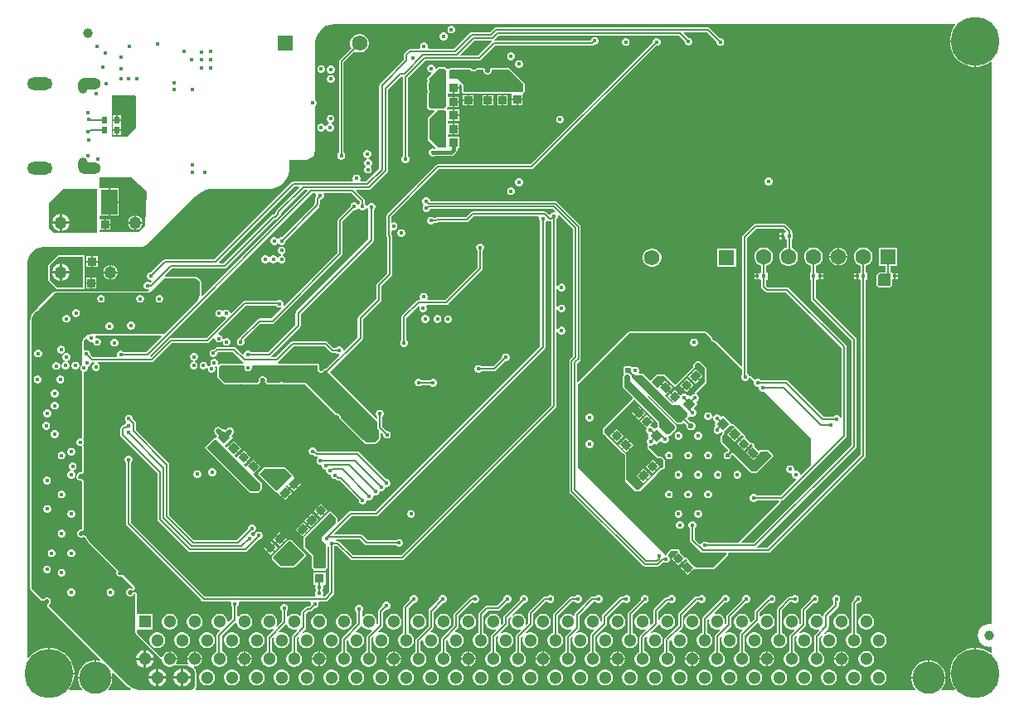
<source format=gbl>
G04*
G04 #@! TF.GenerationSoftware,Altium Limited,Altium Designer,23.5.1 (21)*
G04*
G04 Layer_Physical_Order=4*
G04 Layer_Color=13391121*
%FSLAX43Y43*%
%MOMM*%
G71*
G04*
G04 #@! TF.SameCoordinates,3CC85EA5-9251-4F65-83BD-490A156F9735*
G04*
G04*
G04 #@! TF.FilePolarity,Positive*
G04*
G01*
G75*
%ADD12C,0.400*%
%ADD15C,0.500*%
%ADD21C,0.153*%
%ADD29R,0.807X0.858*%
%ADD47R,0.858X0.807*%
%ADD50R,0.958X0.912*%
G04:AMPARAMS|DCode=66|XSize=0.758mm|YSize=0.812mm|CornerRadius=0mm|HoleSize=0mm|Usage=FLASHONLY|Rotation=135.000|XOffset=0mm|YOffset=0mm|HoleType=Round|Shape=Rectangle|*
%AMROTATEDRECTD66*
4,1,4,0.555,0.019,-0.019,-0.555,-0.555,-0.019,0.019,0.555,0.555,0.019,0.0*
%
%ADD66ROTATEDRECTD66*%

G04:AMPARAMS|DCode=67|XSize=0.807mm|YSize=0.858mm|CornerRadius=0mm|HoleSize=0mm|Usage=FLASHONLY|Rotation=135.000|XOffset=0mm|YOffset=0mm|HoleType=Round|Shape=Rectangle|*
%AMROTATEDRECTD67*
4,1,4,0.589,0.018,-0.018,-0.589,-0.589,-0.018,0.018,0.589,0.589,0.018,0.0*
%
%ADD67ROTATEDRECTD67*%

G04:AMPARAMS|DCode=68|XSize=0.85mm|YSize=0.75mm|CornerRadius=0mm|HoleSize=0mm|Usage=FLASHONLY|Rotation=45.000|XOffset=0mm|YOffset=0mm|HoleType=Round|Shape=Rectangle|*
%AMROTATEDRECTD68*
4,1,4,-0.035,-0.566,-0.566,-0.035,0.035,0.566,0.566,0.035,-0.035,-0.566,0.0*
%
%ADD68ROTATEDRECTD68*%

G04:AMPARAMS|DCode=74|XSize=0.807mm|YSize=0.858mm|CornerRadius=0mm|HoleSize=0mm|Usage=FLASHONLY|Rotation=45.000|XOffset=0mm|YOffset=0mm|HoleType=Round|Shape=Rectangle|*
%AMROTATEDRECTD74*
4,1,4,0.018,-0.589,-0.589,0.018,-0.018,0.589,0.589,-0.018,0.018,-0.589,0.0*
%
%ADD74ROTATEDRECTD74*%

%ADD76R,0.450X0.400*%
%ADD150C,1.270*%
%ADD159C,0.203*%
%ADD160C,0.600*%
%ADD161C,1.000*%
%ADD163C,5.000*%
%ADD164C,3.300*%
%ADD165C,1.300*%
%ADD166R,1.300X1.300*%
%ADD167C,1.580*%
%ADD168R,1.580X1.580*%
%ADD169C,1.600*%
%ADD170R,1.600X1.600*%
%ADD171O,2.300X1.200*%
%ADD172O,1.000X1.500*%
%ADD173O,2.600X1.300*%
%ADD174C,0.450*%
%ADD176R,0.600X0.800*%
G04:AMPARAMS|DCode=177|XSize=0.905mm|YSize=0.906mm|CornerRadius=0mm|HoleSize=0mm|Usage=FLASHONLY|Rotation=225.000|XOffset=0mm|YOffset=0mm|HoleType=Round|Shape=Rectangle|*
%AMROTATEDRECTD177*
4,1,4,-0.000,0.640,0.640,-0.000,0.000,-0.640,-0.640,0.000,-0.000,0.640,0.0*
%
%ADD177ROTATEDRECTD177*%

%ADD178P,1.344X4X180.0*%
%ADD179R,0.950X0.950*%
%ADD180R,0.806X0.858*%
%ADD181R,0.906X0.905*%
%ADD182R,0.905X0.906*%
%ADD183R,1.703X2.606*%
G04:AMPARAMS|DCode=184|XSize=0.758mm|YSize=0.812mm|CornerRadius=0mm|HoleSize=0mm|Usage=FLASHONLY|Rotation=225.000|XOffset=0mm|YOffset=0mm|HoleType=Round|Shape=Rectangle|*
%AMROTATEDRECTD184*
4,1,4,-0.019,0.555,0.555,-0.019,0.019,-0.555,-0.555,0.019,-0.019,0.555,0.0*
%
%ADD184ROTATEDRECTD184*%

G04:AMPARAMS|DCode=185|XSize=0.85mm|YSize=0.75mm|CornerRadius=0mm|HoleSize=0mm|Usage=FLASHONLY|Rotation=315.000|XOffset=0mm|YOffset=0mm|HoleType=Round|Shape=Rectangle|*
%AMROTATEDRECTD185*
4,1,4,-0.566,0.035,-0.035,0.566,0.566,-0.035,0.035,-0.566,-0.566,0.035,0.0*
%
%ADD185ROTATEDRECTD185*%

G36*
X32000Y69100D02*
X32000Y69100D01*
X90208Y69100D01*
X90325Y69100D01*
X90326Y69100D01*
X90326Y69100D01*
Y69100D01*
X95255Y69100D01*
X95303Y68982D01*
X95279Y68958D01*
X94994Y68532D01*
X94798Y68059D01*
X94698Y67556D01*
Y67376D01*
X97300D01*
Y67300D01*
X97376D01*
Y64698D01*
X97556D01*
X98059Y64798D01*
X98532Y64994D01*
X98873Y65222D01*
X98916Y65215D01*
X98946Y65201D01*
X99000Y65154D01*
Y64640D01*
Y63370D01*
Y62084D01*
Y60816D01*
Y59627D01*
Y58580D01*
Y57350D01*
Y56287D01*
Y55037D01*
Y53804D01*
Y52575D01*
Y51354D01*
X99000Y50086D01*
Y48842D01*
Y47565D01*
Y46330D01*
Y45100D01*
Y43892D01*
Y42627D01*
Y41381D01*
Y40129D01*
Y38900D01*
Y37665D01*
Y36486D01*
Y35227D01*
Y34066D01*
Y32801D01*
Y31540D01*
Y30296D01*
Y29228D01*
Y28050D01*
Y26791D01*
Y25527D01*
Y24348D01*
Y23080D01*
Y21811D01*
Y20609D01*
Y19414D01*
X99000Y18176D01*
Y16925D01*
Y15742D01*
Y14477D01*
Y13130D01*
Y11645D01*
Y10380D01*
Y9119D01*
Y7851D01*
X98911Y7749D01*
X98890Y7741D01*
X98873Y7739D01*
X98700Y7762D01*
X98399Y7722D01*
X98119Y7606D01*
X97878Y7422D01*
X97694Y7181D01*
X97578Y6901D01*
X97538Y6600D01*
X97578Y6299D01*
X97694Y6019D01*
X97878Y5778D01*
X98119Y5594D01*
X98399Y5478D01*
X98700Y5438D01*
X98905Y5465D01*
X99000Y5381D01*
Y4846D01*
X98873Y4778D01*
X98532Y5006D01*
X98059Y5202D01*
X97556Y5302D01*
X97376D01*
Y2700D01*
X97300D01*
Y2624D01*
X94698D01*
Y2444D01*
X94798Y1941D01*
X94994Y1468D01*
X95222Y1127D01*
X95154Y1000D01*
X93868D01*
X93819Y1117D01*
X93871Y1168D01*
X94062Y1455D01*
X94194Y1774D01*
X94262Y2112D01*
Y2208D01*
X92510D01*
X90758D01*
Y2112D01*
X90826Y1774D01*
X90958Y1455D01*
X91149Y1168D01*
X91201Y1117D01*
X91152Y1000D01*
X17706D01*
X17651Y1127D01*
X17653Y1131D01*
X17676Y1154D01*
X17752Y1338D01*
Y1370D01*
X17765Y1401D01*
Y2600D01*
X17765Y2600D01*
Y2600D01*
X17763Y2604D01*
X17764Y2608D01*
X17759Y2725D01*
X17753Y2737D01*
X17756Y2749D01*
X17727Y2895D01*
X17717Y2909D01*
Y2925D01*
X17650Y3089D01*
X17638Y3101D01*
X17634Y3118D01*
X17536Y3265D01*
X17522Y3274D01*
X17515Y3290D01*
X17494Y3311D01*
X17547Y3438D01*
X17679D01*
X17870Y3490D01*
X18041Y3589D01*
X18181Y3728D01*
X18280Y3900D01*
X18332Y4091D01*
Y4113D01*
X17580D01*
X16828D01*
Y4091D01*
X16880Y3900D01*
X16958Y3763D01*
X16900Y3662D01*
X16885Y3649D01*
X16821Y3661D01*
X16804Y3658D01*
X16789Y3665D01*
X16700Y3665D01*
X15751Y3665D01*
X15678Y3792D01*
X15740Y3900D01*
X15792Y4091D01*
Y4113D01*
X15040D01*
Y4190D01*
X14964D01*
Y4942D01*
X14941D01*
X14750Y4890D01*
X14579Y4791D01*
X14439Y4651D01*
X14340Y4480D01*
X14317Y4395D01*
X14175Y4357D01*
X13877Y4655D01*
X11831Y6701D01*
X11794Y6742D01*
X11773Y6775D01*
X11773Y6775D01*
X11771Y6777D01*
X11771Y6777D01*
X11771Y6777D01*
X11731Y6837D01*
X11689Y6938D01*
X11667Y7049D01*
X11665Y7084D01*
X11750Y7198D01*
X11792Y7198D01*
X13302D01*
Y8802D01*
X11698Y8802D01*
X11665Y8915D01*
Y10830D01*
X11646Y10874D01*
X11637Y10921D01*
X11623Y10931D01*
X11616Y10946D01*
X11572Y10965D01*
X11532Y10991D01*
X11405Y11017D01*
X11358Y11007D01*
X11310D01*
X11298Y10995D01*
X11282Y10992D01*
X11255Y10952D01*
X11221Y10918D01*
X11200Y10867D01*
X11133Y10800D01*
X11047Y10765D01*
X10953D01*
X10867Y10800D01*
X10800Y10867D01*
X10765Y10953D01*
Y11047D01*
X10800Y11133D01*
X10867Y11200D01*
X10953Y11235D01*
X11047D01*
X11124Y11204D01*
X11183D01*
X11242Y11200D01*
X11358Y11241D01*
X11377Y11259D01*
X11402Y11265D01*
X11428Y11285D01*
X11458Y11335D01*
X11490Y11383D01*
X11494Y11403D01*
X11494Y11403D01*
X11495Y11404D01*
X11482Y11465D01*
X11471Y11527D01*
X11470Y11527D01*
X11470Y11528D01*
X11408Y11620D01*
X11394Y11629D01*
X11388Y11645D01*
X10281Y12752D01*
X10251Y12764D01*
X10228Y12787D01*
X10195D01*
X10165Y12800D01*
X10134Y12787D01*
X10102D01*
X10047Y12765D01*
X9953D01*
X9867Y12800D01*
X9800Y12867D01*
X9765Y12953D01*
Y13047D01*
X9787Y13102D01*
Y13134D01*
X9800Y13165D01*
X9787Y13195D01*
Y13228D01*
X9764Y13251D01*
X9752Y13281D01*
X6963Y16070D01*
X6807Y16242D01*
X6546Y16633D01*
X6523Y16688D01*
X6520Y16691D01*
X6520Y16695D01*
X6476Y16735D01*
X6434Y16777D01*
X6429D01*
X6426Y16780D01*
X6311Y16822D01*
X6262Y16820D01*
X6214Y16826D01*
X6179Y16817D01*
X6169Y16810D01*
X6157D01*
X6047Y16765D01*
X5953D01*
X5867Y16800D01*
X5800Y16867D01*
X5765Y16953D01*
Y17047D01*
X5800Y17133D01*
X5867Y17200D01*
X5953Y17236D01*
X6003D01*
X6059Y17259D01*
X6116Y17281D01*
X6213Y17372D01*
X6225Y17398D01*
X6246Y17415D01*
X6255Y17433D01*
X6257Y17451D01*
X6268Y17466D01*
X6270Y17474D01*
X6267Y17500D01*
X6276Y17525D01*
X6265Y17756D01*
Y22361D01*
X6258Y22377D01*
X6261Y22393D01*
X6235Y22433D01*
X6216Y22478D01*
X6201Y22484D01*
X6191Y22498D01*
X6096Y22562D01*
X6049Y22571D01*
X6005Y22590D01*
X5878D01*
X5792Y22625D01*
X5725Y22692D01*
X5690Y22778D01*
Y22872D01*
X5725Y22958D01*
X5792Y23025D01*
X5878Y23060D01*
X6005D01*
X6049Y23079D01*
X6096Y23088D01*
X6191Y23152D01*
X6201Y23166D01*
X6216Y23172D01*
X6235Y23217D01*
X6261Y23257D01*
X6258Y23273D01*
X6265Y23289D01*
Y25886D01*
X6258Y25901D01*
X6261Y25918D01*
X6235Y25958D01*
X6216Y26002D01*
X6239Y26120D01*
X6240Y26126D01*
X6300Y26270D01*
Y26430D01*
X6240Y26574D01*
X6239Y26580D01*
X6216Y26698D01*
X6235Y26742D01*
X6261Y26782D01*
X6258Y26799D01*
X6265Y26814D01*
Y33500D01*
X6380D01*
X6527Y33561D01*
X6639Y33673D01*
X6700Y33820D01*
Y33980D01*
X6784Y34109D01*
X6867Y34144D01*
X6980Y34256D01*
X7041Y34403D01*
Y34468D01*
X7100Y34517D01*
X7314D01*
X7340Y34390D01*
X7278Y34364D01*
X7166Y34252D01*
X7105Y34105D01*
Y33945D01*
X7166Y33798D01*
X7278Y33686D01*
X7425Y33625D01*
X7584D01*
X7732Y33686D01*
X7844Y33798D01*
X7905Y33945D01*
Y34105D01*
X7844Y34252D01*
X7732Y34364D01*
X7670Y34390D01*
X7695Y34517D01*
X13202D01*
X13301Y34536D01*
X13385Y34592D01*
X15259Y36467D01*
X18900D01*
X18999Y36486D01*
X19083Y36542D01*
X19508Y36967D01*
X19635Y36914D01*
Y36858D01*
X19696Y36711D01*
X19808Y36599D01*
X19955Y36538D01*
X20114D01*
X20261Y36599D01*
X20320Y36657D01*
X20447Y36605D01*
Y36512D01*
X20508Y36365D01*
X20620Y36253D01*
X20767Y36192D01*
X20926D01*
X21073Y36253D01*
X21186Y36365D01*
X21247Y36512D01*
Y36671D01*
X21186Y36818D01*
X21073Y36931D01*
X20926Y36992D01*
X20767D01*
X20620Y36931D01*
X20562Y36872D01*
X20435Y36925D01*
Y37017D01*
X20374Y37164D01*
X20261Y37277D01*
X20114Y37338D01*
X20058D01*
X20005Y37465D01*
X22807Y40267D01*
X25903D01*
X25911Y40248D01*
X26023Y40136D01*
X26170Y40075D01*
X26330D01*
X26373Y40093D01*
X26445Y39985D01*
X25435Y38976D01*
X24196D01*
X24196Y38976D01*
X24097Y38956D01*
X24013Y38900D01*
X24013Y38900D01*
X22160Y37048D01*
X22104Y36964D01*
X22097Y36930D01*
X22069Y36918D01*
X21957Y36806D01*
X21896Y36659D01*
Y36500D01*
X21957Y36353D01*
X22069Y36240D01*
X22216Y36179D01*
X22375D01*
X22522Y36240D01*
X22635Y36353D01*
X22696Y36500D01*
Y36659D01*
X22639Y36796D01*
X24303Y38459D01*
X25543D01*
X25641Y38479D01*
X25725Y38535D01*
X32633Y45443D01*
X32633Y45443D01*
X32690Y45527D01*
X32709Y45626D01*
Y48894D01*
X33866Y50050D01*
X33980D01*
X34127Y50111D01*
X34239Y50223D01*
X34376Y50222D01*
X34386Y50198D01*
X34498Y50086D01*
X34645Y50025D01*
X34805D01*
X34952Y50086D01*
X35064Y50198D01*
X35106Y50300D01*
X35118Y50302D01*
X35239Y50288D01*
X35286Y50173D01*
X35342Y50118D01*
Y47107D01*
X27967Y39733D01*
X27911Y39649D01*
X27892Y39550D01*
Y38332D01*
X25118Y35558D01*
X23332D01*
X23252Y35639D01*
X23105Y35700D01*
X22945D01*
X22798Y35639D01*
X22686Y35527D01*
X22625Y35380D01*
Y35345D01*
X22498Y35293D01*
X21808Y35983D01*
X21724Y36039D01*
X21625Y36058D01*
X19866D01*
X19768Y36039D01*
X19684Y35983D01*
X19530Y35829D01*
X19416D01*
X19269Y35768D01*
X19156Y35655D01*
X19095Y35508D01*
Y35349D01*
X19156Y35202D01*
X19269Y35090D01*
X19416Y35029D01*
X19575D01*
X19722Y35090D01*
X19834Y35202D01*
X19895Y35349D01*
Y35463D01*
X19974Y35542D01*
X21518D01*
X22492Y34567D01*
X22568Y34517D01*
X22569Y34507D01*
X22500Y34390D01*
X20275D01*
X20159Y34341D01*
X20059Y34242D01*
X19952Y34314D01*
X19975Y34370D01*
Y34530D01*
X19914Y34677D01*
X19802Y34789D01*
X19655Y34850D01*
X19495D01*
X19348Y34789D01*
X19236Y34677D01*
X19175Y34530D01*
Y34370D01*
X19228Y34243D01*
X19097Y34189D01*
X19007Y34099D01*
X18902Y34125D01*
X18880Y34138D01*
Y34248D01*
X18819Y34395D01*
X18707Y34508D01*
X18560Y34569D01*
X18401D01*
X18254Y34508D01*
X18141Y34395D01*
X18080Y34248D01*
Y34089D01*
X18141Y33942D01*
X18254Y33829D01*
X18401Y33769D01*
X18560D01*
X18707Y33829D01*
X18797Y33920D01*
X18902Y33893D01*
X18924Y33881D01*
Y33770D01*
X18985Y33623D01*
X19097Y33511D01*
X19244Y33450D01*
X19403D01*
X19550Y33511D01*
X19663Y33623D01*
X19724Y33770D01*
Y33929D01*
X19671Y34057D01*
X19792Y34107D01*
X19823Y34091D01*
X19896Y34026D01*
X19885Y34000D01*
Y33025D01*
X19934Y32909D01*
X20534Y32309D01*
X20650Y32260D01*
X22185D01*
X22215Y32273D01*
X22248D01*
X22278Y32285D01*
X22372D01*
X22402Y32273D01*
X22435D01*
X22465Y32260D01*
X24081D01*
X24098Y32267D01*
X24115Y32264D01*
X24154Y32291D01*
X24197Y32309D01*
X24204Y32325D01*
X24219Y32335D01*
X24301Y32462D01*
X24304Y32478D01*
X24316Y32489D01*
Y32538D01*
X24324Y32586D01*
X24316Y32599D01*
Y32615D01*
X24298Y32657D01*
Y32751D01*
X24334Y32838D01*
X24400Y32904D01*
X24487Y32940D01*
X24580D01*
X24667Y32904D01*
X24733Y32838D01*
X24769Y32751D01*
Y32657D01*
X24751Y32615D01*
Y32599D01*
X24742Y32586D01*
X24751Y32538D01*
Y32489D01*
X24763Y32478D01*
X24765Y32462D01*
X24848Y32335D01*
X24863Y32325D01*
X24870Y32309D01*
X24913Y32291D01*
X24952Y32264D01*
X24969Y32267D01*
X24986Y32260D01*
X26248D01*
X26278Y32273D01*
X26311D01*
X26412Y32315D01*
X26505D01*
X26606Y32273D01*
X26638D01*
X26669Y32260D01*
X28882D01*
X32009Y29134D01*
X32125Y29085D01*
X32172D01*
X32258Y29050D01*
X32325Y28983D01*
X32360Y28897D01*
Y28850D01*
X32409Y28734D01*
X33616Y27526D01*
X34334Y26809D01*
X34655Y26487D01*
X34685Y26475D01*
X34708Y26452D01*
X34766Y26428D01*
X34832Y26362D01*
X34856Y26304D01*
X34879Y26281D01*
X34891Y26251D01*
X34934Y26209D01*
X35050Y26160D01*
X36000D01*
X36116Y26209D01*
X36491Y26584D01*
X36540Y26700D01*
X36540Y27254D01*
X36657Y27303D01*
X36825Y27134D01*
Y27020D01*
X36886Y26873D01*
X36998Y26761D01*
X37145Y26700D01*
X37305D01*
X37452Y26761D01*
X37564Y26873D01*
X37625Y27020D01*
Y27180D01*
X37564Y27327D01*
X37452Y27439D01*
X37305Y27500D01*
X37191D01*
X36758Y27932D01*
Y28943D01*
X36839Y29023D01*
X36900Y29170D01*
Y29330D01*
X36839Y29477D01*
X36727Y29589D01*
X36580Y29650D01*
X36420D01*
X36273Y29589D01*
X36161Y29477D01*
X36100Y29330D01*
Y29170D01*
X36161Y29023D01*
X36237Y28947D01*
X36227Y28841D01*
X36111Y28795D01*
X31385Y33520D01*
X34683Y36817D01*
X34683Y36817D01*
X34739Y36901D01*
X34758Y37000D01*
X34758Y37000D01*
Y38893D01*
X36591Y40725D01*
X36591Y40725D01*
X36647Y40809D01*
X36667Y40908D01*
X36667Y40908D01*
Y42303D01*
X37668Y43304D01*
X37724Y43388D01*
X37743Y43487D01*
X37743Y43487D01*
Y47383D01*
X37743Y47383D01*
X37724Y47482D01*
X37668Y47565D01*
X37657Y47576D01*
Y47930D01*
X37784Y48015D01*
X37820Y48000D01*
X37980D01*
X38127Y48061D01*
X38239Y48173D01*
X38300Y48320D01*
Y48480D01*
X38239Y48627D01*
X38127Y48739D01*
X37980Y48800D01*
X37820D01*
X37784Y48785D01*
X37657Y48870D01*
Y49345D01*
X42528Y54217D01*
X51985D01*
X52084Y54236D01*
X52168Y54292D01*
X64712Y66837D01*
X64826D01*
X64973Y66898D01*
X65086Y67010D01*
X65147Y67157D01*
Y67316D01*
X65086Y67463D01*
X64973Y67576D01*
X64826Y67637D01*
X64667D01*
X64520Y67576D01*
X64407Y67463D01*
X64347Y67316D01*
Y67202D01*
X51878Y54734D01*
X42421D01*
X42322Y54714D01*
X42238Y54658D01*
X37216Y49635D01*
X37160Y49551D01*
X37140Y49453D01*
Y47469D01*
X37160Y47370D01*
X37216Y47286D01*
X37227Y47276D01*
Y43594D01*
X36225Y42593D01*
X36169Y42509D01*
X36150Y42410D01*
Y41015D01*
X34317Y39183D01*
X34261Y39099D01*
X34242Y39000D01*
Y37107D01*
X32852Y35717D01*
X32725Y35770D01*
Y35821D01*
X32664Y35968D01*
X32551Y36081D01*
X32404Y36142D01*
X32245D01*
X32098Y36081D01*
X32017Y36000D01*
X31741D01*
X31183Y36558D01*
X31099Y36614D01*
X31000Y36633D01*
X27575D01*
X27476Y36614D01*
X27392Y36558D01*
X25843Y35008D01*
X25474D01*
X25441Y35063D01*
X25426Y35135D01*
X28333Y38042D01*
X28333Y38042D01*
X28389Y38126D01*
X28408Y38225D01*
X28408Y38225D01*
Y39443D01*
X35783Y46817D01*
X35839Y46901D01*
X35858Y47000D01*
Y50068D01*
X35964Y50173D01*
X36025Y50320D01*
Y50480D01*
X35964Y50627D01*
X35852Y50739D01*
X35705Y50800D01*
X35545D01*
X35398Y50739D01*
X35286Y50627D01*
X35244Y50525D01*
X35232Y50523D01*
X35111Y50537D01*
X35064Y50652D01*
X34983Y50732D01*
Y51000D01*
X34964Y51099D01*
X34908Y51183D01*
X34083Y52008D01*
X34131Y52125D01*
X35383D01*
X35482Y52145D01*
X35566Y52201D01*
X37283Y53917D01*
X37339Y54001D01*
X37358Y54100D01*
X37358Y54100D01*
Y60366D01*
X37358Y60366D01*
X37340Y60460D01*
Y62325D01*
X37352Y62387D01*
X38659Y63694D01*
X38754Y63688D01*
X38859Y63628D01*
Y55571D01*
X38778Y55490D01*
X38717Y55343D01*
Y55184D01*
X38778Y55037D01*
X38890Y54924D01*
X39037Y54863D01*
X39197D01*
X39344Y54924D01*
X39456Y55037D01*
X39517Y55184D01*
Y55343D01*
X39456Y55490D01*
X39375Y55571D01*
Y63521D01*
X41172Y65318D01*
X46614D01*
X46713Y65337D01*
X46797Y65393D01*
X48245Y66842D01*
X58141D01*
X58240Y66861D01*
X58324Y66917D01*
X58351Y66944D01*
X58366Y66938D01*
X58525D01*
X58672Y66999D01*
X58785Y67111D01*
X58846Y67258D01*
Y67417D01*
X58785Y67564D01*
X58672Y67677D01*
X58525Y67738D01*
X58366D01*
X58219Y67677D01*
X58106Y67564D01*
X58046Y67417D01*
Y67370D01*
X58034Y67358D01*
X48249D01*
X48216Y67413D01*
X48201Y67485D01*
X48602Y67887D01*
X67031D01*
X67621Y67297D01*
Y67183D01*
X67681Y67036D01*
X67794Y66924D01*
X67941Y66863D01*
X68100D01*
X68247Y66924D01*
X68360Y67036D01*
X68421Y67183D01*
Y67342D01*
X68360Y67489D01*
X68247Y67602D01*
X68100Y67663D01*
X67986D01*
X67525Y68124D01*
X67573Y68242D01*
X69876D01*
X70848Y67270D01*
Y67156D01*
X70909Y67009D01*
X71021Y66897D01*
X71168Y66836D01*
X71327D01*
X71474Y66897D01*
X71587Y67009D01*
X71648Y67156D01*
Y67315D01*
X71587Y67462D01*
X71474Y67575D01*
X71327Y67636D01*
X71213D01*
X70166Y68683D01*
X70082Y68739D01*
X69983Y68758D01*
X48347D01*
X48248Y68739D01*
X48164Y68683D01*
X47744Y68263D01*
X45905D01*
X45806Y68244D01*
X45722Y68188D01*
X44091Y66557D01*
X41470D01*
X41385Y66684D01*
X41400Y66720D01*
Y66880D01*
X41339Y67027D01*
X41227Y67139D01*
X41080Y67200D01*
X40920D01*
X40773Y67139D01*
X40661Y67027D01*
X40600Y66880D01*
Y66720D01*
X40615Y66684D01*
X40530Y66557D01*
X39599D01*
X39500Y66537D01*
X39416Y66481D01*
X39017Y66083D01*
X38961Y65999D01*
X38942Y65900D01*
Y65432D01*
X36517Y63008D01*
X36461Y62924D01*
X36442Y62825D01*
Y54309D01*
X35129Y52997D01*
X34554D01*
X34485Y53124D01*
X34525Y53220D01*
Y53380D01*
X34464Y53527D01*
X34352Y53639D01*
X34205Y53700D01*
X34045D01*
X33898Y53639D01*
X33786Y53527D01*
X33725Y53380D01*
Y53220D01*
X33765Y53124D01*
X33696Y52997D01*
X27697D01*
X27598Y52977D01*
X27514Y52921D01*
X19582Y44989D01*
X16475D01*
X16475Y44989D01*
X14522D01*
X14522Y44989D01*
X14423Y44969D01*
X14339Y44913D01*
X13127Y43701D01*
X13013D01*
X12866Y43640D01*
X12753Y43528D01*
X12692Y43381D01*
Y43222D01*
X12753Y43075D01*
X12866Y42962D01*
X13013Y42901D01*
X13156D01*
X13189Y42859D01*
X13218Y42784D01*
X13061Y42627D01*
X12999Y42689D01*
X12852Y42750D01*
X12693D01*
X12546Y42689D01*
X12434Y42577D01*
X12373Y42430D01*
Y42270D01*
X12434Y42123D01*
X12546Y42011D01*
X12693Y41950D01*
X12852D01*
X12871Y41958D01*
X12986Y41868D01*
X12983Y41844D01*
X12963Y41831D01*
X12862Y41789D01*
X12751Y41767D01*
X12696Y41765D01*
X3441D01*
X3441Y41765D01*
X3408Y41765D01*
X3392Y41758D01*
X3376Y41761D01*
X3310Y41748D01*
X3296Y41739D01*
X3279D01*
X3217Y41713D01*
X3205Y41701D01*
X3188Y41698D01*
X3132Y41661D01*
X3123Y41647D01*
X3107Y41640D01*
X3084Y41616D01*
X3084Y41616D01*
X1642Y40175D01*
X1623Y40129D01*
X1606Y40113D01*
X1558Y39996D01*
X1492Y39930D01*
X1375Y39881D01*
X1358Y39864D01*
X1313Y39845D01*
X1279Y39811D01*
X1279Y39811D01*
X1161Y39694D01*
X1154Y39678D01*
X1140Y39669D01*
X956Y39392D01*
X952Y39375D01*
X940Y39363D01*
X813Y39056D01*
Y39039D01*
X804Y39025D01*
X739Y38699D01*
X742Y38682D01*
X735Y38666D01*
Y38500D01*
Y11541D01*
X735Y11508D01*
X742Y11492D01*
X739Y11476D01*
X752Y11410D01*
X761Y11396D01*
Y11379D01*
X787Y11317D01*
X799Y11305D01*
X802Y11288D01*
X839Y11232D01*
X853Y11223D01*
X860Y11207D01*
X884Y11184D01*
X884Y11184D01*
X1909Y10158D01*
X1924Y10152D01*
X1934Y10138D01*
X1981Y10129D01*
X2025Y10110D01*
X2041Y10117D01*
X2057Y10113D01*
X2182Y10138D01*
X2196Y10148D01*
X2213D01*
X2247Y10182D01*
X2287Y10208D01*
X2289Y10222D01*
X2367Y10300D01*
X2453Y10335D01*
X2547D01*
X2633Y10300D01*
X2700Y10233D01*
X2735Y10147D01*
Y10053D01*
X2700Y9967D01*
X2622Y9889D01*
X2608Y9887D01*
X2582Y9847D01*
X2548Y9813D01*
Y9796D01*
X2538Y9782D01*
X2513Y9657D01*
X2517Y9641D01*
X2510Y9625D01*
X2529Y9581D01*
X2538Y9534D01*
X2552Y9524D01*
X2559Y9509D01*
X7937Y4130D01*
X7934Y4098D01*
X7793Y3997D01*
X7593Y4037D01*
X7497D01*
Y2361D01*
X9172D01*
Y2457D01*
X9132Y2658D01*
X9233Y2799D01*
X9265Y2802D01*
X10547Y1520D01*
X10547Y1520D01*
X10699Y1369D01*
X10714Y1362D01*
X10724Y1348D01*
X11055Y1127D01*
X11034Y1005D01*
X11031Y1000D01*
X8778D01*
X8729Y1117D01*
X8781Y1168D01*
X8972Y1455D01*
X9104Y1774D01*
X9172Y2112D01*
Y2208D01*
X7420D01*
X5668D01*
Y2112D01*
X5736Y1774D01*
X5868Y1455D01*
X6059Y1168D01*
X6111Y1117D01*
X6062Y1000D01*
X4846D01*
X4778Y1127D01*
X5006Y1468D01*
X5202Y1941D01*
X5302Y2444D01*
Y2623D01*
X2700D01*
Y2700D01*
X2624D01*
Y5302D01*
X2444D01*
X1941Y5202D01*
X1468Y5005D01*
X1042Y4721D01*
X679Y4358D01*
X622Y4272D01*
X500Y4309D01*
X500Y8000D01*
X500Y44600D01*
X505Y44772D01*
X582Y45109D01*
X723Y45423D01*
X923Y45704D01*
X1173Y45941D01*
X1465Y46125D01*
X1788Y46247D01*
X2128Y46305D01*
X2300Y46300D01*
X2300Y46300D01*
X12100Y46300D01*
X12214Y46314D01*
X12435Y46374D01*
X12640Y46477D01*
X12821Y46617D01*
X12900Y46700D01*
X12900D01*
X17656Y51456D01*
X17833Y51633D01*
X18249Y51911D01*
X18711Y52102D01*
X19202Y52200D01*
X19452Y52200D01*
X19452Y52200D01*
X25150D01*
X25357Y52210D01*
X25762Y52290D01*
X26144Y52447D01*
X26488Y52676D01*
X26781Y52966D01*
X27013Y53309D01*
X27174Y53689D01*
X27257Y54094D01*
X27269Y54300D01*
X27269Y54300D01*
Y55200D01*
X28900D01*
X28996Y55205D01*
X29185Y55242D01*
X29363Y55316D01*
X29523Y55423D01*
X29659Y55559D01*
X29766Y55719D01*
X29840Y55897D01*
X29878Y56086D01*
X29882Y56182D01*
X29882Y56182D01*
Y60690D01*
X29974Y60782D01*
X30035Y60929D01*
Y61089D01*
X29974Y61236D01*
X29882Y61328D01*
Y66991D01*
X29882Y67199D01*
X29964Y67608D01*
X30124Y67993D01*
X30355Y68339D01*
X30651Y68632D01*
X30998Y68863D01*
X31383Y69021D01*
X31792Y69101D01*
X32000Y69100D01*
D02*
G37*
G36*
X47922Y67337D02*
X47937Y67265D01*
X46507Y65834D01*
X44768D01*
X44719Y65952D01*
X46159Y67392D01*
X47890D01*
X47922Y67337D01*
D02*
G37*
G36*
X11475Y61750D02*
X11625Y61600D01*
Y58450D01*
X10700Y57525D01*
X9217Y57525D01*
X9100Y57642D01*
X9100Y61750D01*
X11475Y61750D01*
D02*
G37*
G36*
X12665Y51929D02*
X12515Y48378D01*
X11860Y47800D01*
X7898D01*
Y47967D01*
X7954Y48071D01*
X8025Y48071D01*
X8383D01*
Y48602D01*
Y49132D01*
X8025D01*
X7954Y49132D01*
X7898Y49236D01*
Y49384D01*
X7931Y49497D01*
X8025Y49497D01*
X8807D01*
Y50902D01*
Y52306D01*
X8025D01*
X7931Y52306D01*
X7898Y52420D01*
Y53400D01*
X11051D01*
X12665Y51929D01*
D02*
G37*
G36*
X7634Y47700D02*
X3200Y47700D01*
X2675Y48225D01*
X2675Y50775D01*
X4105Y52205D01*
X7634Y52205D01*
X7634Y47700D01*
D02*
G37*
G36*
X34467Y50893D02*
Y50745D01*
X34373Y50652D01*
X34249Y50653D01*
X34239Y50677D01*
X34127Y50789D01*
X33980Y50850D01*
X33820D01*
X33673Y50789D01*
X33561Y50677D01*
X33500Y50530D01*
Y50416D01*
X32268Y49183D01*
X32212Y49100D01*
X32192Y49001D01*
Y45733D01*
X26740Y40280D01*
X26632Y40352D01*
X26650Y40395D01*
Y40555D01*
X26589Y40702D01*
X26477Y40814D01*
X26330Y40875D01*
X26170D01*
X26023Y40814D01*
X25993Y40783D01*
X22700D01*
X22700Y40783D01*
X22601Y40764D01*
X22517Y40708D01*
X22517Y40708D01*
X21327Y39518D01*
X21200Y39570D01*
Y39580D01*
X21139Y39727D01*
X21027Y39839D01*
X20880Y39900D01*
X20720D01*
X20573Y39839D01*
X20533Y39799D01*
X20450Y39735D01*
X20367Y39799D01*
X20327Y39839D01*
X20180Y39900D01*
X20020D01*
X19873Y39839D01*
X19761Y39727D01*
X19700Y39580D01*
Y39420D01*
X19761Y39273D01*
X19873Y39161D01*
X20020Y39100D01*
X20180D01*
X20327Y39161D01*
X20367Y39201D01*
X20450Y39265D01*
X20533Y39201D01*
X20573Y39161D01*
X20720Y39100D01*
X20730D01*
X20782Y38973D01*
X18793Y36983D01*
X15152D01*
X15053Y36964D01*
X14969Y36908D01*
X13137Y35076D01*
X13078Y35081D01*
X13029Y35212D01*
X29587Y51770D01*
X29906D01*
X29991Y51643D01*
X29975Y51605D01*
Y51445D01*
X29985Y51420D01*
X29919Y51354D01*
X29863Y51270D01*
X29843Y51171D01*
Y50753D01*
X29837Y50745D01*
X29818Y50646D01*
Y50603D01*
X26500Y47285D01*
X26386D01*
X26239Y47224D01*
X26179Y47164D01*
X26076Y47138D01*
X26018Y47169D01*
X25942Y47245D01*
X25795Y47306D01*
X25636D01*
X25489Y47245D01*
X25376Y47133D01*
X25315Y46986D01*
Y46827D01*
X25376Y46680D01*
X25489Y46567D01*
X25636Y46506D01*
X25795D01*
X25942Y46567D01*
X26002Y46627D01*
X26105Y46653D01*
X26163Y46622D01*
X26239Y46546D01*
X26386Y46485D01*
X26545D01*
X26692Y46546D01*
X26805Y46659D01*
X26866Y46806D01*
Y46920D01*
X30259Y50313D01*
X30315Y50397D01*
X30335Y50496D01*
Y50564D01*
X30340Y50572D01*
X30360Y50671D01*
Y51064D01*
X30421Y51125D01*
X30455D01*
X30602Y51186D01*
X30714Y51298D01*
X30775Y51445D01*
Y51605D01*
X30759Y51643D01*
X30844Y51770D01*
X33589D01*
X34467Y50893D01*
D02*
G37*
G36*
X28272Y52363D02*
X25931Y50022D01*
X25875Y49938D01*
X25855Y49839D01*
Y49739D01*
X25712Y49596D01*
X25612D01*
X25513Y49576D01*
X25430Y49520D01*
X20542Y44633D01*
X20123D01*
X20074Y44750D01*
X27804Y52480D01*
X28224D01*
X28272Y52363D01*
D02*
G37*
G36*
X17619Y43100D02*
X17840Y43009D01*
X18009Y42840D01*
X18100Y42619D01*
Y42500D01*
X18100D01*
X18100Y42500D01*
X18100Y41500D01*
X18100Y41381D01*
X18054Y41148D01*
X17963Y40928D01*
X17858Y40772D01*
X14535Y37448D01*
X14520Y37439D01*
X14458Y37413D01*
X14392Y37400D01*
X12080D01*
X12080Y37400D01*
X11920D01*
X11920Y37400D01*
X7100D01*
X7082Y37399D01*
X7080Y37400D01*
X6920D01*
X6823Y37360D01*
X6810Y37357D01*
X6629Y37282D01*
X6466Y37173D01*
X6327Y37034D01*
X6218Y36871D01*
X6143Y36690D01*
X6105Y36498D01*
X6100Y36400D01*
Y34250D01*
X6073Y34239D01*
X5961Y34127D01*
X5931Y34055D01*
X5814Y34086D01*
X5814Y34133D01*
Y34245D01*
X5753Y34392D01*
X5641Y34505D01*
X5494Y34566D01*
X5334D01*
X5187Y34505D01*
X5075Y34392D01*
X5014Y34245D01*
Y34086D01*
X5075Y33939D01*
X5187Y33827D01*
X5334Y33766D01*
X5494D01*
X5641Y33827D01*
X5753Y33939D01*
X5783Y34011D01*
X5900Y33980D01*
X5900Y33933D01*
Y33820D01*
X5961Y33673D01*
X6073Y33561D01*
X6100Y33550D01*
Y26814D01*
X5994Y26744D01*
X5980Y26750D01*
X5820D01*
X5673Y26689D01*
X5561Y26577D01*
X5500Y26430D01*
Y26270D01*
X5561Y26123D01*
X5673Y26011D01*
X5820Y25950D01*
X5980D01*
X5994Y25956D01*
X6100Y25886D01*
Y23289D01*
X6005Y23225D01*
X5845D01*
X5698Y23164D01*
X5586Y23052D01*
X5525Y22905D01*
Y22745D01*
X5586Y22598D01*
X5698Y22486D01*
X5845Y22425D01*
X6005D01*
X6100Y22361D01*
Y17752D01*
X6112Y17517D01*
X6109Y17509D01*
X6100Y17492D01*
X6003Y17400D01*
X5920D01*
X5773Y17339D01*
X5661Y17227D01*
X5600Y17080D01*
Y16920D01*
X5661Y16773D01*
X5773Y16661D01*
X5920Y16600D01*
X6080D01*
X6220Y16658D01*
X6255Y16667D01*
X6371Y16625D01*
X6400Y16555D01*
X6677Y16141D01*
X6844Y15956D01*
X6844D01*
X9635Y13165D01*
X9600Y13080D01*
Y12920D01*
X9661Y12773D01*
X9773Y12661D01*
X9920Y12600D01*
X10080D01*
X10165Y12635D01*
X11271Y11529D01*
X11333Y11436D01*
X11329Y11416D01*
X11303Y11396D01*
X11187Y11356D01*
X11080Y11400D01*
X10920D01*
X10773Y11339D01*
X10661Y11227D01*
X10600Y11080D01*
Y10920D01*
X10661Y10773D01*
X10773Y10661D01*
X10920Y10600D01*
X11080D01*
X11227Y10661D01*
X11339Y10773D01*
X11373Y10855D01*
X11500Y10830D01*
Y7100D01*
X11503Y7029D01*
X11531Y6890D01*
X11586Y6759D01*
X11634Y6685D01*
X11636Y6683D01*
X11636Y6683D01*
X11664Y6641D01*
X11712Y6588D01*
X11712Y6588D01*
X13761Y4539D01*
X14246Y4054D01*
X14293Y3880D01*
X14398Y3698D01*
X14548Y3548D01*
X14730Y3443D01*
X14934Y3388D01*
X15146D01*
X15350Y3443D01*
X15449Y3500D01*
X16700Y3500D01*
X16789Y3500D01*
X16963Y3465D01*
X17126Y3398D01*
X17274Y3299D01*
X17399Y3174D01*
X17498Y3026D01*
X17565Y2863D01*
X17594Y2717D01*
X17600Y2600D01*
Y2600D01*
X17600D01*
X17600Y2600D01*
Y1401D01*
X17524Y1217D01*
X17383Y1076D01*
X17199Y1000D01*
X12200D01*
X11986Y1000D01*
X11566Y1084D01*
X11171Y1247D01*
X10815Y1485D01*
X10664Y1636D01*
Y1636D01*
X2675Y9625D01*
X2700Y9750D01*
X2727Y9761D01*
X2839Y9873D01*
X2900Y10020D01*
Y10180D01*
X2839Y10327D01*
X2727Y10439D01*
X2580Y10500D01*
X2420D01*
X2273Y10439D01*
X2161Y10327D01*
X2150Y10300D01*
X2025Y10275D01*
X1000Y11300D01*
X976Y11324D01*
X939Y11380D01*
X913Y11442D01*
X900Y11508D01*
X900Y11541D01*
Y38500D01*
Y38666D01*
X965Y38993D01*
X1092Y39300D01*
X1277Y39577D01*
X1395Y39695D01*
Y39695D01*
X1429Y39729D01*
X1438D01*
X1585Y39790D01*
X1698Y39903D01*
X1758Y40050D01*
Y40058D01*
X3200Y41500D01*
X3224Y41524D01*
X3280Y41561D01*
X3342Y41587D01*
X3408Y41600D01*
X3441Y41600D01*
X3441Y41600D01*
X12700D01*
X12771Y41603D01*
X12910Y41631D01*
X13041Y41686D01*
X13159Y41764D01*
X13212Y41812D01*
X14400Y43000D01*
X14424Y43024D01*
X14480Y43061D01*
X14542Y43087D01*
X14608Y43100D01*
X14641Y43100D01*
X14641Y43100D01*
X17619Y43100D01*
D02*
G37*
G36*
X29094Y52008D02*
X18373Y41287D01*
X18310Y41320D01*
X18260Y41354D01*
X18258Y41366D01*
X18265Y41381D01*
X18265Y41500D01*
X18265Y42500D01*
X18265Y42500D01*
Y42619D01*
X18252Y42650D01*
Y42682D01*
X18161Y42903D01*
X18138Y42926D01*
X18125Y42956D01*
X17956Y43125D01*
X17926Y43138D01*
X17903Y43161D01*
X17682Y43252D01*
X17650D01*
X17619Y43265D01*
X14641Y43265D01*
X14559Y43348D01*
X14551Y43386D01*
X15281Y44116D01*
X20649D01*
X20748Y44135D01*
X20832Y44191D01*
X25719Y49079D01*
X25819D01*
X25918Y49098D01*
X26002Y49155D01*
X26297Y49449D01*
X26297Y49449D01*
X26353Y49533D01*
X26372Y49632D01*
Y49732D01*
X28766Y52125D01*
X29045D01*
X29094Y52008D01*
D02*
G37*
G36*
X12080Y37235D02*
X14156D01*
X14204Y37118D01*
X12670Y35583D01*
X10357D01*
X10277Y35664D01*
X10130Y35725D01*
X9970D01*
X9823Y35664D01*
X9711Y35552D01*
X9650Y35405D01*
Y35245D01*
X9685Y35160D01*
X9610Y35033D01*
X7207D01*
X6935Y35305D01*
Y35419D01*
X6874Y35566D01*
X6762Y35679D01*
X6615Y35740D01*
X6455D01*
X6392Y35713D01*
X6265Y35798D01*
Y36396D01*
X6269Y36478D01*
X6301Y36642D01*
X6364Y36793D01*
X6455Y36930D01*
X6473Y36948D01*
X6535Y36934D01*
X6607Y36903D01*
X6661Y36773D01*
X6773Y36661D01*
X6920Y36600D01*
X7080D01*
X7094Y36606D01*
X7200Y36536D01*
Y36520D01*
X7261Y36373D01*
X7373Y36261D01*
X7520Y36200D01*
X7680D01*
X7827Y36261D01*
X7939Y36373D01*
X8000Y36520D01*
Y36680D01*
X7939Y36827D01*
X7827Y36939D01*
X7680Y37000D01*
X7520D01*
X7449Y37103D01*
X7446Y37120D01*
X7536Y37235D01*
X11920D01*
X11920Y37236D01*
X12080D01*
X12080Y37235D01*
D02*
G37*
G36*
X31451Y35559D02*
X31535Y35503D01*
X31633Y35483D01*
X32017D01*
X32098Y35402D01*
X32245Y35342D01*
X32296D01*
X32349Y35215D01*
X30989Y33854D01*
X30978Y33859D01*
X30963Y33852D01*
X30946Y33856D01*
X30822Y33831D01*
X30808Y33821D01*
X30791D01*
X30757Y33788D01*
X30717Y33761D01*
X30714Y33747D01*
X30637Y33670D01*
X30551Y33634D01*
X30457D01*
X30370Y33670D01*
X30304Y33736D01*
X30268Y33823D01*
Y33916D01*
X30317Y34033D01*
X30319Y34035D01*
Y34068D01*
X30331Y34098D01*
X30319Y34128D01*
Y34161D01*
X30266Y34288D01*
X30243Y34311D01*
X30230Y34341D01*
X30200Y34354D01*
X30177Y34377D01*
X30144D01*
X30114Y34390D01*
X26125Y34390D01*
X26056Y34507D01*
X26057Y34517D01*
X26133Y34567D01*
X27682Y36117D01*
X30893D01*
X31451Y35559D01*
D02*
G37*
G36*
X22592Y34225D02*
X22676Y34098D01*
X22657Y34052D01*
Y33893D01*
X22718Y33746D01*
X22831Y33634D01*
X22978Y33573D01*
X23137D01*
X23284Y33634D01*
X23397Y33746D01*
X23457Y33893D01*
Y34052D01*
X23439Y34098D01*
X23523Y34225D01*
X30114Y34225D01*
X30167Y34098D01*
X30165Y34096D01*
X30104Y33949D01*
Y33790D01*
X30165Y33643D01*
X30277Y33530D01*
X30424Y33469D01*
X30583D01*
X30730Y33530D01*
X30843Y33643D01*
X30854Y33669D01*
X30978Y33694D01*
X36242Y28431D01*
Y27825D01*
X36261Y27726D01*
X36317Y27642D01*
X36375Y27584D01*
X36375Y26700D01*
X36000Y26325D01*
X35050D01*
X35008Y26367D01*
X34971Y26455D01*
X34859Y26567D01*
X34771Y26604D01*
X34450Y26925D01*
X33733Y27642D01*
X32525Y28850D01*
Y28930D01*
X32464Y29077D01*
X32352Y29189D01*
X32205Y29250D01*
X32125D01*
X28950Y32425D01*
X26669D01*
X26538Y32479D01*
X26379D01*
X26248Y32425D01*
X24986D01*
X24903Y32552D01*
X24933Y32625D01*
Y32784D01*
X24873Y32931D01*
X24760Y33043D01*
X24613Y33104D01*
X24454D01*
X24307Y33043D01*
X24194Y32931D01*
X24133Y32784D01*
Y32625D01*
X24163Y32552D01*
X24081Y32425D01*
X23195D01*
X22465D01*
X22405Y32450D01*
X22245D01*
X22185Y32425D01*
X20650D01*
X20050Y33025D01*
Y34000D01*
X20275Y34225D01*
X22592D01*
D02*
G37*
%LPC*%
G36*
X43880Y68900D02*
X43720D01*
X43573Y68839D01*
X43461Y68727D01*
X43400Y68580D01*
Y68420D01*
X43461Y68273D01*
X43573Y68161D01*
X43720Y68100D01*
X43880D01*
X44027Y68161D01*
X44139Y68273D01*
X44200Y68420D01*
Y68580D01*
X44139Y68727D01*
X44027Y68839D01*
X43880Y68900D01*
D02*
G37*
G36*
X43080Y68200D02*
X42920D01*
X42773Y68139D01*
X42661Y68027D01*
X42600Y67880D01*
Y67720D01*
X42661Y67573D01*
X42773Y67461D01*
X42920Y67400D01*
X43080D01*
X43227Y67461D01*
X43339Y67573D01*
X43400Y67720D01*
Y67880D01*
X43339Y68027D01*
X43227Y68139D01*
X43080Y68200D01*
D02*
G37*
G36*
X61675Y67638D02*
X61516D01*
X61369Y67577D01*
X61256Y67464D01*
X61196Y67317D01*
Y67158D01*
X61256Y67011D01*
X61369Y66899D01*
X61516Y66838D01*
X61675D01*
X61822Y66899D01*
X61935Y67011D01*
X61996Y67158D01*
Y67317D01*
X61935Y67464D01*
X61822Y67577D01*
X61675Y67638D01*
D02*
G37*
G36*
X34538Y68042D02*
X34290D01*
X34050Y67978D01*
X33836Y67854D01*
X33660Y67678D01*
X33536Y67464D01*
X33472Y67224D01*
Y66976D01*
X33536Y66736D01*
X33604Y66619D01*
X32385Y65401D01*
X32335Y65325D01*
X32317Y65236D01*
Y55933D01*
X32211Y55827D01*
X32150Y55680D01*
Y55520D01*
X32211Y55373D01*
X32323Y55261D01*
X32470Y55200D01*
X32630D01*
X32777Y55261D01*
X32889Y55373D01*
X32950Y55520D01*
Y55680D01*
X32889Y55827D01*
X32783Y55933D01*
Y65140D01*
X33933Y66290D01*
X34050Y66222D01*
X34290Y66158D01*
X34538D01*
X34778Y66222D01*
X34992Y66346D01*
X35168Y66522D01*
X35292Y66736D01*
X35356Y66976D01*
Y67224D01*
X35292Y67464D01*
X35168Y67678D01*
X34992Y67854D01*
X34778Y67978D01*
X34538Y68042D01*
D02*
G37*
G36*
X49980Y66186D02*
X49820D01*
X49673Y66125D01*
X49561Y66013D01*
X49500Y65866D01*
Y65707D01*
X49561Y65560D01*
X49673Y65447D01*
X49820Y65386D01*
X49980D01*
X50127Y65447D01*
X50239Y65560D01*
X50300Y65707D01*
Y65866D01*
X50239Y66013D01*
X50127Y66125D01*
X49980Y66186D01*
D02*
G37*
G36*
X97223Y67223D02*
X94698D01*
Y67044D01*
X94798Y66541D01*
X94994Y66068D01*
X95279Y65642D01*
X95642Y65279D01*
X96068Y64994D01*
X96541Y64798D01*
X97044Y64698D01*
X97223D01*
Y67223D01*
D02*
G37*
G36*
X50787Y65375D02*
X50628D01*
X50480Y65314D01*
X50368Y65202D01*
X50307Y65055D01*
Y64895D01*
X50368Y64748D01*
X50480Y64636D01*
X50628Y64575D01*
X50787D01*
X50934Y64636D01*
X51046Y64748D01*
X51107Y64895D01*
Y65055D01*
X51046Y65202D01*
X50934Y65314D01*
X50787Y65375D01*
D02*
G37*
G36*
X30580Y64875D02*
X30420D01*
X30273Y64814D01*
X30161Y64702D01*
X30100Y64555D01*
Y64395D01*
X30161Y64248D01*
X30273Y64136D01*
X30420Y64075D01*
X30580D01*
X30727Y64136D01*
X30839Y64248D01*
X30900Y64395D01*
Y64555D01*
X30839Y64702D01*
X30727Y64814D01*
X30580Y64875D01*
D02*
G37*
G36*
X31580Y64800D02*
X31420D01*
X31273Y64739D01*
X31161Y64627D01*
X31100Y64480D01*
Y64320D01*
X31161Y64173D01*
X31273Y64061D01*
X31420Y64000D01*
X31580D01*
X31727Y64061D01*
X31839Y64173D01*
X31900Y64320D01*
Y64480D01*
X31839Y64627D01*
X31727Y64739D01*
X31580Y64800D01*
D02*
G37*
G36*
Y63850D02*
X31420D01*
X31273Y63789D01*
X31161Y63677D01*
X31100Y63530D01*
Y63370D01*
X31161Y63223D01*
X31273Y63111D01*
X31420Y63050D01*
X31580D01*
X31727Y63111D01*
X31839Y63223D01*
X31900Y63370D01*
Y63530D01*
X31839Y63677D01*
X31727Y63789D01*
X31580Y63850D01*
D02*
G37*
G36*
X44580Y62443D02*
X44102D01*
Y61965D01*
X44580D01*
Y62443D01*
D02*
G37*
G36*
X41830Y64938D02*
X41670D01*
X41523Y64877D01*
X41411Y64764D01*
X41350Y64617D01*
Y64458D01*
X41411Y64311D01*
X41523Y64198D01*
X41670Y64138D01*
X41725D01*
X41778Y64011D01*
X41348Y63581D01*
X41336Y63551D01*
X41312Y63527D01*
Y63495D01*
X41300Y63464D01*
X41312Y63434D01*
Y63401D01*
X41360Y63285D01*
Y63192D01*
X41312Y63075D01*
Y63062D01*
X41285Y62998D01*
Y62465D01*
X41334Y62349D01*
X41357Y62326D01*
X41393Y62239D01*
Y62145D01*
X41357Y62059D01*
X41334Y62036D01*
X41285Y61919D01*
Y60650D01*
X41334Y60534D01*
X41584Y60284D01*
X41700Y60235D01*
X41987D01*
X42035Y60118D01*
X41434Y59516D01*
X41385Y59400D01*
Y57350D01*
X41434Y57234D01*
X42182Y56486D01*
X42179Y56396D01*
X42053Y56327D01*
X42003Y56348D01*
X41843D01*
X41696Y56287D01*
X41584Y56175D01*
X41523Y56028D01*
Y55868D01*
X41584Y55721D01*
X41696Y55609D01*
X41843Y55548D01*
X42003D01*
X42102Y55589D01*
X43765D01*
X43903Y55616D01*
X44019Y55694D01*
X44305Y55980D01*
X44383Y56096D01*
X44410Y56234D01*
Y56394D01*
X44606D01*
Y57556D01*
X43496D01*
X43465Y57670D01*
Y57731D01*
X43546Y57824D01*
X43592Y57824D01*
X43974D01*
Y58355D01*
Y58886D01*
X43592D01*
X43546Y58886D01*
X43544Y58888D01*
X43465Y58979D01*
D01*
Y59081D01*
D01*
X43471Y59205D01*
X43591Y59205D01*
X43592D01*
X43949D01*
Y59760D01*
Y60315D01*
X43535D01*
Y60315D01*
X43471D01*
X43469Y60346D01*
X43429Y60365D01*
X43407D01*
X43359Y60474D01*
X43432Y60575D01*
X43546Y60584D01*
D01*
D01*
X43549D01*
X43564Y60584D01*
X43974D01*
Y61115D01*
Y61646D01*
X43592D01*
X43546Y61646D01*
X43545Y61647D01*
X43465Y61739D01*
D01*
Y61841D01*
D01*
X43465Y61841D01*
X43471Y61965D01*
X43949D01*
Y62520D01*
X44026D01*
Y62596D01*
X44580D01*
Y62881D01*
Y62908D01*
X44707Y62961D01*
X44910Y62757D01*
Y62125D01*
X44944Y62044D01*
Y61996D01*
X44990D01*
X45075Y61960D01*
X49858D01*
X49970Y61924D01*
X49970Y61833D01*
Y61446D01*
X50525D01*
X51080D01*
Y61862D01*
X51082Y61864D01*
X51130Y61966D01*
Y61990D01*
X51130Y61990D01*
X51153Y62021D01*
X51216Y62084D01*
X51265Y62200D01*
Y62975D01*
X51216Y63091D01*
X49791Y64516D01*
X49675Y64565D01*
X47899D01*
X47884Y64558D01*
X47867Y64561D01*
X47827Y64535D01*
X47783Y64516D01*
X47777Y64501D01*
X47763Y64491D01*
X47749Y64471D01*
X47740Y64424D01*
X47721Y64380D01*
Y64253D01*
X47685Y64167D01*
X47619Y64100D01*
X47533Y64065D01*
X47439D01*
X47352Y64100D01*
X47286Y64167D01*
X47250Y64253D01*
Y64380D01*
X47232Y64424D01*
X47223Y64471D01*
X47209Y64491D01*
X47195Y64501D01*
X47188Y64516D01*
X47144Y64535D01*
X47104Y64561D01*
X47088Y64558D01*
X47072Y64565D01*
X46415D01*
X46385Y64552D01*
X46352Y64552D01*
X46329Y64529D01*
X46298Y64516D01*
X46298Y64515D01*
X46208Y64425D01*
X46122Y64390D01*
X46028D01*
X45942Y64425D01*
X45852Y64515D01*
X45852Y64516D01*
X45821Y64529D01*
X45798Y64552D01*
X45765Y64552D01*
X45735Y64565D01*
X43700D01*
X43584Y64516D01*
X43534Y64466D01*
X43533Y64465D01*
X43511Y64456D01*
X43496D01*
X43371Y64461D01*
X43241Y64591D01*
X43125Y64640D01*
X42475D01*
X42359Y64591D01*
X42277Y64510D01*
X42150Y64562D01*
Y64617D01*
X42089Y64764D01*
X41977Y64877D01*
X41830Y64938D01*
D02*
G37*
G36*
X49543Y61825D02*
X49089D01*
Y61397D01*
X49543D01*
Y61825D01*
D02*
G37*
G36*
X48056D02*
X47602D01*
Y61397D01*
X48056D01*
Y61825D01*
D02*
G37*
G36*
X48936D02*
X48482D01*
Y61397D01*
X48936D01*
Y61825D01*
D02*
G37*
G36*
X47449D02*
X46994D01*
Y61397D01*
X47449D01*
Y61825D01*
D02*
G37*
G36*
X46056Y61804D02*
X45602D01*
Y61376D01*
X46056D01*
Y61804D01*
D02*
G37*
G36*
X45449D02*
X44994D01*
Y61376D01*
X45449D01*
Y61804D01*
D02*
G37*
G36*
X44127Y61646D02*
Y61192D01*
X44556D01*
Y61646D01*
X44127D01*
D02*
G37*
G36*
X49543Y61244D02*
X49089D01*
Y60816D01*
X49543D01*
Y61244D01*
D02*
G37*
G36*
X48936D02*
X48482D01*
Y60816D01*
X48936D01*
Y61244D01*
D02*
G37*
G36*
X48056D02*
X47602D01*
Y60816D01*
X48056D01*
Y61244D01*
D02*
G37*
G36*
X47449D02*
X46994D01*
Y60816D01*
X47449D01*
Y61244D01*
D02*
G37*
G36*
X51080Y61293D02*
X50601D01*
Y60816D01*
X51080D01*
Y61293D01*
D02*
G37*
G36*
X50448D02*
X49970D01*
Y60816D01*
X50448D01*
Y61293D01*
D02*
G37*
G36*
X46056Y61223D02*
X45602D01*
Y60794D01*
X46056D01*
Y61223D01*
D02*
G37*
G36*
X45449D02*
X44994D01*
Y60794D01*
X45449D01*
Y61223D01*
D02*
G37*
G36*
X44556Y61039D02*
X44127D01*
Y60584D01*
X44556D01*
Y61039D01*
D02*
G37*
G36*
X44102Y60315D02*
Y59837D01*
X44580D01*
Y60315D01*
X44102D01*
D02*
G37*
G36*
X44580Y59684D02*
X44102D01*
Y59205D01*
X44580D01*
Y59684D01*
D02*
G37*
G36*
X54980Y59700D02*
X54820D01*
X54673Y59639D01*
X54561Y59527D01*
X54500Y59380D01*
Y59220D01*
X54561Y59073D01*
X54673Y58961D01*
X54820Y58900D01*
X54980D01*
X55127Y58961D01*
X55239Y59073D01*
X55300Y59220D01*
Y59380D01*
X55239Y59527D01*
X55127Y59639D01*
X54980Y59700D01*
D02*
G37*
G36*
X31530Y59800D02*
X31370D01*
X31223Y59739D01*
X31111Y59627D01*
X31050Y59480D01*
Y59320D01*
X31111Y59173D01*
X31223Y59061D01*
X31313Y59024D01*
X31317Y58964D01*
X31300Y58892D01*
X31173Y58839D01*
X31061Y58727D01*
X31017Y58621D01*
X30883D01*
X30839Y58727D01*
X30727Y58839D01*
X30580Y58900D01*
X30420D01*
X30273Y58839D01*
X30161Y58727D01*
X30100Y58580D01*
Y58420D01*
X30161Y58273D01*
X30273Y58161D01*
X30420Y58100D01*
X30580D01*
X30727Y58161D01*
X30839Y58273D01*
X30883Y58379D01*
X31017D01*
X31061Y58273D01*
X31173Y58161D01*
X31320Y58100D01*
X31480D01*
X31627Y58161D01*
X31739Y58273D01*
X31800Y58420D01*
Y58580D01*
X31739Y58727D01*
X31627Y58839D01*
X31537Y58876D01*
X31533Y58936D01*
X31550Y59008D01*
X31677Y59061D01*
X31789Y59173D01*
X31850Y59320D01*
Y59480D01*
X31789Y59627D01*
X31677Y59739D01*
X31530Y59800D01*
D02*
G37*
G36*
X44127Y58886D02*
Y58431D01*
X44556D01*
Y58886D01*
X44127D01*
D02*
G37*
G36*
X44556Y58278D02*
X44127D01*
Y57824D01*
X44556D01*
Y58278D01*
D02*
G37*
G36*
X35280Y56179D02*
X35120D01*
X34973Y56118D01*
X34861Y56005D01*
X34800Y55858D01*
Y55699D01*
X34861Y55552D01*
X34973Y55440D01*
X35120Y55379D01*
X35177D01*
X35202Y55252D01*
X35086Y55204D01*
X34973Y55091D01*
X34912Y54944D01*
Y54785D01*
X34973Y54638D01*
X35050Y54562D01*
X35046Y54543D01*
X34933Y54430D01*
X34873Y54283D01*
Y54124D01*
X34933Y53977D01*
X35046Y53865D01*
X35193Y53804D01*
X35352D01*
X35499Y53865D01*
X35612Y53977D01*
X35673Y54124D01*
Y54283D01*
X35612Y54430D01*
X35535Y54507D01*
X35539Y54525D01*
X35652Y54638D01*
X35712Y54785D01*
Y54944D01*
X35652Y55091D01*
X35539Y55204D01*
X35392Y55265D01*
X35335D01*
X35310Y55392D01*
X35427Y55440D01*
X35539Y55552D01*
X35600Y55699D01*
Y55858D01*
X35539Y56005D01*
X35427Y56118D01*
X35280Y56179D01*
D02*
G37*
G36*
X76280Y53375D02*
X76120D01*
X75973Y53314D01*
X75861Y53202D01*
X75800Y53055D01*
Y52895D01*
X75861Y52748D01*
X75973Y52636D01*
X76120Y52575D01*
X76280D01*
X76427Y52636D01*
X76539Y52748D01*
X76600Y52895D01*
Y53055D01*
X76539Y53202D01*
X76427Y53314D01*
X76280Y53375D01*
D02*
G37*
G36*
X50780Y53300D02*
X50620D01*
X50473Y53239D01*
X50361Y53127D01*
X50300Y52980D01*
Y52820D01*
X50361Y52673D01*
X50473Y52561D01*
X50620Y52500D01*
X50780D01*
X50927Y52561D01*
X51039Y52673D01*
X51100Y52820D01*
Y52980D01*
X51039Y53127D01*
X50927Y53239D01*
X50780Y53300D01*
D02*
G37*
G36*
X49980Y52400D02*
X49820D01*
X49673Y52339D01*
X49561Y52227D01*
X49500Y52080D01*
Y51920D01*
X49561Y51773D01*
X49673Y51661D01*
X49820Y51600D01*
X49980D01*
X50127Y51661D01*
X50239Y51773D01*
X50300Y51920D01*
Y52080D01*
X50239Y52227D01*
X50127Y52339D01*
X49980Y52400D01*
D02*
G37*
G36*
X41313Y51350D02*
X41154D01*
X41007Y51289D01*
X40894Y51177D01*
X40833Y51030D01*
Y50870D01*
X40894Y50723D01*
X41007Y50611D01*
X41009Y50596D01*
X40911Y50498D01*
X40850Y50351D01*
Y50191D01*
X40911Y50044D01*
X41023Y49932D01*
X41170Y49871D01*
X41330D01*
X41477Y49932D01*
X41589Y50044D01*
X41648Y50186D01*
X54185D01*
X54403Y49967D01*
X54403Y49966D01*
X54341Y49850D01*
X54220D01*
X54073Y49789D01*
X53961Y49677D01*
X53930Y49602D01*
X53783Y49570D01*
X53516Y49836D01*
X53432Y49892D01*
X53334Y49912D01*
X45941D01*
X45843Y49892D01*
X45759Y49836D01*
X45281Y49358D01*
X42356D01*
X42257Y49339D01*
X42173Y49283D01*
X42147Y49257D01*
X41984D01*
X41927Y49314D01*
X41780Y49375D01*
X41620D01*
X41473Y49314D01*
X41361Y49202D01*
X41300Y49055D01*
Y48895D01*
X41361Y48748D01*
X41473Y48636D01*
X41620Y48575D01*
X41780D01*
X41927Y48636D01*
X42031Y48740D01*
X42255D01*
X42353Y48760D01*
X42437Y48816D01*
X42463Y48842D01*
X45388D01*
X45487Y48861D01*
X45571Y48917D01*
X46049Y49395D01*
X52656D01*
X52741Y49268D01*
X52725Y49230D01*
Y49070D01*
X52786Y48923D01*
X52867Y48843D01*
Y36132D01*
X36018Y19283D01*
X34521D01*
X34507Y19292D01*
X34409Y19312D01*
X33991D01*
X33893Y19292D01*
X33879Y19283D01*
X33483D01*
X33384Y19264D01*
X33301Y19208D01*
X32292Y18199D01*
X32165Y18251D01*
Y18600D01*
X32116Y18716D01*
X31616Y19216D01*
X31500Y19265D01*
X31400D01*
X31284Y19216D01*
X28784Y16716D01*
X28735Y16600D01*
Y15600D01*
X28784Y15484D01*
X29535Y14732D01*
Y13600D01*
X29584Y13484D01*
X29698Y13369D01*
Y13223D01*
X30952D01*
Y13345D01*
X30997Y13364D01*
X31116Y13484D01*
X31165Y13600D01*
Y15607D01*
X31292Y15669D01*
X31342Y15631D01*
Y11057D01*
X30868Y10583D01*
X30740D01*
X30679Y10710D01*
X30725Y10820D01*
Y10980D01*
X30664Y11127D01*
X30591Y11200D01*
X30664Y11273D01*
X30725Y11420D01*
Y11580D01*
X30697Y11646D01*
X30782Y11773D01*
X30952D01*
Y13027D01*
X29698D01*
Y11773D01*
X29868D01*
X29953Y11646D01*
X29925Y11580D01*
Y11420D01*
X29986Y11273D01*
X30059Y11200D01*
X29986Y11127D01*
X29925Y10980D01*
Y10820D01*
X29971Y10710D01*
X29910Y10583D01*
X21926D01*
X21909Y10587D01*
X21491D01*
X21474Y10583D01*
X18607D01*
X11083Y18107D01*
Y24268D01*
X11164Y24348D01*
X11225Y24495D01*
Y24655D01*
X11164Y24802D01*
X11052Y24914D01*
X10905Y24975D01*
X10745D01*
X10598Y24914D01*
X10486Y24802D01*
X10425Y24655D01*
Y24495D01*
X10486Y24348D01*
X10567Y24268D01*
Y18000D01*
X10586Y17901D01*
X10642Y17817D01*
X18317Y10142D01*
X18401Y10086D01*
X18500Y10067D01*
X21230D01*
X21314Y9940D01*
X21300Y9905D01*
Y9745D01*
X21361Y9598D01*
X21442Y9518D01*
Y8336D01*
X21049Y7944D01*
X20922Y7996D01*
Y8106D01*
X20867Y8310D01*
X20762Y8492D01*
X20612Y8642D01*
X20430Y8747D01*
X20226Y8802D01*
X20014D01*
X19810Y8747D01*
X19628Y8642D01*
X19478Y8492D01*
X19373Y8310D01*
X19318Y8106D01*
Y7894D01*
X19373Y7690D01*
X19478Y7508D01*
X19628Y7358D01*
X19810Y7253D01*
X20014Y7198D01*
X20124D01*
X20176Y7071D01*
X19917Y6812D01*
X19861Y6728D01*
X19842Y6629D01*
Y4946D01*
X19810Y4937D01*
X19628Y4832D01*
X19478Y4682D01*
X19373Y4500D01*
X19318Y4296D01*
Y4084D01*
X19373Y3880D01*
X19478Y3698D01*
X19628Y3548D01*
X19810Y3443D01*
X20014Y3388D01*
X20226D01*
X20430Y3443D01*
X20612Y3548D01*
X20762Y3698D01*
X20867Y3880D01*
X20922Y4084D01*
Y4296D01*
X20867Y4500D01*
X20762Y4682D01*
X20612Y4832D01*
X20430Y4937D01*
X20358Y4956D01*
Y6522D01*
X21741Y7905D01*
X21869Y7853D01*
X21913Y7690D01*
X22018Y7508D01*
X22168Y7358D01*
X22350Y7253D01*
X22554Y7198D01*
X22766D01*
X22970Y7253D01*
X23152Y7358D01*
X23302Y7508D01*
X23407Y7690D01*
X23462Y7894D01*
Y8106D01*
X23407Y8310D01*
X23302Y8492D01*
X23152Y8642D01*
X22970Y8747D01*
X22766Y8802D01*
X22554D01*
X22350Y8747D01*
X22168Y8642D01*
X22085Y8560D01*
X21958Y8612D01*
Y9518D01*
X22039Y9598D01*
X22100Y9745D01*
Y9905D01*
X22086Y9940D01*
X22170Y10067D01*
X29410D01*
X29485Y9940D01*
X29450Y9855D01*
Y9741D01*
X29290Y9581D01*
X29097D01*
X28998Y9561D01*
X28914Y9505D01*
X28509Y9099D01*
X28453Y9015D01*
X28433Y8917D01*
Y8621D01*
X28306Y8568D01*
X28232Y8642D01*
X28050Y8747D01*
X27846Y8802D01*
X27634D01*
X27430Y8747D01*
X27248Y8642D01*
X27110Y8505D01*
X27058Y8512D01*
X26983Y8548D01*
Y9093D01*
X27064Y9173D01*
X27125Y9320D01*
Y9480D01*
X27064Y9627D01*
X26952Y9739D01*
X26805Y9800D01*
X26645D01*
X26498Y9739D01*
X26386Y9627D01*
X26325Y9480D01*
Y9320D01*
X26386Y9173D01*
X26467Y9093D01*
Y8007D01*
X26018Y7558D01*
X25916Y7636D01*
X25947Y7690D01*
X26002Y7894D01*
Y8106D01*
X25947Y8310D01*
X25842Y8492D01*
X25692Y8642D01*
X25510Y8747D01*
X25306Y8802D01*
X25094D01*
X24890Y8747D01*
X24708Y8642D01*
X24558Y8492D01*
X24453Y8310D01*
X24398Y8106D01*
Y7894D01*
X24453Y7690D01*
X24558Y7508D01*
X24708Y7358D01*
X24890Y7253D01*
X25094Y7198D01*
X25306D01*
X25510Y7253D01*
X25564Y7284D01*
X25642Y7182D01*
X25017Y6558D01*
X24961Y6474D01*
X24942Y6375D01*
Y4951D01*
X24890Y4937D01*
X24708Y4832D01*
X24558Y4682D01*
X24453Y4500D01*
X24398Y4296D01*
Y4084D01*
X24453Y3880D01*
X24558Y3698D01*
X24708Y3548D01*
X24890Y3443D01*
X25094Y3388D01*
X25306D01*
X25510Y3443D01*
X25692Y3548D01*
X25842Y3698D01*
X25947Y3880D01*
X26002Y4084D01*
Y4296D01*
X25947Y4500D01*
X25842Y4682D01*
X25692Y4832D01*
X25510Y4937D01*
X25458Y4951D01*
Y6268D01*
X25590Y6399D01*
X25704Y6333D01*
X25668Y6201D01*
Y5989D01*
X25723Y5785D01*
X25828Y5603D01*
X25978Y5453D01*
X26160Y5348D01*
X26364Y5293D01*
X26576D01*
X26780Y5348D01*
X26962Y5453D01*
X27112Y5603D01*
X27217Y5785D01*
X27272Y5989D01*
Y6201D01*
X27217Y6405D01*
X27112Y6587D01*
X26962Y6737D01*
X26780Y6842D01*
X26576Y6897D01*
X26364D01*
X26232Y6861D01*
X26166Y6975D01*
X26865Y7675D01*
X26903Y7679D01*
X26998Y7662D01*
X27016Y7650D01*
X27098Y7508D01*
X27248Y7358D01*
X27430Y7253D01*
X27634Y7198D01*
X27846D01*
X27987Y7236D01*
X28052Y7122D01*
X27557Y6627D01*
X27501Y6543D01*
X27482Y6444D01*
Y4951D01*
X27430Y4937D01*
X27248Y4832D01*
X27098Y4682D01*
X26993Y4500D01*
X26938Y4296D01*
Y4084D01*
X26993Y3880D01*
X27098Y3698D01*
X27248Y3548D01*
X27430Y3443D01*
X27634Y3388D01*
X27846D01*
X28050Y3443D01*
X28232Y3548D01*
X28382Y3698D01*
X28487Y3880D01*
X28542Y4084D01*
Y4296D01*
X28487Y4500D01*
X28382Y4682D01*
X28232Y4832D01*
X28050Y4937D01*
X27998Y4951D01*
Y6337D01*
X28184Y6523D01*
X28286Y6445D01*
X28263Y6405D01*
X28208Y6201D01*
Y5989D01*
X28263Y5785D01*
X28368Y5603D01*
X28518Y5453D01*
X28700Y5348D01*
X28904Y5293D01*
X29116D01*
X29320Y5348D01*
X29502Y5453D01*
X29652Y5603D01*
X29757Y5785D01*
X29812Y5989D01*
Y6201D01*
X29757Y6405D01*
X29652Y6587D01*
X29502Y6737D01*
X29320Y6842D01*
X29116Y6897D01*
X28904D01*
X28700Y6842D01*
X28660Y6819D01*
X28582Y6921D01*
X28874Y7213D01*
X28930Y7297D01*
X28950Y7396D01*
Y8809D01*
X29204Y9064D01*
X29397D01*
X29496Y9083D01*
X29580Y9139D01*
X29816Y9375D01*
X29930D01*
X30077Y9436D01*
X30189Y9548D01*
X30250Y9695D01*
Y9855D01*
X30215Y9940D01*
X30290Y10067D01*
X30975D01*
X31074Y10086D01*
X31158Y10142D01*
X31783Y10767D01*
X31839Y10851D01*
X31858Y10950D01*
Y15693D01*
X31907Y15742D01*
X32086D01*
X33485Y14342D01*
X33485Y14342D01*
X33569Y14286D01*
X33668Y14267D01*
X33668Y14267D01*
X38781D01*
X38880Y14286D01*
X38964Y14342D01*
X54483Y29861D01*
X54539Y29945D01*
X54558Y30044D01*
Y37552D01*
X54685Y37577D01*
X54717Y37501D01*
X54829Y37389D01*
X54976Y37328D01*
X55135D01*
X55282Y37389D01*
X55395Y37501D01*
X55456Y37648D01*
Y37808D01*
X55395Y37955D01*
X55282Y38067D01*
X55135Y38128D01*
X54976D01*
X54829Y38067D01*
X54717Y37955D01*
X54685Y37879D01*
X54558Y37904D01*
Y39834D01*
X54685Y39859D01*
X54717Y39784D01*
X54829Y39671D01*
X54976Y39610D01*
X55135D01*
X55282Y39671D01*
X55395Y39784D01*
X55456Y39931D01*
Y40090D01*
X55395Y40237D01*
X55282Y40349D01*
X55135Y40410D01*
X54976D01*
X54829Y40349D01*
X54717Y40237D01*
X54685Y40161D01*
X54558Y40187D01*
Y41954D01*
X54685Y41980D01*
X54717Y41904D01*
X54829Y41791D01*
X54976Y41731D01*
X55135D01*
X55282Y41791D01*
X55395Y41904D01*
X55456Y42051D01*
Y42210D01*
X55395Y42357D01*
X55282Y42470D01*
X55135Y42531D01*
X54976D01*
X54829Y42470D01*
X54717Y42357D01*
X54685Y42281D01*
X54558Y42307D01*
Y49143D01*
X54639Y49223D01*
X54700Y49370D01*
Y49491D01*
X54816Y49553D01*
X54817Y49553D01*
X56246Y48125D01*
Y35125D01*
X55904Y34784D01*
X55854Y34708D01*
X55836Y34619D01*
Y21351D01*
X55854Y21262D01*
X55904Y21187D01*
X63380Y13710D01*
X63456Y13660D01*
X63545Y13642D01*
X64892D01*
X64981Y13660D01*
X65057Y13710D01*
X65441Y14095D01*
X65475Y14061D01*
X65622Y14000D01*
X65782D01*
X65929Y14061D01*
X65950Y14082D01*
X66041Y14173D01*
X66102Y14320D01*
Y14480D01*
X66041Y14627D01*
X65950Y14718D01*
Y14764D01*
X65945Y14776D01*
X65942Y14804D01*
X65945Y14854D01*
X65950Y14867D01*
Y14900D01*
X66122Y15072D01*
X66127Y15085D01*
X66240Y15198D01*
X66253Y15203D01*
X66277Y15227D01*
X66300Y15250D01*
X66888D01*
X66898Y15240D01*
X66963Y15139D01*
X66935Y15112D01*
X66935D01*
X66677Y14854D01*
X67036Y14495D01*
X67395Y14136D01*
X67608Y14349D01*
X67675Y14416D01*
X67675D01*
X67680Y14422D01*
X67708Y14404D01*
D01*
X67781Y14357D01*
X67878Y14260D01*
X67901Y14236D01*
X67886Y14222D01*
X67598Y13934D01*
X67974Y13558D01*
X68197Y13335D01*
X68349Y13183D01*
X68417Y13251D01*
D01*
X68447Y13281D01*
X68511Y13345D01*
D01*
X68530Y13364D01*
X68637Y13471D01*
X68652Y13486D01*
X68675Y13463D01*
X68754Y13384D01*
X68870Y13335D01*
X70500D01*
X70616Y13384D01*
X72016Y14783D01*
X72028Y14813D01*
X72051Y14836D01*
Y14869D01*
X72064Y14899D01*
X72130Y15017D01*
X76175D01*
X76274Y15036D01*
X76358Y15092D01*
X86043Y24777D01*
X86099Y24861D01*
X86118Y24960D01*
Y42948D01*
X86252D01*
Y43652D01*
X86118D01*
Y44384D01*
X86227Y44413D01*
X86445Y44538D01*
X86622Y44715D01*
X86747Y44933D01*
X86812Y45175D01*
Y45425D01*
X86747Y45667D01*
X86622Y45885D01*
X86445Y46062D01*
X86227Y46187D01*
X85985Y46252D01*
X85735D01*
X85493Y46187D01*
X85275Y46062D01*
X85098Y45885D01*
X84973Y45667D01*
X84908Y45425D01*
Y45175D01*
X84973Y44933D01*
X85098Y44715D01*
X85275Y44538D01*
X85493Y44413D01*
X85602Y44384D01*
Y43652D01*
X85498D01*
Y43602D01*
X85301D01*
Y43300D01*
Y42998D01*
X85498D01*
Y42948D01*
X85602D01*
Y25067D01*
X76068Y15533D01*
X75054D01*
X75001Y15660D01*
X85083Y25742D01*
X85083Y25742D01*
X85139Y25826D01*
X85158Y25925D01*
Y36850D01*
X85139Y36949D01*
X85083Y37033D01*
X81033Y41082D01*
Y42948D01*
X81152D01*
Y42998D01*
X81348D01*
Y43300D01*
Y43602D01*
X81152D01*
Y43652D01*
X81038D01*
Y44384D01*
X81147Y44413D01*
X81365Y44538D01*
X81542Y44715D01*
X81667Y44933D01*
X81732Y45175D01*
Y45425D01*
X81667Y45667D01*
X81542Y45885D01*
X81365Y46062D01*
X81147Y46187D01*
X80905Y46252D01*
X80655D01*
X80413Y46187D01*
X80195Y46062D01*
X80018Y45885D01*
X79893Y45667D01*
X79828Y45425D01*
Y45175D01*
X79893Y44933D01*
X80018Y44715D01*
X80195Y44538D01*
X80413Y44413D01*
X80522Y44384D01*
Y43652D01*
X80398D01*
Y42948D01*
X80517D01*
Y40975D01*
X80536Y40876D01*
X80592Y40792D01*
X84642Y36743D01*
Y26032D01*
X74643Y16033D01*
X73432D01*
X73383Y16151D01*
X77391Y20158D01*
X77403Y20188D01*
X77426Y20211D01*
Y20244D01*
X77439Y20274D01*
X77505Y20392D01*
X77550D01*
X77649Y20411D01*
X77733Y20467D01*
X84083Y26817D01*
X84139Y26901D01*
X84158Y27000D01*
Y36100D01*
X84139Y36199D01*
X84083Y36283D01*
X78258Y42108D01*
X78174Y42164D01*
X78075Y42183D01*
X76132D01*
X75958Y42357D01*
Y42948D01*
X76077D01*
Y43652D01*
X75958D01*
Y44384D01*
X76067Y44413D01*
X76285Y44538D01*
X76462Y44715D01*
X76587Y44933D01*
X76652Y45175D01*
Y45425D01*
X76587Y45667D01*
X76462Y45885D01*
X76285Y46062D01*
X76067Y46187D01*
X75825Y46252D01*
X75575D01*
X75333Y46187D01*
X75115Y46062D01*
X74938Y45885D01*
X74813Y45667D01*
X74748Y45425D01*
Y45175D01*
X74813Y44933D01*
X74938Y44715D01*
X75115Y44538D01*
X75333Y44413D01*
X75442Y44384D01*
Y43652D01*
X75323D01*
Y43602D01*
X75127D01*
Y43300D01*
Y42998D01*
X75323D01*
Y42948D01*
X75442D01*
Y42250D01*
X75461Y42151D01*
X75517Y42067D01*
X75842Y41742D01*
X75926Y41686D01*
X76025Y41667D01*
X76025Y41667D01*
X77968D01*
X83642Y35993D01*
Y28830D01*
X83515Y28805D01*
X83464Y28927D01*
X83352Y29039D01*
X83205Y29100D01*
X83045D01*
X82898Y29039D01*
X82818Y28958D01*
X81823D01*
X78196Y32586D01*
X78112Y32642D01*
X78013Y32662D01*
X75404D01*
X75327Y32739D01*
X75180Y32800D01*
X75020D01*
X74873Y32739D01*
X74803Y32669D01*
X74434Y33038D01*
X74409Y33048D01*
X74392Y33068D01*
X74353Y33071D01*
X74317Y33086D01*
X74200Y33080D01*
X74139Y33227D01*
X74027Y33339D01*
X74008Y33347D01*
Y47218D01*
X74932Y48142D01*
X77693D01*
X77955Y47879D01*
X77923Y47752D01*
X77817Y47702D01*
X77727D01*
Y47400D01*
Y47098D01*
X77923D01*
Y47048D01*
X78042D01*
Y46232D01*
X77873Y46187D01*
X77655Y46062D01*
X77478Y45885D01*
X77353Y45667D01*
X77288Y45425D01*
Y45175D01*
X77353Y44933D01*
X77478Y44715D01*
X77655Y44538D01*
X77873Y44413D01*
X78115Y44348D01*
X78365D01*
X78607Y44413D01*
X78825Y44538D01*
X79002Y44715D01*
X79127Y44933D01*
X79192Y45175D01*
Y45425D01*
X79127Y45667D01*
X79002Y45885D01*
X78825Y46062D01*
X78607Y46187D01*
X78558Y46200D01*
Y47048D01*
X78677D01*
Y47752D01*
X78558D01*
Y47900D01*
X78539Y47999D01*
X78483Y48083D01*
X77983Y48583D01*
X77899Y48639D01*
X77800Y48658D01*
X74825D01*
X74726Y48639D01*
X74642Y48583D01*
X73567Y47508D01*
X73511Y47424D01*
X73492Y47325D01*
Y34146D01*
X73374Y34097D01*
X70805Y36666D01*
X70689Y36715D01*
X70653D01*
X70567Y36750D01*
X70500Y36817D01*
X70465Y36903D01*
Y36939D01*
X70416Y37055D01*
X69855Y37616D01*
X69739Y37665D01*
X62000Y37665D01*
X61884Y37616D01*
X56725Y32458D01*
X56608Y32507D01*
Y34396D01*
X56949Y34737D01*
X57000Y34813D01*
X57018Y34902D01*
Y48348D01*
X57000Y48437D01*
X56949Y48513D01*
X54572Y50890D01*
X54497Y50940D01*
X54408Y50958D01*
X41633D01*
Y51030D01*
X41572Y51177D01*
X41460Y51289D01*
X41313Y51350D01*
D02*
G37*
G36*
X77574Y47702D02*
X77323D01*
Y47477D01*
X77574D01*
Y47702D01*
D02*
G37*
G36*
X38780Y48100D02*
X38620D01*
X38473Y48039D01*
X38361Y47927D01*
X38300Y47780D01*
Y47620D01*
X38361Y47473D01*
X38473Y47361D01*
X38620Y47300D01*
X38780D01*
X38927Y47361D01*
X39039Y47473D01*
X39100Y47620D01*
Y47780D01*
X39039Y47927D01*
X38927Y48039D01*
X38780Y48100D01*
D02*
G37*
G36*
X77574Y47324D02*
X77323D01*
Y47098D01*
X77574D01*
Y47324D01*
D02*
G37*
G36*
X83439Y46202D02*
X83397D01*
Y45376D01*
X84222D01*
Y45419D01*
X84160Y45648D01*
X84041Y45854D01*
X83874Y46021D01*
X83668Y46140D01*
X83439Y46202D01*
D02*
G37*
G36*
X83244D02*
X83201D01*
X82972Y46140D01*
X82766Y46021D01*
X82599Y45854D01*
X82480Y45648D01*
X82418Y45419D01*
Y45376D01*
X83244D01*
Y46202D01*
D02*
G37*
G36*
X7708Y45358D02*
X7203D01*
Y44877D01*
X7708D01*
Y45358D01*
D02*
G37*
G36*
X7050D02*
X6546D01*
Y44877D01*
X7050D01*
Y45358D01*
D02*
G37*
G36*
X84222Y45223D02*
X83397D01*
Y44398D01*
X83439D01*
X83668Y44460D01*
X83874Y44579D01*
X84041Y44746D01*
X84160Y44952D01*
X84222Y45181D01*
Y45223D01*
D02*
G37*
G36*
X83244D02*
X82418D01*
Y45181D01*
X82480Y44952D01*
X82599Y44746D01*
X82766Y44579D01*
X82972Y44460D01*
X83201Y44398D01*
X83244D01*
Y45223D01*
D02*
G37*
G36*
X72852Y46142D02*
X70968D01*
Y44258D01*
X72852D01*
Y46142D01*
D02*
G37*
G36*
X64414D02*
X64166D01*
X63926Y46078D01*
X63712Y45954D01*
X63536Y45778D01*
X63412Y45564D01*
X63348Y45324D01*
Y45076D01*
X63412Y44836D01*
X63536Y44622D01*
X63712Y44446D01*
X63926Y44322D01*
X64166Y44258D01*
X64414D01*
X64654Y44322D01*
X64868Y44446D01*
X65044Y44622D01*
X65168Y44836D01*
X65232Y45076D01*
Y45324D01*
X65168Y45564D01*
X65044Y45778D01*
X64868Y45954D01*
X64654Y46078D01*
X64414Y46142D01*
D02*
G37*
G36*
X7708Y44724D02*
X7203D01*
Y44242D01*
X7708D01*
Y44724D01*
D02*
G37*
G36*
X7050D02*
X6546D01*
Y44242D01*
X7050D01*
Y44724D01*
D02*
G37*
G36*
X9097Y44437D02*
X9076D01*
Y43776D01*
X9737D01*
Y43797D01*
X9686Y43984D01*
X9589Y44152D01*
X9452Y44289D01*
X9284Y44386D01*
X9097Y44437D01*
D02*
G37*
G36*
X8923D02*
X8903D01*
X8716Y44386D01*
X8548Y44289D01*
X8411Y44152D01*
X8314Y43984D01*
X8263Y43797D01*
Y43776D01*
X8923D01*
Y44437D01*
D02*
G37*
G36*
X74974Y43602D02*
X74723D01*
Y43377D01*
X74974D01*
Y43602D01*
D02*
G37*
G36*
X81752Y43602D02*
X81501D01*
Y43377D01*
X81752D01*
Y43602D01*
D02*
G37*
G36*
X85148Y43602D02*
X84898D01*
Y43377D01*
X85148D01*
Y43602D01*
D02*
G37*
G36*
X89377Y43602D02*
X89126D01*
Y43376D01*
X89377D01*
Y43602D01*
D02*
G37*
G36*
X74974Y43224D02*
X74723D01*
Y42998D01*
X74974D01*
Y43224D01*
D02*
G37*
G36*
X81752Y43224D02*
X81501D01*
Y42998D01*
X81752D01*
Y43224D01*
D02*
G37*
G36*
X85148Y43224D02*
X84898D01*
Y42998D01*
X85148D01*
Y43224D01*
D02*
G37*
G36*
X89377Y43224D02*
X89126D01*
Y42998D01*
X89377D01*
Y43224D01*
D02*
G37*
G36*
X9737Y43623D02*
X9076D01*
Y42963D01*
X9097D01*
X9284Y43014D01*
X9452Y43111D01*
X9589Y43248D01*
X9686Y43416D01*
X9737Y43603D01*
Y43623D01*
D02*
G37*
G36*
X8923D02*
X8263D01*
Y43603D01*
X8314Y43416D01*
X8411Y43248D01*
X8548Y43111D01*
X8716Y43014D01*
X8903Y42963D01*
X8923D01*
Y43623D01*
D02*
G37*
G36*
X7531Y43131D02*
X7102D01*
Y42677D01*
X7531D01*
Y43131D01*
D02*
G37*
G36*
X6949D02*
X6521D01*
Y42677D01*
X6949D01*
Y43131D01*
D02*
G37*
G36*
X89352Y46252D02*
X87448D01*
Y44348D01*
X88142D01*
Y43711D01*
X87545D01*
X87429Y43662D01*
X87254Y43487D01*
X87206Y43371D01*
Y42427D01*
X87254Y42311D01*
X87366Y42198D01*
X87483Y42150D01*
X88519D01*
X88636Y42198D01*
X88741Y42304D01*
X88790Y42420D01*
Y42520D01*
X88800Y42545D01*
Y42705D01*
X88790Y42730D01*
Y42998D01*
X88973D01*
Y43300D01*
Y43602D01*
X88777D01*
Y43652D01*
X88746D01*
X88741Y43662D01*
X88658Y43697D01*
Y44348D01*
X89352D01*
Y46252D01*
D02*
G37*
G36*
X7531Y42524D02*
X7102D01*
Y42069D01*
X7531D01*
Y42524D01*
D02*
G37*
G36*
X6949D02*
X6521D01*
Y42069D01*
X6949D01*
Y42524D01*
D02*
G37*
G36*
X6177Y45421D02*
X3656D01*
X3540Y45372D01*
X2684Y44516D01*
X2635Y44400D01*
X2635Y42900D01*
X2684Y42784D01*
X3413Y42055D01*
X3529Y42006D01*
X6142D01*
X6172Y42019D01*
X6329D01*
Y42176D01*
X6342Y42206D01*
Y45256D01*
X6304Y45347D01*
Y45408D01*
X6208D01*
X6177Y45421D01*
D02*
G37*
G36*
X46830Y46650D02*
X46670D01*
X46523Y46589D01*
X46411Y46477D01*
X46350Y46330D01*
Y46170D01*
X46411Y46023D01*
X46492Y45943D01*
Y44182D01*
X43193Y40883D01*
X41415D01*
X41340Y41010D01*
X41375Y41095D01*
Y41255D01*
X41314Y41402D01*
X41202Y41514D01*
X41055Y41575D01*
X40895D01*
X40748Y41514D01*
X40636Y41402D01*
X40575Y41255D01*
Y41095D01*
X40610Y41010D01*
X40535Y40883D01*
X40450D01*
X40351Y40864D01*
X40267Y40808D01*
X38792Y39333D01*
X38736Y39249D01*
X38717Y39150D01*
Y36782D01*
X38636Y36702D01*
X38575Y36555D01*
Y36395D01*
X38636Y36248D01*
X38748Y36136D01*
X38895Y36075D01*
X39055D01*
X39202Y36136D01*
X39314Y36248D01*
X39375Y36395D01*
Y36555D01*
X39314Y36702D01*
X39233Y36782D01*
Y39043D01*
X40492Y40301D01*
X40586Y40222D01*
X40525Y40075D01*
Y39916D01*
X40586Y39769D01*
X40698Y39656D01*
X40845Y39595D01*
X41005D01*
X41152Y39656D01*
X41264Y39769D01*
X41325Y39916D01*
Y40075D01*
X41264Y40222D01*
X41246Y40240D01*
X41299Y40367D01*
X43300D01*
X43399Y40386D01*
X43483Y40442D01*
X46933Y43892D01*
X46989Y43976D01*
X47008Y44075D01*
Y45943D01*
X47089Y46023D01*
X47150Y46170D01*
Y46330D01*
X47089Y46477D01*
X46977Y46589D01*
X46830Y46650D01*
D02*
G37*
G36*
X42455Y39325D02*
X42295D01*
X42148Y39264D01*
X42036Y39152D01*
X41975Y39005D01*
Y38845D01*
X42036Y38698D01*
X42148Y38586D01*
X42295Y38525D01*
X42455D01*
X42602Y38586D01*
X42714Y38698D01*
X42775Y38845D01*
Y39005D01*
X42714Y39152D01*
X42602Y39264D01*
X42455Y39325D01*
D02*
G37*
G36*
X41205D02*
X41045D01*
X40898Y39264D01*
X40786Y39152D01*
X40725Y39005D01*
Y38845D01*
X40786Y38698D01*
X40898Y38586D01*
X41045Y38525D01*
X41205D01*
X41352Y38586D01*
X41464Y38698D01*
X41525Y38845D01*
Y39005D01*
X41464Y39152D01*
X41352Y39264D01*
X41205Y39325D01*
D02*
G37*
G36*
X43530Y39300D02*
X43370D01*
X43223Y39239D01*
X43111Y39127D01*
X43050Y38980D01*
Y38820D01*
X43111Y38673D01*
X43223Y38561D01*
X43370Y38500D01*
X43530D01*
X43677Y38561D01*
X43789Y38673D01*
X43850Y38820D01*
Y38980D01*
X43789Y39127D01*
X43677Y39239D01*
X43530Y39300D01*
D02*
G37*
G36*
X49430Y35400D02*
X49270D01*
X49123Y35339D01*
X49011Y35227D01*
X48950Y35080D01*
Y34966D01*
X48068Y34083D01*
X46882D01*
X46802Y34164D01*
X46655Y34225D01*
X46495D01*
X46348Y34164D01*
X46236Y34052D01*
X46175Y33905D01*
Y33745D01*
X46236Y33598D01*
X46348Y33486D01*
X46495Y33425D01*
X46655D01*
X46802Y33486D01*
X46882Y33567D01*
X48175D01*
X48274Y33586D01*
X48358Y33642D01*
X49316Y34600D01*
X49430D01*
X49577Y34661D01*
X49689Y34773D01*
X49750Y34920D01*
Y35080D01*
X49689Y35227D01*
X49577Y35339D01*
X49430Y35400D01*
D02*
G37*
G36*
X17589Y35476D02*
X17430D01*
X17283Y35415D01*
X17170Y35303D01*
X17109Y35156D01*
Y34997D01*
X17170Y34850D01*
X17283Y34737D01*
X17406Y34686D01*
X17411Y34642D01*
X17405Y34559D01*
X17273Y34505D01*
X17161Y34392D01*
X17100Y34245D01*
Y34086D01*
X17161Y33939D01*
X17273Y33826D01*
X17420Y33766D01*
X17580D01*
X17727Y33826D01*
X17839Y33939D01*
X17900Y34086D01*
Y34245D01*
X17839Y34392D01*
X17727Y34505D01*
X17604Y34555D01*
X17598Y34600D01*
X17605Y34683D01*
X17736Y34737D01*
X17849Y34850D01*
X17909Y34997D01*
Y35156D01*
X17849Y35303D01*
X17736Y35415D01*
X17589Y35476D01*
D02*
G37*
G36*
X40530Y32850D02*
X40370D01*
X40223Y32789D01*
X40111Y32677D01*
X40050Y32530D01*
Y32370D01*
X40111Y32223D01*
X40223Y32111D01*
X40370Y32050D01*
X40530D01*
X40677Y32111D01*
X40745Y32179D01*
X41605D01*
X41698Y32086D01*
X41845Y32025D01*
X42005D01*
X42152Y32086D01*
X42264Y32198D01*
X42325Y32345D01*
Y32505D01*
X42264Y32652D01*
X42152Y32764D01*
X42005Y32825D01*
X41845D01*
X41698Y32764D01*
X41630Y32696D01*
X40770D01*
X40677Y32789D01*
X40530Y32850D01*
D02*
G37*
G36*
X21599Y26509D02*
X21262Y26171D01*
X21600Y25833D01*
X21937Y26171D01*
X21599Y26509D01*
D02*
G37*
G36*
X22046Y26062D02*
X21708Y25725D01*
X22046Y25386D01*
X22384Y25724D01*
X22046Y26062D01*
D02*
G37*
G36*
X22599Y25492D02*
X22313Y25206D01*
X22618Y24902D01*
X22904Y25187D01*
X22599Y25492D01*
D02*
G37*
G36*
X23012Y25079D02*
X22727Y24793D01*
X23031Y24488D01*
X23317Y24774D01*
X23012Y25079D01*
D02*
G37*
G36*
X23574Y24575D02*
X23271Y24272D01*
X23593Y23951D01*
X23895Y24254D01*
X23574Y24575D01*
D02*
G37*
G36*
X24004Y24145D02*
X23701Y23843D01*
X24022Y23521D01*
X24325Y23824D01*
X24004Y24145D01*
D02*
G37*
G36*
X19456Y23660D02*
X19296D01*
X19149Y23599D01*
X19037Y23486D01*
X18976Y23339D01*
Y23180D01*
X19037Y23033D01*
X19149Y22921D01*
X19296Y22860D01*
X19456D01*
X19603Y22921D01*
X19715Y23033D01*
X19776Y23180D01*
Y23339D01*
X19715Y23486D01*
X19603Y23599D01*
X19456Y23660D01*
D02*
G37*
G36*
X17938Y23475D02*
X17779D01*
X17632Y23414D01*
X17519Y23301D01*
X17458Y23154D01*
Y22995D01*
X17519Y22848D01*
X17632Y22736D01*
X17779Y22675D01*
X17938D01*
X18085Y22736D01*
X18198Y22848D01*
X18258Y22995D01*
Y23154D01*
X18198Y23301D01*
X18085Y23414D01*
X17938Y23475D01*
D02*
G37*
G36*
X28152Y22371D02*
X27833Y22053D01*
X28116Y21770D01*
X28435Y22088D01*
X28152Y22371D01*
D02*
G37*
G36*
X26800Y23765D02*
X24700D01*
X24584Y23716D01*
X24084Y23216D01*
X24035Y23100D01*
X24084Y22984D01*
X25784Y21284D01*
X25900Y21235D01*
X26000D01*
X26027Y21246D01*
X26109Y21150D01*
Y21150D01*
X26412Y20847D01*
X26788Y21222D01*
X27163Y21597D01*
X26904Y21856D01*
X26904Y21943D01*
X26919Y22003D01*
X26982Y22040D01*
X27016Y22017D01*
X27023Y22010D01*
X27299Y21734D01*
X27671Y22107D01*
X28043Y22479D01*
X27761Y22762D01*
X27734Y22735D01*
X27626Y22807D01*
X27665Y22900D01*
X27616Y23016D01*
X26916Y23716D01*
X26800Y23765D01*
D02*
G37*
G36*
X27725Y21945D02*
X27407Y21626D01*
X27690Y21343D01*
X28008Y21662D01*
X27725Y21945D01*
D02*
G37*
G36*
X19991Y27900D02*
X19942Y27890D01*
X19912D01*
X19884Y27878D01*
X19834Y27868D01*
X19792Y27840D01*
X19765Y27829D01*
X19744Y27808D01*
X19701Y27780D01*
X19673Y27738D01*
X19652Y27716D01*
X19641Y27689D01*
X19613Y27647D01*
X19603Y27597D01*
X19591Y27569D01*
Y27539D01*
X19581Y27490D01*
X19591Y27440D01*
Y27410D01*
X19603Y27383D01*
X19613Y27333D01*
X19641Y27291D01*
X19652Y27263D01*
X19673Y27242D01*
X19701Y27200D01*
X19870Y27032D01*
X19701Y26863D01*
X19708Y26856D01*
X19659Y26739D01*
X19574D01*
X19458Y26690D01*
X18684Y25916D01*
X18635Y25800D01*
X18684Y25684D01*
X23184Y21184D01*
X23300Y21135D01*
X24000D01*
X24116Y21184D01*
X24128Y21195D01*
X24416Y21484D01*
X24465Y21600D01*
Y22100D01*
X24416Y22216D01*
X24128Y22505D01*
X23638Y22995D01*
X23611Y23110D01*
D01*
D01*
X23619Y23119D01*
X23656Y23156D01*
X23914Y23413D01*
X23822Y23505D01*
X23538Y23788D01*
X23163Y24164D01*
X22906Y23906D01*
X22872Y23872D01*
X22860Y23861D01*
D01*
D01*
X22745Y23888D01*
X22657Y23976D01*
X22637Y24094D01*
D01*
D01*
X22644Y24101D01*
X22678Y24135D01*
X22923Y24380D01*
X22564Y24739D01*
X22205Y25098D01*
X21960Y24853D01*
X21928Y24821D01*
X21919Y24812D01*
D01*
D01*
X21801Y24832D01*
X21646Y24987D01*
X21672Y25012D01*
X21938Y25278D01*
X21546Y25671D01*
X21153Y26063D01*
X21077Y25986D01*
X20862Y25771D01*
X20622Y26010D01*
X21474Y26863D01*
X21321Y27016D01*
X21466Y27162D01*
X21494Y27204D01*
X21516Y27225D01*
X21527Y27252D01*
X21555Y27295D01*
X21565Y27344D01*
X21576Y27372D01*
Y27402D01*
X21586Y27451D01*
X21576Y27501D01*
Y27531D01*
X21565Y27559D01*
X21555Y27608D01*
X21527Y27650D01*
X21516Y27678D01*
X21494Y27699D01*
X21466Y27741D01*
X21424Y27769D01*
X21403Y27791D01*
X21375Y27802D01*
X21333Y27830D01*
X21284Y27840D01*
X21256Y27851D01*
X21226D01*
X21176Y27861D01*
X21127Y27851D01*
X21097D01*
X21069Y27840D01*
X21020Y27830D01*
X20978Y27802D01*
X20950Y27791D01*
X20929Y27769D01*
X20887Y27741D01*
X20741Y27596D01*
X20588Y27749D01*
X20450Y27611D01*
X20281Y27780D01*
X20281Y27780D01*
X20239Y27808D01*
X20218Y27829D01*
X20190Y27840D01*
X20148Y27868D01*
X20098Y27878D01*
X20071Y27890D01*
X20041D01*
X19991Y27900D01*
D02*
G37*
G36*
X29705Y25825D02*
X29545D01*
X29398Y25764D01*
X29286Y25652D01*
X29225Y25505D01*
Y25345D01*
X29286Y25198D01*
X29398Y25086D01*
X29545Y25025D01*
X29705D01*
X29730Y25035D01*
X29832Y24933D01*
X29916Y24877D01*
X30014Y24858D01*
X30117D01*
X30165Y24730D01*
X30086Y24652D01*
X30025Y24505D01*
Y24345D01*
X30086Y24198D01*
X30198Y24086D01*
X30345Y24025D01*
X30505D01*
X30575Y23917D01*
Y23870D01*
X30636Y23723D01*
X30748Y23611D01*
X30895Y23550D01*
X30995D01*
X31025Y23505D01*
Y23345D01*
X31086Y23198D01*
X31198Y23086D01*
X31345Y23025D01*
X31475D01*
Y22870D01*
X31536Y22723D01*
X31648Y22611D01*
X31795Y22550D01*
X31955D01*
X31980Y22560D01*
X32086Y22453D01*
X32086Y22453D01*
X32170Y22397D01*
X32269Y22378D01*
X32269Y22378D01*
X32382D01*
X34350Y20409D01*
Y20295D01*
X34411Y20148D01*
X34523Y20036D01*
X34670Y19975D01*
X34830D01*
X34977Y20036D01*
X35089Y20148D01*
X35150Y20295D01*
Y20368D01*
X35277Y20453D01*
X35345Y20425D01*
X35505D01*
X35652Y20486D01*
X35764Y20598D01*
X35825Y20745D01*
Y20848D01*
X35932Y20934D01*
X35942Y20937D01*
X35970Y20925D01*
X36130D01*
X36277Y20986D01*
X36389Y21098D01*
X36450Y21245D01*
Y21286D01*
X36545Y21350D01*
X36705D01*
X36852Y21411D01*
X36964Y21523D01*
X37025Y21670D01*
Y21686D01*
X37120Y21750D01*
X37280D01*
X37427Y21811D01*
X37539Y21923D01*
X37600Y22070D01*
Y22230D01*
X37539Y22377D01*
X37427Y22489D01*
X37280Y22550D01*
X37166D01*
X34417Y25299D01*
X34333Y25355D01*
X34234Y25374D01*
X30121D01*
X30025Y25471D01*
Y25505D01*
X29964Y25652D01*
X29852Y25764D01*
X29705Y25825D01*
D02*
G37*
G36*
X27271Y21489D02*
X26950Y21168D01*
X27253Y20865D01*
X27574Y21186D01*
X27271Y21489D01*
D02*
G37*
G36*
X26842Y21060D02*
X26521Y20739D01*
X26823Y20436D01*
X27145Y20757D01*
X26842Y21060D01*
D02*
G37*
G36*
X30476Y20042D02*
X30171Y19737D01*
X30457Y19452D01*
X30762Y19756D01*
X30476Y20042D01*
D02*
G37*
G36*
X30870Y19648D02*
X30565Y19343D01*
X30851Y19058D01*
X31156Y19362D01*
X30996Y19522D01*
X30870Y19648D01*
D02*
G37*
G36*
X30063Y19629D02*
X29758Y19324D01*
X30044Y19038D01*
X30348Y19343D01*
X30063Y19629D01*
D02*
G37*
G36*
X30457Y19235D02*
X30152Y18930D01*
X30438Y18645D01*
X30742Y18949D01*
X30457Y19235D01*
D02*
G37*
G36*
X29526Y19125D02*
X29205Y18804D01*
X29507Y18501D01*
X29829Y18822D01*
X29526Y19125D01*
D02*
G37*
G36*
X29937Y18714D02*
X29616Y18393D01*
X29919Y18090D01*
X30240Y18411D01*
X29937Y18714D01*
D02*
G37*
G36*
X29096Y18695D02*
X28775Y18374D01*
X29078Y18071D01*
X29399Y18393D01*
X29096Y18695D01*
D02*
G37*
G36*
X29507Y18284D02*
X29186Y17963D01*
X29489Y17660D01*
X29810Y17981D01*
X29507Y18284D01*
D02*
G37*
G36*
X28668Y18176D02*
X28350Y17858D01*
X28633Y17575D01*
X28951Y17893D01*
X28668Y18176D01*
D02*
G37*
G36*
X29060Y17785D02*
X28741Y17467D01*
X29024Y17184D01*
X29342Y17502D01*
X29314Y17530D01*
X29060Y17785D01*
D02*
G37*
G36*
X28242Y17750D02*
X27924Y17432D01*
X28207Y17149D01*
X28525Y17467D01*
X28242Y17750D01*
D02*
G37*
G36*
X28633Y17359D02*
X28315Y17040D01*
X28598Y16758D01*
X28916Y17076D01*
X28633Y17359D01*
D02*
G37*
G36*
X26308Y17200D02*
X25987Y16879D01*
X26290Y16576D01*
X26611Y16897D01*
X26467Y17040D01*
X26308Y17200D01*
D02*
G37*
G36*
X26719Y16789D02*
X26398Y16468D01*
X26701Y16165D01*
X27022Y16486D01*
X26719Y16789D01*
D02*
G37*
G36*
X25879Y16771D02*
X25557Y16449D01*
X25860Y16147D01*
X26181Y16468D01*
X25879Y16771D01*
D02*
G37*
G36*
X26290Y16360D02*
X25969Y16038D01*
X26271Y15735D01*
X26593Y16057D01*
X26290Y16360D01*
D02*
G37*
G36*
X25371Y16230D02*
X25066Y15925D01*
X25352Y15640D01*
X25657Y15945D01*
X25371Y16230D01*
D02*
G37*
G36*
X25765Y15836D02*
X25460Y15531D01*
X25746Y15246D01*
X26051Y15551D01*
X25765Y15836D01*
D02*
G37*
G36*
X24958Y15817D02*
X24653Y15512D01*
X24939Y15227D01*
X25244Y15531D01*
X24958Y15817D01*
D02*
G37*
G36*
X10955Y29150D02*
X10795D01*
X10648Y29089D01*
X10536Y28977D01*
X10475Y28830D01*
Y28670D01*
X10536Y28523D01*
X10570Y28490D01*
X10598Y28364D01*
X10486Y28252D01*
X10425Y28105D01*
Y28083D01*
X10352D01*
X10253Y28063D01*
X10170Y28007D01*
X10042Y27880D01*
X9986Y27796D01*
X9967Y27697D01*
Y27075D01*
X9986Y26976D01*
X10042Y26892D01*
X13792Y23143D01*
Y18446D01*
X13811Y18347D01*
X13867Y18263D01*
X16938Y15192D01*
X17022Y15136D01*
X17121Y15117D01*
X22780D01*
X22879Y15136D01*
X22963Y15192D01*
X24128Y16357D01*
X24171Y16400D01*
X24205D01*
X24352Y16461D01*
X24464Y16573D01*
X24525Y16720D01*
Y16880D01*
X24464Y17027D01*
X24352Y17139D01*
X24205Y17200D01*
X24045D01*
X23898Y17139D01*
X23786Y17027D01*
X23725Y16880D01*
Y16772D01*
X23660Y16707D01*
X23559Y16721D01*
X23517Y16744D01*
X23514Y16752D01*
X23402Y16864D01*
X23336Y16891D01*
X23306Y17041D01*
X23416Y17150D01*
X23530D01*
X23677Y17211D01*
X23789Y17323D01*
X23850Y17470D01*
Y17630D01*
X23789Y17777D01*
X23677Y17889D01*
X23530Y17950D01*
X23370D01*
X23223Y17889D01*
X23111Y17777D01*
X23050Y17630D01*
Y17516D01*
X21893Y16358D01*
X17507D01*
X15018Y18847D01*
Y24041D01*
X14999Y24140D01*
X14943Y24224D01*
X11587Y27579D01*
Y28296D01*
X11567Y28395D01*
X11511Y28479D01*
X11275Y28716D01*
Y28830D01*
X11214Y28977D01*
X11102Y29089D01*
X10955Y29150D01*
D02*
G37*
G36*
X25352Y15423D02*
X25047Y15118D01*
X25333Y14833D01*
X25638Y15137D01*
X25352Y15423D01*
D02*
G37*
G36*
X66569Y14745D02*
X66283Y14460D01*
X66588Y14155D01*
X66873Y14441D01*
X66814Y14500D01*
X66569Y14745D01*
D02*
G37*
G36*
X66982Y14332D02*
X66696Y14047D01*
X67001Y13742D01*
X67287Y14028D01*
X66982Y14332D01*
D02*
G37*
G36*
X27193Y16386D02*
X27151Y16344D01*
X27084Y16316D01*
X27084Y16316D01*
X25984Y15216D01*
X25503Y14735D01*
X25483Y14688D01*
X25457Y14645D01*
X25438Y14526D01*
X25441Y14513D01*
X25435Y14500D01*
X25455Y14453D01*
X25467Y14404D01*
X25478Y14396D01*
X25484Y14384D01*
X26284Y13584D01*
X26400Y13535D01*
X27700D01*
X27816Y13584D01*
X28916Y14684D01*
X28965Y14800D01*
X28916Y14916D01*
X27516Y16316D01*
X27400Y16365D01*
X27215D01*
X27193Y16386D01*
D02*
G37*
G36*
X67490Y13826D02*
X67187Y13523D01*
X67482Y13228D01*
X67508Y13201D01*
X67535Y13228D01*
X67811Y13504D01*
X67490Y13826D01*
D02*
G37*
G36*
X67920Y13396D02*
X67617Y13093D01*
X67938Y12772D01*
X68241Y13075D01*
X68186Y13130D01*
X67920Y13396D01*
D02*
G37*
G36*
X69455Y10700D02*
X69295D01*
X69148Y10639D01*
X69068Y10558D01*
X68800D01*
X68800Y10558D01*
X68701Y10539D01*
X68617Y10483D01*
X68617Y10483D01*
X67005Y8870D01*
X66949Y8786D01*
X66929Y8688D01*
Y7625D01*
X65617Y6313D01*
X65561Y6230D01*
X65542Y6131D01*
Y4940D01*
X65530Y4937D01*
X65348Y4832D01*
X65198Y4682D01*
X65093Y4500D01*
X65038Y4296D01*
Y4084D01*
X65093Y3880D01*
X65198Y3698D01*
X65348Y3548D01*
X65530Y3443D01*
X65734Y3388D01*
X65946D01*
X66150Y3443D01*
X66332Y3548D01*
X66482Y3698D01*
X66587Y3880D01*
X66642Y4084D01*
Y4296D01*
X66587Y4500D01*
X66482Y4682D01*
X66332Y4832D01*
X66150Y4937D01*
X66058Y4962D01*
Y6024D01*
X66181Y6146D01*
X66308Y6093D01*
Y5989D01*
X66363Y5785D01*
X66468Y5603D01*
X66618Y5453D01*
X66800Y5348D01*
X67004Y5293D01*
X67216D01*
X67420Y5348D01*
X67602Y5453D01*
X67752Y5603D01*
X67857Y5785D01*
X67912Y5989D01*
Y6201D01*
X67857Y6405D01*
X67752Y6587D01*
X67602Y6737D01*
X67420Y6842D01*
X67216Y6897D01*
X67112D01*
X67059Y7024D01*
X67370Y7335D01*
X67426Y7419D01*
X67446Y7518D01*
Y8580D01*
X68907Y10042D01*
X69068D01*
X69148Y9961D01*
X69295Y9900D01*
X69455D01*
X69602Y9961D01*
X69714Y10073D01*
X69775Y10220D01*
Y10380D01*
X69714Y10527D01*
X69602Y10639D01*
X69455Y10700D01*
D02*
G37*
G36*
X58905D02*
X58746D01*
X58599Y10639D01*
X58519Y10558D01*
X58200D01*
X58200Y10558D01*
X58101Y10539D01*
X58017Y10483D01*
X56454Y8920D01*
X56398Y8836D01*
X56379Y8737D01*
Y8615D01*
X56252Y8563D01*
X56172Y8642D01*
X55990Y8747D01*
X55786Y8802D01*
X55574D01*
X55370Y8747D01*
X55188Y8642D01*
X55038Y8492D01*
X54933Y8310D01*
X54878Y8106D01*
Y7894D01*
X54933Y7690D01*
X55038Y7508D01*
X55188Y7358D01*
X55370Y7253D01*
X55574Y7198D01*
X55786D01*
X55946Y7241D01*
X56012Y7127D01*
X55497Y6613D01*
X55441Y6529D01*
X55422Y6430D01*
Y4951D01*
X55370Y4937D01*
X55188Y4832D01*
X55038Y4682D01*
X54933Y4500D01*
X54878Y4296D01*
Y4084D01*
X54933Y3880D01*
X55038Y3698D01*
X55188Y3548D01*
X55370Y3443D01*
X55574Y3388D01*
X55786D01*
X55990Y3443D01*
X56172Y3548D01*
X56322Y3698D01*
X56427Y3880D01*
X56482Y4084D01*
Y4296D01*
X56427Y4500D01*
X56322Y4682D01*
X56172Y4832D01*
X55990Y4937D01*
X55938Y4951D01*
Y6323D01*
X56105Y6490D01*
X56207Y6412D01*
X56203Y6405D01*
X56148Y6201D01*
Y5989D01*
X56203Y5785D01*
X56308Y5603D01*
X56458Y5453D01*
X56640Y5348D01*
X56844Y5293D01*
X57056D01*
X57260Y5348D01*
X57442Y5453D01*
X57592Y5603D01*
X57697Y5785D01*
X57752Y5989D01*
Y6201D01*
X57697Y6405D01*
X57592Y6587D01*
X57442Y6737D01*
X57260Y6842D01*
X57056Y6897D01*
X56844D01*
X56640Y6842D01*
X56633Y6838D01*
X56555Y6940D01*
X56820Y7204D01*
X56876Y7288D01*
X56896Y7387D01*
Y8630D01*
X58307Y10042D01*
X58519D01*
X58599Y9961D01*
X58746Y9900D01*
X58905D01*
X59052Y9961D01*
X59165Y10073D01*
X59226Y10220D01*
Y10380D01*
X59165Y10527D01*
X59052Y10639D01*
X58905Y10700D01*
D02*
G37*
G36*
X53980D02*
X53820D01*
X53673Y10639D01*
X53593Y10558D01*
X53325D01*
X53325Y10558D01*
X53226Y10539D01*
X53142Y10483D01*
X51742Y9083D01*
X51686Y8999D01*
X51667Y8900D01*
Y7882D01*
X51480Y7696D01*
X51366Y7762D01*
X51402Y7894D01*
Y8106D01*
X51347Y8310D01*
X51242Y8492D01*
X51092Y8642D01*
X50910Y8747D01*
X50706Y8802D01*
X50494D01*
X50290Y8747D01*
X50108Y8642D01*
X50025Y8735D01*
X51191Y9900D01*
X51305D01*
X51452Y9961D01*
X51564Y10073D01*
X51625Y10220D01*
Y10380D01*
X51575Y10501D01*
X51573Y10508D01*
X51569Y10514D01*
X51564Y10527D01*
X51555Y10536D01*
X51517Y10592D01*
X51461Y10630D01*
X51452Y10639D01*
X51439Y10644D01*
X51433Y10648D01*
X51426Y10650D01*
X51305Y10700D01*
X51145D01*
X50998Y10639D01*
X50886Y10527D01*
X50825Y10380D01*
Y10266D01*
X49167Y8608D01*
X49111Y8524D01*
X49092Y8425D01*
Y7857D01*
X48944Y7709D01*
X48830Y7775D01*
X48862Y7894D01*
Y8106D01*
X48807Y8310D01*
X48702Y8492D01*
X48552Y8642D01*
X48370Y8747D01*
X48166Y8802D01*
X47954D01*
X47750Y8747D01*
X47568Y8642D01*
X47418Y8492D01*
X47313Y8310D01*
X47258Y8106D01*
Y7894D01*
X47313Y7690D01*
X47418Y7508D01*
X47568Y7358D01*
X47750Y7253D01*
X47954Y7198D01*
X48166D01*
X48285Y7230D01*
X48351Y7116D01*
X47892Y6658D01*
X47836Y6574D01*
X47817Y6475D01*
Y4955D01*
X47750Y4937D01*
X47568Y4832D01*
X47418Y4682D01*
X47313Y4500D01*
X47258Y4296D01*
Y4084D01*
X47313Y3880D01*
X47418Y3698D01*
X47568Y3548D01*
X47750Y3443D01*
X47954Y3388D01*
X48166D01*
X48370Y3443D01*
X48552Y3548D01*
X48702Y3698D01*
X48807Y3880D01*
X48862Y4084D01*
Y4296D01*
X48807Y4500D01*
X48702Y4682D01*
X48552Y4832D01*
X48370Y4937D01*
X48333Y4947D01*
Y6368D01*
X48526Y6561D01*
X48628Y6483D01*
X48583Y6405D01*
X48528Y6201D01*
Y5989D01*
X48583Y5785D01*
X48688Y5603D01*
X48838Y5453D01*
X49020Y5348D01*
X49224Y5293D01*
X49436D01*
X49640Y5348D01*
X49822Y5453D01*
X49972Y5603D01*
X50077Y5785D01*
X50132Y5989D01*
Y6201D01*
X50077Y6405D01*
X49972Y6587D01*
X49822Y6737D01*
X49640Y6842D01*
X49436Y6897D01*
X49224D01*
X49020Y6842D01*
X48942Y6797D01*
X48864Y6899D01*
X49533Y7567D01*
X49589Y7651D01*
X49608Y7750D01*
Y8318D01*
X49865Y8575D01*
X49958Y8492D01*
X49853Y8310D01*
X49798Y8106D01*
Y7894D01*
X49853Y7690D01*
X49958Y7508D01*
X50108Y7358D01*
X50290Y7253D01*
X50494Y7198D01*
X50706D01*
X50838Y7234D01*
X50904Y7120D01*
X50442Y6658D01*
X50386Y6574D01*
X50367Y6475D01*
Y5292D01*
X50361Y5284D01*
X50342Y5185D01*
Y4951D01*
X50290Y4937D01*
X50108Y4832D01*
X49958Y4682D01*
X49853Y4500D01*
X49798Y4296D01*
Y4084D01*
X49853Y3880D01*
X49958Y3698D01*
X50108Y3548D01*
X50290Y3443D01*
X50494Y3388D01*
X50706D01*
X50910Y3443D01*
X51092Y3548D01*
X51242Y3698D01*
X51347Y3880D01*
X51402Y4084D01*
Y4296D01*
X51347Y4500D01*
X51242Y4682D01*
X51092Y4832D01*
X50910Y4937D01*
X50858Y4951D01*
Y5103D01*
X50864Y5111D01*
X50883Y5210D01*
Y6368D01*
X51052Y6537D01*
X51154Y6459D01*
X51123Y6405D01*
X51068Y6201D01*
Y5989D01*
X51123Y5785D01*
X51228Y5603D01*
X51378Y5453D01*
X51560Y5348D01*
X51764Y5293D01*
X51976D01*
X52180Y5348D01*
X52362Y5453D01*
X52512Y5603D01*
X52617Y5785D01*
X52672Y5989D01*
Y6201D01*
X52617Y6405D01*
X52512Y6587D01*
X52362Y6737D01*
X52180Y6842D01*
X51976Y6897D01*
X51764D01*
X51560Y6842D01*
X51506Y6811D01*
X51428Y6913D01*
X52108Y7592D01*
X52164Y7676D01*
X52183Y7775D01*
Y8793D01*
X53432Y10042D01*
X53593D01*
X53673Y9961D01*
X53820Y9900D01*
X53980D01*
X54127Y9961D01*
X54239Y10073D01*
X54300Y10220D01*
Y10380D01*
X54239Y10527D01*
X54127Y10639D01*
X53980Y10700D01*
D02*
G37*
G36*
X66355D02*
X66195D01*
X66048Y10639D01*
X65936Y10527D01*
X65906Y10454D01*
X65746D01*
X65745Y10454D01*
X65647Y10434D01*
X65563Y10378D01*
X64492Y9308D01*
X64436Y9224D01*
X64417Y9125D01*
Y7907D01*
X64171Y7662D01*
X64057Y7727D01*
X64102Y7894D01*
Y8106D01*
X64047Y8310D01*
X63942Y8492D01*
X63792Y8642D01*
X63610Y8747D01*
X63406Y8802D01*
X63194D01*
X62990Y8747D01*
X62808Y8642D01*
X62658Y8492D01*
X62553Y8310D01*
X62498Y8106D01*
Y7894D01*
X62553Y7690D01*
X62658Y7508D01*
X62808Y7358D01*
X62990Y7253D01*
X63194Y7198D01*
X63406D01*
X63573Y7243D01*
X63638Y7129D01*
X63092Y6583D01*
X63036Y6499D01*
X63017Y6400D01*
Y4944D01*
X62990Y4937D01*
X62808Y4832D01*
X62658Y4682D01*
X62553Y4500D01*
X62498Y4296D01*
Y4084D01*
X62553Y3880D01*
X62658Y3698D01*
X62808Y3548D01*
X62990Y3443D01*
X63194Y3388D01*
X63406D01*
X63610Y3443D01*
X63792Y3548D01*
X63942Y3698D01*
X64047Y3880D01*
X64102Y4084D01*
Y4296D01*
X64047Y4500D01*
X63942Y4682D01*
X63792Y4832D01*
X63610Y4937D01*
X63533Y4958D01*
Y6293D01*
X63718Y6478D01*
X63823Y6405D01*
X63768Y6201D01*
Y5989D01*
X63823Y5785D01*
X63928Y5603D01*
X64078Y5453D01*
X64260Y5348D01*
X64464Y5293D01*
X64676D01*
X64880Y5348D01*
X65062Y5453D01*
X65212Y5603D01*
X65317Y5785D01*
X65372Y5989D01*
Y6201D01*
X65317Y6405D01*
X65212Y6587D01*
X65062Y6737D01*
X64880Y6842D01*
X64676Y6897D01*
X64464D01*
X64260Y6842D01*
X64187Y6947D01*
X64858Y7617D01*
X64914Y7701D01*
X64933Y7800D01*
X64934Y7800D01*
X65060Y7811D01*
X65093Y7690D01*
X65198Y7508D01*
X65348Y7358D01*
X65530Y7253D01*
X65734Y7198D01*
X65946D01*
X66150Y7253D01*
X66332Y7358D01*
X66482Y7508D01*
X66587Y7690D01*
X66642Y7894D01*
Y8106D01*
X66587Y8310D01*
X66482Y8492D01*
X66332Y8642D01*
X66150Y8747D01*
X65946Y8802D01*
X65734D01*
X65530Y8747D01*
X65348Y8642D01*
X65198Y8492D01*
X65093Y8310D01*
X65060Y8189D01*
X64933Y8206D01*
Y9018D01*
X65853Y9937D01*
X66106D01*
X66195Y9900D01*
X66355D01*
X66502Y9961D01*
X66614Y10073D01*
X66675Y10220D01*
Y10380D01*
X66614Y10527D01*
X66502Y10639D01*
X66355Y10700D01*
D02*
G37*
G36*
X80980D02*
X80820D01*
X80673Y10639D01*
X80561Y10527D01*
X80500Y10380D01*
Y10341D01*
X79569Y9409D01*
X79513Y9325D01*
X79493Y9226D01*
Y7822D01*
X79444Y7786D01*
X79333Y7861D01*
X79342Y7894D01*
Y8106D01*
X79287Y8310D01*
X79182Y8492D01*
X79032Y8642D01*
X78850Y8747D01*
X78646Y8802D01*
X78434D01*
X78230Y8747D01*
X78048Y8642D01*
X77898Y8492D01*
X77793Y8310D01*
X77738Y8106D01*
Y7894D01*
X77793Y7690D01*
X77898Y7508D01*
X78048Y7358D01*
X78230Y7253D01*
X78434Y7198D01*
X78646D01*
X78758Y7228D01*
X78824Y7114D01*
X78367Y6658D01*
X78311Y6574D01*
X78292Y6475D01*
Y4954D01*
X78230Y4937D01*
X78048Y4832D01*
X77898Y4682D01*
X77793Y4500D01*
X77738Y4296D01*
Y4084D01*
X77793Y3880D01*
X77898Y3698D01*
X78048Y3548D01*
X78230Y3443D01*
X78434Y3388D01*
X78646D01*
X78850Y3443D01*
X79032Y3548D01*
X79182Y3698D01*
X79287Y3880D01*
X79342Y4084D01*
Y4296D01*
X79287Y4500D01*
X79182Y4682D01*
X79032Y4832D01*
X78850Y4937D01*
X78808Y4948D01*
Y6368D01*
X79013Y6572D01*
X79115Y6494D01*
X79063Y6405D01*
X79008Y6201D01*
Y5989D01*
X79063Y5785D01*
X79168Y5603D01*
X79318Y5453D01*
X79500Y5348D01*
X79704Y5293D01*
X79916D01*
X80120Y5348D01*
X80302Y5453D01*
X80452Y5603D01*
X80557Y5785D01*
X80612Y5989D01*
Y6201D01*
X80557Y6405D01*
X80452Y6587D01*
X80302Y6737D01*
X80120Y6842D01*
X79916Y6897D01*
X79704D01*
X79500Y6842D01*
X79411Y6790D01*
X79333Y6892D01*
X79934Y7494D01*
X79990Y7577D01*
X80010Y7676D01*
X80010Y7676D01*
Y9119D01*
X80799Y9909D01*
X80820Y9900D01*
X80980D01*
X81127Y9961D01*
X81239Y10073D01*
X81300Y10220D01*
Y10380D01*
X81239Y10527D01*
X81127Y10639D01*
X80980Y10700D01*
D02*
G37*
G36*
X78955D02*
X78795D01*
X78648Y10639D01*
X78543Y10533D01*
X78325D01*
X78226Y10514D01*
X78142Y10458D01*
X77087Y9403D01*
X77031Y9319D01*
X77012Y9220D01*
Y6856D01*
X76960Y6842D01*
X76778Y6737D01*
X76628Y6587D01*
X76523Y6405D01*
X76468Y6201D01*
Y5989D01*
X76523Y5785D01*
X76628Y5603D01*
X76778Y5453D01*
X76960Y5348D01*
X77164Y5293D01*
X77376D01*
X77580Y5348D01*
X77762Y5453D01*
X77912Y5603D01*
X78017Y5785D01*
X78072Y5989D01*
Y6201D01*
X78017Y6405D01*
X77912Y6587D01*
X77762Y6737D01*
X77580Y6842D01*
X77528Y6856D01*
Y9113D01*
X78432Y10017D01*
X78593D01*
X78648Y9961D01*
X78795Y9900D01*
X78955D01*
X79102Y9961D01*
X79214Y10073D01*
X79275Y10220D01*
Y10380D01*
X79214Y10527D01*
X79102Y10639D01*
X78955Y10700D01*
D02*
G37*
G36*
X76580D02*
X76420D01*
X76273Y10639D01*
X76161Y10527D01*
X76142Y10480D01*
X76060Y10426D01*
X76060Y10426D01*
X74816Y9182D01*
X74760Y9098D01*
X74740Y8999D01*
Y8300D01*
X74389Y7949D01*
X74262Y8002D01*
Y8106D01*
X74207Y8310D01*
X74102Y8492D01*
X73952Y8642D01*
X73770Y8747D01*
X73566Y8802D01*
X73354D01*
X73150Y8747D01*
X72968Y8642D01*
X72818Y8492D01*
X72713Y8310D01*
X72658Y8106D01*
Y7894D01*
X72713Y7690D01*
X72818Y7508D01*
X72968Y7358D01*
X73150Y7253D01*
X73354Y7198D01*
X73458D01*
X73511Y7071D01*
X73277Y6837D01*
X73221Y6753D01*
X73202Y6654D01*
Y4951D01*
X73150Y4937D01*
X72968Y4832D01*
X72818Y4682D01*
X72713Y4500D01*
X72658Y4296D01*
Y4084D01*
X72713Y3880D01*
X72818Y3698D01*
X72968Y3548D01*
X73150Y3443D01*
X73354Y3388D01*
X73566D01*
X73770Y3443D01*
X73952Y3548D01*
X74102Y3698D01*
X74207Y3880D01*
X74262Y4084D01*
Y4296D01*
X74207Y4500D01*
X74102Y4682D01*
X73952Y4832D01*
X73770Y4937D01*
X73718Y4951D01*
Y6547D01*
X75071Y7900D01*
X75111Y7898D01*
X75208Y7857D01*
X75253Y7690D01*
X75358Y7508D01*
X75508Y7358D01*
X75690Y7253D01*
X75894Y7198D01*
X76106D01*
X76310Y7253D01*
X76492Y7358D01*
X76642Y7508D01*
X76747Y7690D01*
X76802Y7894D01*
Y8106D01*
X76747Y8310D01*
X76642Y8492D01*
X76492Y8642D01*
X76310Y8747D01*
X76106Y8802D01*
X75894D01*
X75690Y8747D01*
X75508Y8642D01*
X75384Y8518D01*
X75257Y8555D01*
Y8892D01*
X76311Y9945D01*
X76420Y9900D01*
X76580D01*
X76727Y9961D01*
X76839Y10073D01*
X76900Y10220D01*
Y10380D01*
X76839Y10527D01*
X76727Y10639D01*
X76580Y10700D01*
D02*
G37*
G36*
X61755D02*
X61595D01*
X61448Y10639D01*
X61368Y10558D01*
X61173D01*
X61074Y10539D01*
X60990Y10483D01*
X59267Y8760D01*
X59211Y8676D01*
X59192Y8577D01*
Y7972D01*
X59149Y7937D01*
X59022Y7998D01*
Y8106D01*
X58967Y8310D01*
X58862Y8492D01*
X58712Y8642D01*
X58530Y8747D01*
X58326Y8802D01*
X58114D01*
X57910Y8747D01*
X57728Y8642D01*
X57578Y8492D01*
X57473Y8310D01*
X57418Y8106D01*
Y7894D01*
X57473Y7690D01*
X57578Y7508D01*
X57728Y7358D01*
X57910Y7253D01*
X58114Y7198D01*
X58303D01*
X58341Y7143D01*
X58360Y7076D01*
X58037Y6753D01*
X57981Y6669D01*
X57962Y6570D01*
Y4951D01*
X57910Y4937D01*
X57728Y4832D01*
X57578Y4682D01*
X57473Y4500D01*
X57418Y4296D01*
Y4084D01*
X57473Y3880D01*
X57578Y3698D01*
X57728Y3548D01*
X57910Y3443D01*
X58114Y3388D01*
X58326D01*
X58530Y3443D01*
X58712Y3548D01*
X58862Y3698D01*
X58967Y3880D01*
X59022Y4084D01*
Y4296D01*
X58967Y4500D01*
X58862Y4682D01*
X58712Y4832D01*
X58530Y4937D01*
X58478Y4951D01*
Y6463D01*
X59633Y7617D01*
X59689Y7701D01*
X59708Y7800D01*
Y8470D01*
X61280Y10042D01*
X61368D01*
X61448Y9961D01*
X61595Y9900D01*
X61755D01*
X61902Y9961D01*
X62014Y10073D01*
X62075Y10220D01*
Y10380D01*
X62014Y10527D01*
X61902Y10639D01*
X61755Y10700D01*
D02*
G37*
G36*
X56805D02*
X56645D01*
X56498Y10639D01*
X56418Y10558D01*
X56025D01*
X55926Y10539D01*
X55842Y10483D01*
X54227Y8868D01*
X54171Y8784D01*
X54152Y8685D01*
Y6856D01*
X54100Y6842D01*
X53918Y6737D01*
X53768Y6587D01*
X53663Y6405D01*
X53608Y6201D01*
Y5989D01*
X53663Y5785D01*
X53768Y5603D01*
X53918Y5453D01*
X54100Y5348D01*
X54304Y5293D01*
X54516D01*
X54720Y5348D01*
X54902Y5453D01*
X55052Y5603D01*
X55157Y5785D01*
X55212Y5989D01*
Y6201D01*
X55157Y6405D01*
X55052Y6587D01*
X54902Y6737D01*
X54720Y6842D01*
X54668Y6856D01*
Y8578D01*
X56132Y10042D01*
X56418D01*
X56498Y9961D01*
X56645Y9900D01*
X56805D01*
X56952Y9961D01*
X57064Y10073D01*
X57125Y10220D01*
Y10380D01*
X57064Y10527D01*
X56952Y10639D01*
X56805Y10700D01*
D02*
G37*
G36*
X46305D02*
X46145D01*
X45998Y10639D01*
X45909Y10550D01*
X45891D01*
X45792Y10530D01*
X45708Y10474D01*
X44117Y8883D01*
X44061Y8799D01*
X44042Y8700D01*
Y7598D01*
X42797Y6353D01*
X42741Y6270D01*
X42722Y6171D01*
Y4951D01*
X42670Y4937D01*
X42488Y4832D01*
X42338Y4682D01*
X42233Y4500D01*
X42178Y4296D01*
Y4084D01*
X42233Y3880D01*
X42338Y3698D01*
X42488Y3548D01*
X42670Y3443D01*
X42874Y3388D01*
X43086D01*
X43290Y3443D01*
X43472Y3548D01*
X43622Y3698D01*
X43727Y3880D01*
X43782Y4084D01*
Y4296D01*
X43727Y4500D01*
X43622Y4682D01*
X43472Y4832D01*
X43290Y4937D01*
X43238Y4951D01*
Y6063D01*
X43333Y6141D01*
X43448Y6093D01*
Y5989D01*
X43503Y5785D01*
X43608Y5603D01*
X43758Y5453D01*
X43940Y5348D01*
X44144Y5293D01*
X44356D01*
X44560Y5348D01*
X44742Y5453D01*
X44892Y5603D01*
X44997Y5785D01*
X45052Y5989D01*
Y6201D01*
X44997Y6405D01*
X44892Y6587D01*
X44742Y6737D01*
X44560Y6842D01*
X44356Y6897D01*
X44252D01*
X44199Y7024D01*
X44483Y7308D01*
X44483Y7308D01*
X44539Y7392D01*
X44558Y7491D01*
X44558Y7491D01*
Y8593D01*
X45962Y9997D01*
X45998Y9961D01*
X46145Y9900D01*
X46305D01*
X46452Y9961D01*
X46564Y10073D01*
X46581Y10115D01*
X46584Y10117D01*
X46640Y10201D01*
X46660Y10300D01*
X46640Y10399D01*
X46584Y10483D01*
X46581Y10485D01*
X46564Y10527D01*
X46452Y10639D01*
X46305Y10700D01*
D02*
G37*
G36*
X49605Y10713D02*
X49445D01*
X49298Y10652D01*
X49186Y10540D01*
X49125Y10393D01*
Y10279D01*
X48480Y9633D01*
X47450D01*
X47450Y9633D01*
X47351Y9614D01*
X47267Y9558D01*
X46642Y8933D01*
X46586Y8849D01*
X46567Y8750D01*
Y6865D01*
X46480Y6842D01*
X46298Y6737D01*
X46148Y6587D01*
X46043Y6405D01*
X45988Y6201D01*
Y5989D01*
X46043Y5785D01*
X46148Y5603D01*
X46298Y5453D01*
X46480Y5348D01*
X46684Y5293D01*
X46896D01*
X47100Y5348D01*
X47282Y5453D01*
X47432Y5603D01*
X47537Y5785D01*
X47592Y5989D01*
Y6201D01*
X47537Y6405D01*
X47432Y6587D01*
X47282Y6737D01*
X47100Y6842D01*
X47083Y6847D01*
Y8643D01*
X47557Y9117D01*
X48587D01*
X48686Y9136D01*
X48770Y9192D01*
X49491Y9913D01*
X49605D01*
X49752Y9974D01*
X49864Y10086D01*
X49925Y10233D01*
Y10393D01*
X49864Y10540D01*
X49752Y10652D01*
X49605Y10713D01*
D02*
G37*
G36*
X83180Y10700D02*
X83020D01*
X82873Y10639D01*
X82761Y10527D01*
X82700Y10380D01*
Y10220D01*
X82761Y10073D01*
X82836Y9999D01*
Y9776D01*
X81895Y8835D01*
X81839Y8751D01*
X81819Y8653D01*
Y8564D01*
X81692Y8522D01*
X81572Y8642D01*
X81390Y8747D01*
X81186Y8802D01*
X80974D01*
X80770Y8747D01*
X80588Y8642D01*
X80438Y8492D01*
X80333Y8310D01*
X80278Y8106D01*
Y7894D01*
X80333Y7690D01*
X80438Y7508D01*
X80588Y7358D01*
X80770Y7253D01*
X80974Y7198D01*
X81186D01*
X81277Y7223D01*
X81343Y7109D01*
X80897Y6663D01*
X80841Y6579D01*
X80822Y6480D01*
Y4951D01*
X80770Y4937D01*
X80588Y4832D01*
X80438Y4682D01*
X80333Y4500D01*
X80278Y4296D01*
Y4084D01*
X80333Y3880D01*
X80438Y3698D01*
X80588Y3548D01*
X80770Y3443D01*
X80974Y3388D01*
X81186D01*
X81390Y3443D01*
X81572Y3548D01*
X81722Y3698D01*
X81827Y3880D01*
X81882Y4084D01*
Y4296D01*
X81827Y4500D01*
X81722Y4682D01*
X81572Y4832D01*
X81390Y4937D01*
X81338Y4951D01*
Y6373D01*
X81573Y6608D01*
X81675Y6530D01*
X81603Y6405D01*
X81548Y6201D01*
Y5989D01*
X81603Y5785D01*
X81708Y5603D01*
X81858Y5453D01*
X82040Y5348D01*
X82244Y5293D01*
X82456D01*
X82660Y5348D01*
X82842Y5453D01*
X82992Y5603D01*
X83097Y5785D01*
X83152Y5989D01*
Y6201D01*
X83097Y6405D01*
X82992Y6587D01*
X82842Y6737D01*
X82660Y6842D01*
X82456Y6897D01*
X82244D01*
X82040Y6842D01*
X81915Y6770D01*
X81837Y6872D01*
X82260Y7295D01*
X82316Y7379D01*
X82336Y7477D01*
X82336Y7478D01*
Y8545D01*
X83277Y9486D01*
X83333Y9570D01*
X83352Y9669D01*
Y9987D01*
X83439Y10073D01*
X83500Y10220D01*
Y10380D01*
X83439Y10527D01*
X83327Y10639D01*
X83180Y10700D01*
D02*
G37*
G36*
X37255Y10050D02*
X37095D01*
X36948Y9989D01*
X36836Y9877D01*
X36775Y9730D01*
Y9616D01*
X36392Y9233D01*
X36336Y9149D01*
X36317Y9050D01*
Y7776D01*
X36225Y7695D01*
X36143Y7823D01*
X36162Y7894D01*
Y8106D01*
X36107Y8310D01*
X36002Y8492D01*
X35852Y8642D01*
X35670Y8747D01*
X35466Y8802D01*
X35254D01*
X35050Y8747D01*
X34868Y8642D01*
X34794Y8568D01*
X34667Y8621D01*
Y9026D01*
X34714Y9073D01*
X34775Y9220D01*
Y9380D01*
X34714Y9527D01*
X34602Y9639D01*
X34455Y9700D01*
X34295D01*
X34148Y9639D01*
X34036Y9527D01*
X33975Y9380D01*
Y9220D01*
X34036Y9073D01*
X34148Y8961D01*
X34150Y8960D01*
Y7866D01*
X32637Y6353D01*
X32581Y6270D01*
X32562Y6171D01*
Y4951D01*
X32510Y4937D01*
X32328Y4832D01*
X32178Y4682D01*
X32073Y4500D01*
X32018Y4296D01*
Y4084D01*
X32073Y3880D01*
X32178Y3698D01*
X32328Y3548D01*
X32510Y3443D01*
X32714Y3388D01*
X32926D01*
X33130Y3443D01*
X33312Y3548D01*
X33462Y3698D01*
X33567Y3880D01*
X33622Y4084D01*
Y4296D01*
X33567Y4500D01*
X33462Y4682D01*
X33312Y4832D01*
X33130Y4937D01*
X33078Y4951D01*
Y6063D01*
X33173Y6141D01*
X33288Y6093D01*
Y5989D01*
X33343Y5785D01*
X33448Y5603D01*
X33598Y5453D01*
X33780Y5348D01*
X33984Y5293D01*
X34196D01*
X34400Y5348D01*
X34582Y5453D01*
X34732Y5603D01*
X34837Y5785D01*
X34892Y5989D01*
Y6201D01*
X34837Y6405D01*
X34732Y6587D01*
X34582Y6737D01*
X34400Y6842D01*
X34196Y6897D01*
X34092D01*
X34039Y7024D01*
X34554Y7539D01*
X34702Y7536D01*
X34718Y7508D01*
X34868Y7358D01*
X35050Y7253D01*
X35254Y7198D01*
X35466D01*
X35537Y7217D01*
X35682Y7125D01*
X35686Y7102D01*
X35177Y6593D01*
X35121Y6509D01*
X35102Y6410D01*
Y4951D01*
X35050Y4937D01*
X34868Y4832D01*
X34718Y4682D01*
X34613Y4500D01*
X34558Y4296D01*
Y4084D01*
X34613Y3880D01*
X34718Y3698D01*
X34868Y3548D01*
X35050Y3443D01*
X35254Y3388D01*
X35466D01*
X35670Y3443D01*
X35852Y3548D01*
X36002Y3698D01*
X36107Y3880D01*
X36162Y4084D01*
Y4296D01*
X36107Y4500D01*
X36002Y4682D01*
X35852Y4832D01*
X35670Y4937D01*
X35618Y4951D01*
Y6303D01*
X35771Y6455D01*
X35821Y6433D01*
X35876Y6381D01*
X35828Y6201D01*
Y5989D01*
X35883Y5785D01*
X35988Y5603D01*
X36138Y5453D01*
X36320Y5348D01*
X36524Y5293D01*
X36736D01*
X36940Y5348D01*
X37122Y5453D01*
X37272Y5603D01*
X37377Y5785D01*
X37432Y5989D01*
Y6201D01*
X37377Y6405D01*
X37272Y6587D01*
X37122Y6737D01*
X36940Y6842D01*
X36736Y6897D01*
X36524D01*
X36344Y6849D01*
X36292Y6904D01*
X36269Y6954D01*
X36758Y7442D01*
X36758Y7442D01*
X36814Y7526D01*
X36833Y7625D01*
Y8943D01*
X37141Y9250D01*
X37255D01*
X37402Y9311D01*
X37514Y9423D01*
X37575Y9570D01*
Y9730D01*
X37514Y9877D01*
X37402Y9989D01*
X37255Y10050D01*
D02*
G37*
G36*
X86266Y8802D02*
X86054D01*
X85850Y8747D01*
X85668Y8642D01*
X85518Y8492D01*
X85413Y8310D01*
X85358Y8106D01*
Y7894D01*
X85413Y7690D01*
X85518Y7508D01*
X85668Y7358D01*
X85850Y7253D01*
X86054Y7198D01*
X86266D01*
X86470Y7253D01*
X86652Y7358D01*
X86802Y7508D01*
X86907Y7690D01*
X86962Y7894D01*
Y8106D01*
X86907Y8310D01*
X86802Y8492D01*
X86652Y8642D01*
X86470Y8747D01*
X86266Y8802D01*
D02*
G37*
G36*
X83726D02*
X83514D01*
X83310Y8747D01*
X83128Y8642D01*
X82978Y8492D01*
X82873Y8310D01*
X82818Y8106D01*
Y7894D01*
X82873Y7690D01*
X82978Y7508D01*
X83128Y7358D01*
X83310Y7253D01*
X83514Y7198D01*
X83726D01*
X83930Y7253D01*
X84112Y7358D01*
X84262Y7508D01*
X84367Y7690D01*
X84422Y7894D01*
Y8106D01*
X84367Y8310D01*
X84262Y8492D01*
X84112Y8642D01*
X83930Y8747D01*
X83726Y8802D01*
D02*
G37*
G36*
X68486D02*
X68274D01*
X68070Y8747D01*
X67888Y8642D01*
X67738Y8492D01*
X67633Y8310D01*
X67578Y8106D01*
Y7894D01*
X67633Y7690D01*
X67738Y7508D01*
X67888Y7358D01*
X68070Y7253D01*
X68274Y7198D01*
X68486D01*
X68690Y7253D01*
X68872Y7358D01*
X69022Y7508D01*
X69127Y7690D01*
X69182Y7894D01*
Y8106D01*
X69127Y8310D01*
X69022Y8492D01*
X68872Y8642D01*
X68690Y8747D01*
X68486Y8802D01*
D02*
G37*
G36*
X60866D02*
X60654D01*
X60450Y8747D01*
X60268Y8642D01*
X60118Y8492D01*
X60013Y8310D01*
X59958Y8106D01*
Y7894D01*
X60013Y7690D01*
X60118Y7508D01*
X60268Y7358D01*
X60450Y7253D01*
X60654Y7198D01*
X60866D01*
X61070Y7253D01*
X61252Y7358D01*
X61402Y7508D01*
X61507Y7690D01*
X61562Y7894D01*
Y8106D01*
X61507Y8310D01*
X61402Y8492D01*
X61252Y8642D01*
X61070Y8747D01*
X60866Y8802D01*
D02*
G37*
G36*
X53246D02*
X53034D01*
X52830Y8747D01*
X52648Y8642D01*
X52498Y8492D01*
X52393Y8310D01*
X52338Y8106D01*
Y7894D01*
X52393Y7690D01*
X52498Y7508D01*
X52648Y7358D01*
X52830Y7253D01*
X53034Y7198D01*
X53246D01*
X53450Y7253D01*
X53632Y7358D01*
X53782Y7508D01*
X53887Y7690D01*
X53942Y7894D01*
Y8106D01*
X53887Y8310D01*
X53782Y8492D01*
X53632Y8642D01*
X53450Y8747D01*
X53246Y8802D01*
D02*
G37*
G36*
X45626D02*
X45414D01*
X45210Y8747D01*
X45028Y8642D01*
X44878Y8492D01*
X44773Y8310D01*
X44718Y8106D01*
Y7894D01*
X44773Y7690D01*
X44878Y7508D01*
X45028Y7358D01*
X45210Y7253D01*
X45414Y7198D01*
X45626D01*
X45830Y7253D01*
X46012Y7358D01*
X46162Y7508D01*
X46267Y7690D01*
X46322Y7894D01*
Y8106D01*
X46267Y8310D01*
X46162Y8492D01*
X46012Y8642D01*
X45830Y8747D01*
X45626Y8802D01*
D02*
G37*
G36*
X43086D02*
X42874D01*
X42670Y8747D01*
X42488Y8642D01*
X42338Y8492D01*
X42233Y8310D01*
X42178Y8106D01*
Y7894D01*
X42233Y7690D01*
X42338Y7508D01*
X42488Y7358D01*
X42670Y7253D01*
X42874Y7198D01*
X43086D01*
X43290Y7253D01*
X43472Y7358D01*
X43622Y7508D01*
X43727Y7690D01*
X43782Y7894D01*
Y8106D01*
X43727Y8310D01*
X43622Y8492D01*
X43472Y8642D01*
X43290Y8747D01*
X43086Y8802D01*
D02*
G37*
G36*
X40546D02*
X40334D01*
X40130Y8747D01*
X39948Y8642D01*
X39798Y8492D01*
X39693Y8310D01*
X39638Y8106D01*
Y7894D01*
X39693Y7690D01*
X39798Y7508D01*
X39948Y7358D01*
X40130Y7253D01*
X40334Y7198D01*
X40546D01*
X40750Y7253D01*
X40932Y7358D01*
X41082Y7508D01*
X41187Y7690D01*
X41242Y7894D01*
Y8106D01*
X41187Y8310D01*
X41082Y8492D01*
X40932Y8642D01*
X40750Y8747D01*
X40546Y8802D01*
D02*
G37*
G36*
X38006D02*
X37794D01*
X37590Y8747D01*
X37408Y8642D01*
X37258Y8492D01*
X37153Y8310D01*
X37098Y8106D01*
Y7894D01*
X37153Y7690D01*
X37258Y7508D01*
X37408Y7358D01*
X37590Y7253D01*
X37794Y7198D01*
X38006D01*
X38210Y7253D01*
X38392Y7358D01*
X38542Y7508D01*
X38647Y7690D01*
X38702Y7894D01*
Y8106D01*
X38647Y8310D01*
X38542Y8492D01*
X38392Y8642D01*
X38210Y8747D01*
X38006Y8802D01*
D02*
G37*
G36*
X32926D02*
X32714D01*
X32510Y8747D01*
X32328Y8642D01*
X32178Y8492D01*
X32073Y8310D01*
X32018Y8106D01*
Y7894D01*
X32073Y7690D01*
X32178Y7508D01*
X32328Y7358D01*
X32510Y7253D01*
X32714Y7198D01*
X32926D01*
X33130Y7253D01*
X33312Y7358D01*
X33462Y7508D01*
X33567Y7690D01*
X33622Y7894D01*
Y8106D01*
X33567Y8310D01*
X33462Y8492D01*
X33312Y8642D01*
X33130Y8747D01*
X32926Y8802D01*
D02*
G37*
G36*
X30386D02*
X30174D01*
X29970Y8747D01*
X29788Y8642D01*
X29638Y8492D01*
X29533Y8310D01*
X29478Y8106D01*
Y7894D01*
X29533Y7690D01*
X29638Y7508D01*
X29788Y7358D01*
X29970Y7253D01*
X30174Y7198D01*
X30386D01*
X30590Y7253D01*
X30772Y7358D01*
X30922Y7508D01*
X31027Y7690D01*
X31082Y7894D01*
Y8106D01*
X31027Y8310D01*
X30922Y8492D01*
X30772Y8642D01*
X30590Y8747D01*
X30386Y8802D01*
D02*
G37*
G36*
X17686D02*
X17474D01*
X17270Y8747D01*
X17088Y8642D01*
X16938Y8492D01*
X16833Y8310D01*
X16778Y8106D01*
Y7894D01*
X16833Y7690D01*
X16938Y7508D01*
X17088Y7358D01*
X17270Y7253D01*
X17474Y7198D01*
X17686D01*
X17890Y7253D01*
X18072Y7358D01*
X18222Y7508D01*
X18327Y7690D01*
X18382Y7894D01*
Y8106D01*
X18327Y8310D01*
X18222Y8492D01*
X18072Y8642D01*
X17890Y8747D01*
X17686Y8802D01*
D02*
G37*
G36*
X15146D02*
X14934D01*
X14730Y8747D01*
X14548Y8642D01*
X14398Y8492D01*
X14293Y8310D01*
X14238Y8106D01*
Y7894D01*
X14293Y7690D01*
X14398Y7508D01*
X14548Y7358D01*
X14730Y7253D01*
X14934Y7198D01*
X15146D01*
X15350Y7253D01*
X15532Y7358D01*
X15682Y7508D01*
X15787Y7690D01*
X15842Y7894D01*
Y8106D01*
X15787Y8310D01*
X15682Y8492D01*
X15532Y8642D01*
X15350Y8747D01*
X15146Y8802D01*
D02*
G37*
G36*
X87536Y6897D02*
X87324D01*
X87120Y6842D01*
X86938Y6737D01*
X86788Y6587D01*
X86683Y6405D01*
X86628Y6201D01*
Y5989D01*
X86683Y5785D01*
X86788Y5603D01*
X86938Y5453D01*
X87120Y5348D01*
X87324Y5293D01*
X87536D01*
X87740Y5348D01*
X87922Y5453D01*
X88072Y5603D01*
X88177Y5785D01*
X88232Y5989D01*
Y6201D01*
X88177Y6405D01*
X88072Y6587D01*
X87922Y6737D01*
X87740Y6842D01*
X87536Y6897D01*
D02*
G37*
G36*
X85380Y10675D02*
X85220D01*
X85073Y10614D01*
X84961Y10502D01*
X84900Y10355D01*
Y10241D01*
X84707Y10048D01*
X84651Y9964D01*
X84632Y9865D01*
Y6856D01*
X84580Y6842D01*
X84398Y6737D01*
X84248Y6587D01*
X84143Y6405D01*
X84088Y6201D01*
Y5989D01*
X84143Y5785D01*
X84248Y5603D01*
X84398Y5453D01*
X84580Y5348D01*
X84784Y5293D01*
X84996D01*
X85200Y5348D01*
X85382Y5453D01*
X85532Y5603D01*
X85637Y5785D01*
X85692Y5989D01*
Y6201D01*
X85637Y6405D01*
X85532Y6587D01*
X85382Y6737D01*
X85200Y6842D01*
X85148Y6856D01*
Y9758D01*
X85266Y9875D01*
X85380D01*
X85527Y9936D01*
X85639Y10048D01*
X85700Y10195D01*
Y10355D01*
X85639Y10502D01*
X85527Y10614D01*
X85380Y10675D01*
D02*
G37*
G36*
X74836Y6897D02*
X74624D01*
X74420Y6842D01*
X74238Y6737D01*
X74088Y6587D01*
X73983Y6405D01*
X73928Y6201D01*
Y5989D01*
X73983Y5785D01*
X74088Y5603D01*
X74238Y5453D01*
X74420Y5348D01*
X74624Y5293D01*
X74836D01*
X75040Y5348D01*
X75222Y5453D01*
X75372Y5603D01*
X75477Y5785D01*
X75532Y5989D01*
Y6201D01*
X75477Y6405D01*
X75372Y6587D01*
X75222Y6737D01*
X75040Y6842D01*
X74836Y6897D01*
D02*
G37*
G36*
X71880Y10750D02*
X71720D01*
X71573Y10689D01*
X71461Y10577D01*
X71400Y10430D01*
Y10366D01*
X69467Y8433D01*
X69411Y8349D01*
X69392Y8250D01*
Y6856D01*
X69340Y6842D01*
X69158Y6737D01*
X69008Y6587D01*
X68903Y6405D01*
X68848Y6201D01*
Y5989D01*
X68903Y5785D01*
X69008Y5603D01*
X69158Y5453D01*
X69340Y5348D01*
X69544Y5293D01*
X69756D01*
X69960Y5348D01*
X70142Y5453D01*
X70292Y5603D01*
X70397Y5785D01*
X70452Y5989D01*
Y6201D01*
X70397Y6405D01*
X70292Y6587D01*
X70142Y6737D01*
X69960Y6842D01*
X69908Y6856D01*
Y8143D01*
X70029Y8263D01*
X70143Y8198D01*
X70118Y8106D01*
Y7894D01*
X70173Y7690D01*
X70278Y7508D01*
X70428Y7358D01*
X70610Y7253D01*
X70814Y7198D01*
X71026D01*
X71165Y7235D01*
X71231Y7122D01*
X70767Y6658D01*
X70711Y6574D01*
X70692Y6475D01*
Y4959D01*
X70610Y4937D01*
X70428Y4832D01*
X70278Y4682D01*
X70173Y4500D01*
X70118Y4296D01*
Y4084D01*
X70173Y3880D01*
X70278Y3698D01*
X70428Y3548D01*
X70610Y3443D01*
X70814Y3388D01*
X71026D01*
X71230Y3443D01*
X71412Y3548D01*
X71562Y3698D01*
X71667Y3880D01*
X71722Y4084D01*
Y4296D01*
X71667Y4500D01*
X71562Y4682D01*
X71412Y4832D01*
X71230Y4937D01*
X71208Y4943D01*
Y6368D01*
X71366Y6525D01*
X71467Y6447D01*
X71443Y6405D01*
X71388Y6201D01*
Y5989D01*
X71443Y5785D01*
X71548Y5603D01*
X71698Y5453D01*
X71880Y5348D01*
X72084Y5293D01*
X72296D01*
X72500Y5348D01*
X72682Y5453D01*
X72832Y5603D01*
X72937Y5785D01*
X72992Y5989D01*
Y6201D01*
X72937Y6405D01*
X72832Y6587D01*
X72682Y6737D01*
X72500Y6842D01*
X72296Y6897D01*
X72084D01*
X71880Y6842D01*
X71838Y6818D01*
X71760Y6919D01*
X72308Y7467D01*
X72364Y7551D01*
X72383Y7650D01*
Y8418D01*
X73866Y9900D01*
X73980D01*
X74127Y9961D01*
X74239Y10073D01*
X74300Y10220D01*
Y10380D01*
X74239Y10527D01*
X74127Y10639D01*
X73980Y10700D01*
X73820D01*
X73673Y10639D01*
X73561Y10527D01*
X73500Y10380D01*
Y10266D01*
X71942Y8708D01*
X71886Y8624D01*
X71867Y8525D01*
Y7793D01*
X71816Y7756D01*
X71705Y7831D01*
X71722Y7894D01*
Y8106D01*
X71667Y8310D01*
X71562Y8492D01*
X71412Y8642D01*
X71230Y8747D01*
X71026Y8802D01*
X70814D01*
X70722Y8777D01*
X70657Y8891D01*
X71717Y9951D01*
X71720Y9950D01*
X71880D01*
X72027Y10011D01*
X72139Y10123D01*
X72200Y10270D01*
Y10430D01*
X72139Y10577D01*
X72027Y10689D01*
X71880Y10750D01*
D02*
G37*
G36*
X63630Y10700D02*
X63470D01*
X63323Y10639D01*
X63211Y10527D01*
X63150Y10380D01*
Y10266D01*
X61847Y8963D01*
X61791Y8879D01*
X61772Y8780D01*
Y6856D01*
X61720Y6842D01*
X61538Y6737D01*
X61388Y6587D01*
X61283Y6405D01*
X61228Y6201D01*
Y5989D01*
X61283Y5785D01*
X61388Y5603D01*
X61538Y5453D01*
X61720Y5348D01*
X61924Y5293D01*
X62136D01*
X62340Y5348D01*
X62522Y5453D01*
X62672Y5603D01*
X62777Y5785D01*
X62832Y5989D01*
Y6201D01*
X62777Y6405D01*
X62672Y6587D01*
X62522Y6737D01*
X62340Y6842D01*
X62288Y6856D01*
Y8673D01*
X63516Y9900D01*
X63630D01*
X63777Y9961D01*
X63889Y10073D01*
X63950Y10220D01*
Y10380D01*
X63889Y10527D01*
X63777Y10639D01*
X63630Y10700D01*
D02*
G37*
G36*
X59596Y6897D02*
X59384D01*
X59180Y6842D01*
X58998Y6737D01*
X58848Y6587D01*
X58743Y6405D01*
X58688Y6201D01*
Y5989D01*
X58743Y5785D01*
X58848Y5603D01*
X58998Y5453D01*
X59180Y5348D01*
X59384Y5293D01*
X59596D01*
X59800Y5348D01*
X59982Y5453D01*
X60132Y5603D01*
X60237Y5785D01*
X60292Y5989D01*
Y6201D01*
X60237Y6405D01*
X60132Y6587D01*
X59982Y6737D01*
X59800Y6842D01*
X59596Y6897D01*
D02*
G37*
G36*
X43005Y10700D02*
X42845D01*
X42698Y10639D01*
X42586Y10527D01*
X42525Y10380D01*
Y10266D01*
X41517Y9258D01*
X41461Y9174D01*
X41442Y9075D01*
Y7538D01*
X40192Y6288D01*
X40136Y6205D01*
X40117Y6106D01*
Y4929D01*
X39948Y4832D01*
X39798Y4682D01*
X39693Y4500D01*
X39638Y4296D01*
Y4084D01*
X39693Y3880D01*
X39798Y3698D01*
X39948Y3548D01*
X40130Y3443D01*
X40334Y3388D01*
X40546D01*
X40750Y3443D01*
X40932Y3548D01*
X41082Y3698D01*
X41187Y3880D01*
X41242Y4084D01*
Y4296D01*
X41187Y4500D01*
X41082Y4682D01*
X40932Y4832D01*
X40750Y4937D01*
X40633Y4968D01*
Y5999D01*
X40781Y6146D01*
X40908Y6093D01*
Y5989D01*
X40963Y5785D01*
X41068Y5603D01*
X41218Y5453D01*
X41400Y5348D01*
X41604Y5293D01*
X41816D01*
X42020Y5348D01*
X42202Y5453D01*
X42352Y5603D01*
X42457Y5785D01*
X42512Y5989D01*
Y6201D01*
X42457Y6405D01*
X42352Y6587D01*
X42202Y6737D01*
X42020Y6842D01*
X41816Y6897D01*
X41712D01*
X41659Y7024D01*
X41883Y7248D01*
X41939Y7332D01*
X41958Y7431D01*
X41958Y7431D01*
Y8968D01*
X42891Y9900D01*
X43005D01*
X43152Y9961D01*
X43264Y10073D01*
X43325Y10220D01*
Y10380D01*
X43264Y10527D01*
X43152Y10639D01*
X43005Y10700D01*
D02*
G37*
G36*
X40055D02*
X39895D01*
X39748Y10639D01*
X39636Y10527D01*
X39575Y10380D01*
Y10266D01*
X38967Y9658D01*
X38911Y9574D01*
X38892Y9475D01*
Y6851D01*
X38860Y6842D01*
X38678Y6737D01*
X38528Y6587D01*
X38423Y6405D01*
X38368Y6201D01*
Y5989D01*
X38423Y5785D01*
X38528Y5603D01*
X38678Y5453D01*
X38860Y5348D01*
X39064Y5293D01*
X39276D01*
X39480Y5348D01*
X39662Y5453D01*
X39812Y5603D01*
X39917Y5785D01*
X39972Y5989D01*
Y6201D01*
X39917Y6405D01*
X39812Y6587D01*
X39662Y6737D01*
X39480Y6842D01*
X39408Y6861D01*
Y9368D01*
X39941Y9900D01*
X40055D01*
X40202Y9961D01*
X40314Y10073D01*
X40375Y10220D01*
Y10380D01*
X40314Y10527D01*
X40202Y10639D01*
X40055Y10700D01*
D02*
G37*
G36*
X31656Y6897D02*
X31444D01*
X31240Y6842D01*
X31058Y6737D01*
X30908Y6587D01*
X30803Y6405D01*
X30748Y6201D01*
Y5989D01*
X30803Y5785D01*
X30908Y5603D01*
X31058Y5453D01*
X31240Y5348D01*
X31444Y5293D01*
X31656D01*
X31860Y5348D01*
X32042Y5453D01*
X32192Y5603D01*
X32297Y5785D01*
X32352Y5989D01*
Y6201D01*
X32297Y6405D01*
X32192Y6587D01*
X32042Y6737D01*
X31860Y6842D01*
X31656Y6897D01*
D02*
G37*
G36*
X24036D02*
X23824D01*
X23620Y6842D01*
X23438Y6737D01*
X23288Y6587D01*
X23183Y6405D01*
X23128Y6201D01*
Y5989D01*
X23183Y5785D01*
X23288Y5603D01*
X23438Y5453D01*
X23620Y5348D01*
X23824Y5293D01*
X24036D01*
X24240Y5348D01*
X24422Y5453D01*
X24572Y5603D01*
X24677Y5785D01*
X24732Y5989D01*
Y6201D01*
X24677Y6405D01*
X24572Y6587D01*
X24422Y6737D01*
X24240Y6842D01*
X24036Y6897D01*
D02*
G37*
G36*
X21496D02*
X21284D01*
X21080Y6842D01*
X20898Y6737D01*
X20748Y6587D01*
X20643Y6405D01*
X20588Y6201D01*
Y5989D01*
X20643Y5785D01*
X20748Y5603D01*
X20898Y5453D01*
X21080Y5348D01*
X21284Y5293D01*
X21496D01*
X21700Y5348D01*
X21882Y5453D01*
X22032Y5603D01*
X22137Y5785D01*
X22192Y5989D01*
Y6201D01*
X22137Y6405D01*
X22032Y6587D01*
X21882Y6737D01*
X21700Y6842D01*
X21496Y6897D01*
D02*
G37*
G36*
X18956D02*
X18744D01*
X18540Y6842D01*
X18358Y6737D01*
X18208Y6587D01*
X18103Y6405D01*
X18048Y6201D01*
Y5989D01*
X18103Y5785D01*
X18208Y5603D01*
X18358Y5453D01*
X18540Y5348D01*
X18744Y5293D01*
X18956D01*
X19160Y5348D01*
X19342Y5453D01*
X19492Y5603D01*
X19597Y5785D01*
X19652Y5989D01*
Y6201D01*
X19597Y6405D01*
X19492Y6587D01*
X19342Y6737D01*
X19160Y6842D01*
X18956Y6897D01*
D02*
G37*
G36*
X16416D02*
X16204D01*
X16000Y6842D01*
X15818Y6737D01*
X15668Y6587D01*
X15563Y6405D01*
X15508Y6201D01*
Y5989D01*
X15563Y5785D01*
X15668Y5603D01*
X15818Y5453D01*
X16000Y5348D01*
X16204Y5293D01*
X16416D01*
X16620Y5348D01*
X16802Y5453D01*
X16952Y5603D01*
X17057Y5785D01*
X17112Y5989D01*
Y6201D01*
X17057Y6405D01*
X16952Y6587D01*
X16802Y6737D01*
X16620Y6842D01*
X16416Y6897D01*
D02*
G37*
G36*
X13876D02*
X13664D01*
X13460Y6842D01*
X13278Y6737D01*
X13128Y6587D01*
X13023Y6405D01*
X12968Y6201D01*
Y5989D01*
X13023Y5785D01*
X13128Y5603D01*
X13278Y5453D01*
X13460Y5348D01*
X13664Y5293D01*
X13876D01*
X14080Y5348D01*
X14262Y5453D01*
X14412Y5603D01*
X14517Y5785D01*
X14572Y5989D01*
Y6201D01*
X14517Y6405D01*
X14412Y6587D01*
X14262Y6737D01*
X14080Y6842D01*
X13876Y6897D01*
D02*
G37*
G36*
X83719Y4942D02*
X83697D01*
Y4266D01*
X84372D01*
Y4289D01*
X84320Y4480D01*
X84221Y4651D01*
X84081Y4791D01*
X83910Y4890D01*
X83719Y4942D01*
D02*
G37*
G36*
X60859D02*
X60836D01*
Y4266D01*
X61512D01*
Y4289D01*
X61460Y4480D01*
X61361Y4651D01*
X61221Y4791D01*
X61050Y4890D01*
X60859Y4942D01*
D02*
G37*
G36*
X37999D02*
X37977D01*
Y4266D01*
X38652D01*
Y4289D01*
X38600Y4480D01*
X38501Y4651D01*
X38361Y4791D01*
X38190Y4890D01*
X37999Y4942D01*
D02*
G37*
G36*
X15139D02*
X15116D01*
Y4266D01*
X15792D01*
Y4289D01*
X15740Y4480D01*
X15641Y4651D01*
X15501Y4791D01*
X15330Y4890D01*
X15139Y4942D01*
D02*
G37*
G36*
X76099D02*
X76076D01*
Y4266D01*
X76752D01*
Y4289D01*
X76700Y4480D01*
X76601Y4651D01*
X76461Y4791D01*
X76290Y4890D01*
X76099Y4942D01*
D02*
G37*
G36*
X53239D02*
X53216D01*
Y4266D01*
X53892D01*
Y4289D01*
X53840Y4480D01*
X53741Y4651D01*
X53601Y4791D01*
X53430Y4890D01*
X53239Y4942D01*
D02*
G37*
G36*
X45619D02*
X45597D01*
Y4266D01*
X46272D01*
Y4289D01*
X46220Y4480D01*
X46121Y4651D01*
X45981Y4791D01*
X45810Y4890D01*
X45619Y4942D01*
D02*
G37*
G36*
X30379D02*
X30357D01*
Y4266D01*
X31032D01*
Y4289D01*
X30980Y4480D01*
X30881Y4651D01*
X30741Y4791D01*
X30570Y4890D01*
X30379Y4942D01*
D02*
G37*
G36*
X22759D02*
X22736D01*
Y4266D01*
X23412D01*
Y4289D01*
X23360Y4480D01*
X23261Y4651D01*
X23121Y4791D01*
X22950Y4890D01*
X22759Y4942D01*
D02*
G37*
G36*
X68479D02*
X68456D01*
Y4266D01*
X69132D01*
Y4289D01*
X69080Y4480D01*
X68981Y4651D01*
X68841Y4791D01*
X68670Y4890D01*
X68479Y4942D01*
D02*
G37*
G36*
X17679D02*
X17656D01*
Y4266D01*
X18332D01*
Y4289D01*
X18280Y4480D01*
X18181Y4651D01*
X18041Y4791D01*
X17870Y4890D01*
X17679Y4942D01*
D02*
G37*
G36*
X83544D02*
X83521D01*
X83330Y4890D01*
X83159Y4791D01*
X83019Y4651D01*
X82920Y4480D01*
X82868Y4289D01*
Y4266D01*
X83544D01*
Y4942D01*
D02*
G37*
G36*
X60683D02*
X60661D01*
X60470Y4890D01*
X60299Y4791D01*
X60159Y4651D01*
X60060Y4480D01*
X60008Y4289D01*
Y4266D01*
X60683D01*
Y4942D01*
D02*
G37*
G36*
X37824D02*
X37801D01*
X37610Y4890D01*
X37439Y4791D01*
X37299Y4651D01*
X37200Y4480D01*
X37148Y4289D01*
Y4266D01*
X37824D01*
Y4942D01*
D02*
G37*
G36*
X75924D02*
X75901D01*
X75710Y4890D01*
X75539Y4791D01*
X75399Y4651D01*
X75300Y4480D01*
X75248Y4289D01*
Y4266D01*
X75924D01*
Y4942D01*
D02*
G37*
G36*
X68303D02*
X68281D01*
X68090Y4890D01*
X67919Y4791D01*
X67779Y4651D01*
X67680Y4480D01*
X67628Y4289D01*
Y4266D01*
X68303D01*
Y4942D01*
D02*
G37*
G36*
X53063D02*
X53041D01*
X52850Y4890D01*
X52679Y4791D01*
X52539Y4651D01*
X52440Y4480D01*
X52388Y4289D01*
Y4266D01*
X53063D01*
Y4942D01*
D02*
G37*
G36*
X45444D02*
X45421D01*
X45230Y4890D01*
X45059Y4791D01*
X44919Y4651D01*
X44820Y4480D01*
X44768Y4289D01*
Y4266D01*
X45444D01*
Y4942D01*
D02*
G37*
G36*
X30204D02*
X30181D01*
X29990Y4890D01*
X29819Y4791D01*
X29679Y4651D01*
X29580Y4480D01*
X29528Y4289D01*
Y4266D01*
X30204D01*
Y4942D01*
D02*
G37*
G36*
X22583D02*
X22561D01*
X22370Y4890D01*
X22199Y4791D01*
X22059Y4651D01*
X21960Y4480D01*
X21908Y4289D01*
Y4266D01*
X22583D01*
Y4942D01*
D02*
G37*
G36*
X17503D02*
X17481D01*
X17290Y4890D01*
X17119Y4791D01*
X16979Y4651D01*
X16880Y4480D01*
X16828Y4289D01*
Y4266D01*
X17503D01*
Y4942D01*
D02*
G37*
G36*
X84372Y4113D02*
X83697D01*
Y3438D01*
X83719D01*
X83910Y3490D01*
X84081Y3589D01*
X84221Y3728D01*
X84320Y3900D01*
X84372Y4091D01*
Y4113D01*
D02*
G37*
G36*
X83544D02*
X82868D01*
Y4091D01*
X82920Y3900D01*
X83019Y3728D01*
X83159Y3589D01*
X83330Y3490D01*
X83521Y3438D01*
X83544D01*
Y4113D01*
D02*
G37*
G36*
X76752D02*
X76076D01*
Y3438D01*
X76099D01*
X76290Y3490D01*
X76461Y3589D01*
X76601Y3728D01*
X76700Y3900D01*
X76752Y4091D01*
Y4113D01*
D02*
G37*
G36*
X75924D02*
X75248D01*
Y4091D01*
X75300Y3900D01*
X75399Y3728D01*
X75539Y3589D01*
X75710Y3490D01*
X75901Y3438D01*
X75924D01*
Y4113D01*
D02*
G37*
G36*
X69132D02*
X68456D01*
Y3438D01*
X68479D01*
X68670Y3490D01*
X68841Y3589D01*
X68981Y3728D01*
X69080Y3900D01*
X69132Y4091D01*
Y4113D01*
D02*
G37*
G36*
X68303D02*
X67628D01*
Y4091D01*
X67680Y3900D01*
X67779Y3728D01*
X67919Y3589D01*
X68090Y3490D01*
X68281Y3438D01*
X68303D01*
Y4113D01*
D02*
G37*
G36*
X61512D02*
X60836D01*
Y3438D01*
X60859D01*
X61050Y3490D01*
X61221Y3589D01*
X61361Y3728D01*
X61460Y3900D01*
X61512Y4091D01*
Y4113D01*
D02*
G37*
G36*
X60683D02*
X60008D01*
Y4091D01*
X60060Y3900D01*
X60159Y3728D01*
X60299Y3589D01*
X60470Y3490D01*
X60661Y3438D01*
X60683D01*
Y4113D01*
D02*
G37*
G36*
X53892D02*
X53216D01*
Y3438D01*
X53239D01*
X53430Y3490D01*
X53601Y3589D01*
X53741Y3728D01*
X53840Y3900D01*
X53892Y4091D01*
Y4113D01*
D02*
G37*
G36*
X53063D02*
X52388D01*
Y4091D01*
X52440Y3900D01*
X52539Y3728D01*
X52679Y3589D01*
X52850Y3490D01*
X53041Y3438D01*
X53063D01*
Y4113D01*
D02*
G37*
G36*
X46272D02*
X45597D01*
Y3438D01*
X45619D01*
X45810Y3490D01*
X45981Y3589D01*
X46121Y3728D01*
X46220Y3900D01*
X46272Y4091D01*
Y4113D01*
D02*
G37*
G36*
X45444D02*
X44768D01*
Y4091D01*
X44820Y3900D01*
X44919Y3728D01*
X45059Y3589D01*
X45230Y3490D01*
X45421Y3438D01*
X45444D01*
Y4113D01*
D02*
G37*
G36*
X38652D02*
X37977D01*
Y3438D01*
X37999D01*
X38190Y3490D01*
X38361Y3589D01*
X38501Y3728D01*
X38600Y3900D01*
X38652Y4091D01*
Y4113D01*
D02*
G37*
G36*
X37824D02*
X37148D01*
Y4091D01*
X37200Y3900D01*
X37299Y3728D01*
X37439Y3589D01*
X37610Y3490D01*
X37801Y3438D01*
X37824D01*
Y4113D01*
D02*
G37*
G36*
X31032D02*
X30357D01*
Y3438D01*
X30379D01*
X30570Y3490D01*
X30741Y3589D01*
X30881Y3728D01*
X30980Y3900D01*
X31032Y4091D01*
Y4113D01*
D02*
G37*
G36*
X30204D02*
X29528D01*
Y4091D01*
X29580Y3900D01*
X29679Y3728D01*
X29819Y3589D01*
X29990Y3490D01*
X30181Y3438D01*
X30204D01*
Y4113D01*
D02*
G37*
G36*
X23412D02*
X22736D01*
Y3438D01*
X22759D01*
X22950Y3490D01*
X23121Y3589D01*
X23261Y3728D01*
X23360Y3900D01*
X23412Y4091D01*
Y4113D01*
D02*
G37*
G36*
X22583D02*
X21908D01*
Y4091D01*
X21960Y3900D01*
X22059Y3728D01*
X22199Y3589D01*
X22370Y3490D01*
X22561Y3438D01*
X22583D01*
Y4113D01*
D02*
G37*
G36*
X86266Y4992D02*
X86054D01*
X85850Y4937D01*
X85668Y4832D01*
X85518Y4682D01*
X85413Y4500D01*
X85358Y4296D01*
Y4084D01*
X85413Y3880D01*
X85518Y3698D01*
X85668Y3548D01*
X85850Y3443D01*
X86054Y3388D01*
X86266D01*
X86470Y3443D01*
X86652Y3548D01*
X86802Y3698D01*
X86907Y3880D01*
X86962Y4084D01*
Y4296D01*
X86907Y4500D01*
X86802Y4682D01*
X86652Y4832D01*
X86470Y4937D01*
X86266Y4992D01*
D02*
G37*
G36*
X97223Y5302D02*
X97044D01*
X96541Y5202D01*
X96068Y5006D01*
X95642Y4721D01*
X95279Y4358D01*
X94994Y3932D01*
X94798Y3459D01*
X94698Y2956D01*
Y2777D01*
X97223D01*
Y5302D01*
D02*
G37*
G36*
X2956Y5302D02*
X2777D01*
Y2776D01*
X5302D01*
Y2956D01*
X5202Y3459D01*
X5006Y3932D01*
X4721Y4358D01*
X4358Y4721D01*
X3932Y5005D01*
X3459Y5202D01*
X2956Y5302D01*
D02*
G37*
G36*
X92683Y4037D02*
X92587D01*
Y2361D01*
X94262D01*
Y2457D01*
X94194Y2796D01*
X94062Y3115D01*
X93871Y3402D01*
X93627Y3646D01*
X93340Y3837D01*
X93021Y3969D01*
X92683Y4037D01*
D02*
G37*
G36*
X92434D02*
X92337D01*
X91999Y3969D01*
X91680Y3837D01*
X91393Y3646D01*
X91149Y3402D01*
X90958Y3115D01*
X90826Y2796D01*
X90758Y2457D01*
Y2361D01*
X92434D01*
Y4037D01*
D02*
G37*
G36*
X7344D02*
X7247D01*
X6909Y3969D01*
X6590Y3837D01*
X6303Y3646D01*
X6059Y3402D01*
X5868Y3115D01*
X5736Y2796D01*
X5668Y2457D01*
Y2361D01*
X7344D01*
Y4037D01*
D02*
G37*
G36*
X87536Y3087D02*
X87324D01*
X87120Y3032D01*
X86938Y2927D01*
X86788Y2777D01*
X86683Y2595D01*
X86628Y2391D01*
Y2179D01*
X86683Y1975D01*
X86788Y1793D01*
X86938Y1643D01*
X87120Y1538D01*
X87324Y1483D01*
X87536D01*
X87740Y1538D01*
X87922Y1643D01*
X88072Y1793D01*
X88177Y1975D01*
X88232Y2179D01*
Y2391D01*
X88177Y2595D01*
X88072Y2777D01*
X87922Y2927D01*
X87740Y3032D01*
X87536Y3087D01*
D02*
G37*
G36*
X84996D02*
X84784D01*
X84580Y3032D01*
X84398Y2927D01*
X84248Y2777D01*
X84143Y2595D01*
X84088Y2391D01*
Y2179D01*
X84143Y1975D01*
X84248Y1793D01*
X84398Y1643D01*
X84580Y1538D01*
X84784Y1483D01*
X84996D01*
X85200Y1538D01*
X85382Y1643D01*
X85532Y1793D01*
X85637Y1975D01*
X85692Y2179D01*
Y2391D01*
X85637Y2595D01*
X85532Y2777D01*
X85382Y2927D01*
X85200Y3032D01*
X84996Y3087D01*
D02*
G37*
G36*
X82456D02*
X82244D01*
X82040Y3032D01*
X81858Y2927D01*
X81708Y2777D01*
X81603Y2595D01*
X81548Y2391D01*
Y2179D01*
X81603Y1975D01*
X81708Y1793D01*
X81858Y1643D01*
X82040Y1538D01*
X82244Y1483D01*
X82456D01*
X82660Y1538D01*
X82842Y1643D01*
X82992Y1793D01*
X83097Y1975D01*
X83152Y2179D01*
Y2391D01*
X83097Y2595D01*
X82992Y2777D01*
X82842Y2927D01*
X82660Y3032D01*
X82456Y3087D01*
D02*
G37*
G36*
X79916D02*
X79704D01*
X79500Y3032D01*
X79318Y2927D01*
X79168Y2777D01*
X79063Y2595D01*
X79008Y2391D01*
Y2179D01*
X79063Y1975D01*
X79168Y1793D01*
X79318Y1643D01*
X79500Y1538D01*
X79704Y1483D01*
X79916D01*
X80120Y1538D01*
X80302Y1643D01*
X80452Y1793D01*
X80557Y1975D01*
X80612Y2179D01*
Y2391D01*
X80557Y2595D01*
X80452Y2777D01*
X80302Y2927D01*
X80120Y3032D01*
X79916Y3087D01*
D02*
G37*
G36*
X77376D02*
X77164D01*
X76960Y3032D01*
X76778Y2927D01*
X76628Y2777D01*
X76523Y2595D01*
X76468Y2391D01*
Y2179D01*
X76523Y1975D01*
X76628Y1793D01*
X76778Y1643D01*
X76960Y1538D01*
X77164Y1483D01*
X77376D01*
X77580Y1538D01*
X77762Y1643D01*
X77912Y1793D01*
X78017Y1975D01*
X78072Y2179D01*
Y2391D01*
X78017Y2595D01*
X77912Y2777D01*
X77762Y2927D01*
X77580Y3032D01*
X77376Y3087D01*
D02*
G37*
G36*
X74836D02*
X74624D01*
X74420Y3032D01*
X74238Y2927D01*
X74088Y2777D01*
X73983Y2595D01*
X73928Y2391D01*
Y2179D01*
X73983Y1975D01*
X74088Y1793D01*
X74238Y1643D01*
X74420Y1538D01*
X74624Y1483D01*
X74836D01*
X75040Y1538D01*
X75222Y1643D01*
X75372Y1793D01*
X75477Y1975D01*
X75532Y2179D01*
Y2391D01*
X75477Y2595D01*
X75372Y2777D01*
X75222Y2927D01*
X75040Y3032D01*
X74836Y3087D01*
D02*
G37*
G36*
X72296D02*
X72084D01*
X71880Y3032D01*
X71698Y2927D01*
X71548Y2777D01*
X71443Y2595D01*
X71388Y2391D01*
Y2179D01*
X71443Y1975D01*
X71548Y1793D01*
X71698Y1643D01*
X71880Y1538D01*
X72084Y1483D01*
X72296D01*
X72500Y1538D01*
X72682Y1643D01*
X72832Y1793D01*
X72937Y1975D01*
X72992Y2179D01*
Y2391D01*
X72937Y2595D01*
X72832Y2777D01*
X72682Y2927D01*
X72500Y3032D01*
X72296Y3087D01*
D02*
G37*
G36*
X69756D02*
X69544D01*
X69340Y3032D01*
X69158Y2927D01*
X69008Y2777D01*
X68903Y2595D01*
X68848Y2391D01*
Y2179D01*
X68903Y1975D01*
X69008Y1793D01*
X69158Y1643D01*
X69340Y1538D01*
X69544Y1483D01*
X69756D01*
X69960Y1538D01*
X70142Y1643D01*
X70292Y1793D01*
X70397Y1975D01*
X70452Y2179D01*
Y2391D01*
X70397Y2595D01*
X70292Y2777D01*
X70142Y2927D01*
X69960Y3032D01*
X69756Y3087D01*
D02*
G37*
G36*
X67216D02*
X67004D01*
X66800Y3032D01*
X66618Y2927D01*
X66468Y2777D01*
X66363Y2595D01*
X66308Y2391D01*
Y2179D01*
X66363Y1975D01*
X66468Y1793D01*
X66618Y1643D01*
X66800Y1538D01*
X67004Y1483D01*
X67216D01*
X67420Y1538D01*
X67602Y1643D01*
X67752Y1793D01*
X67857Y1975D01*
X67912Y2179D01*
Y2391D01*
X67857Y2595D01*
X67752Y2777D01*
X67602Y2927D01*
X67420Y3032D01*
X67216Y3087D01*
D02*
G37*
G36*
X64676D02*
X64464D01*
X64260Y3032D01*
X64078Y2927D01*
X63928Y2777D01*
X63823Y2595D01*
X63768Y2391D01*
Y2179D01*
X63823Y1975D01*
X63928Y1793D01*
X64078Y1643D01*
X64260Y1538D01*
X64464Y1483D01*
X64676D01*
X64880Y1538D01*
X65062Y1643D01*
X65212Y1793D01*
X65317Y1975D01*
X65372Y2179D01*
Y2391D01*
X65317Y2595D01*
X65212Y2777D01*
X65062Y2927D01*
X64880Y3032D01*
X64676Y3087D01*
D02*
G37*
G36*
X62136D02*
X61924D01*
X61720Y3032D01*
X61538Y2927D01*
X61388Y2777D01*
X61283Y2595D01*
X61228Y2391D01*
Y2179D01*
X61283Y1975D01*
X61388Y1793D01*
X61538Y1643D01*
X61720Y1538D01*
X61924Y1483D01*
X62136D01*
X62340Y1538D01*
X62522Y1643D01*
X62672Y1793D01*
X62777Y1975D01*
X62832Y2179D01*
Y2391D01*
X62777Y2595D01*
X62672Y2777D01*
X62522Y2927D01*
X62340Y3032D01*
X62136Y3087D01*
D02*
G37*
G36*
X59596D02*
X59384D01*
X59180Y3032D01*
X58998Y2927D01*
X58848Y2777D01*
X58743Y2595D01*
X58688Y2391D01*
Y2179D01*
X58743Y1975D01*
X58848Y1793D01*
X58998Y1643D01*
X59180Y1538D01*
X59384Y1483D01*
X59596D01*
X59800Y1538D01*
X59982Y1643D01*
X60132Y1793D01*
X60237Y1975D01*
X60292Y2179D01*
Y2391D01*
X60237Y2595D01*
X60132Y2777D01*
X59982Y2927D01*
X59800Y3032D01*
X59596Y3087D01*
D02*
G37*
G36*
X57056D02*
X56844D01*
X56640Y3032D01*
X56458Y2927D01*
X56308Y2777D01*
X56203Y2595D01*
X56148Y2391D01*
Y2179D01*
X56203Y1975D01*
X56308Y1793D01*
X56458Y1643D01*
X56640Y1538D01*
X56844Y1483D01*
X57056D01*
X57260Y1538D01*
X57442Y1643D01*
X57592Y1793D01*
X57697Y1975D01*
X57752Y2179D01*
Y2391D01*
X57697Y2595D01*
X57592Y2777D01*
X57442Y2927D01*
X57260Y3032D01*
X57056Y3087D01*
D02*
G37*
G36*
X54516D02*
X54304D01*
X54100Y3032D01*
X53918Y2927D01*
X53768Y2777D01*
X53663Y2595D01*
X53608Y2391D01*
Y2179D01*
X53663Y1975D01*
X53768Y1793D01*
X53918Y1643D01*
X54100Y1538D01*
X54304Y1483D01*
X54516D01*
X54720Y1538D01*
X54902Y1643D01*
X55052Y1793D01*
X55157Y1975D01*
X55212Y2179D01*
Y2391D01*
X55157Y2595D01*
X55052Y2777D01*
X54902Y2927D01*
X54720Y3032D01*
X54516Y3087D01*
D02*
G37*
G36*
X51976D02*
X51764D01*
X51560Y3032D01*
X51378Y2927D01*
X51228Y2777D01*
X51123Y2595D01*
X51068Y2391D01*
Y2179D01*
X51123Y1975D01*
X51228Y1793D01*
X51378Y1643D01*
X51560Y1538D01*
X51764Y1483D01*
X51976D01*
X52180Y1538D01*
X52362Y1643D01*
X52512Y1793D01*
X52617Y1975D01*
X52672Y2179D01*
Y2391D01*
X52617Y2595D01*
X52512Y2777D01*
X52362Y2927D01*
X52180Y3032D01*
X51976Y3087D01*
D02*
G37*
G36*
X49436D02*
X49224D01*
X49020Y3032D01*
X48838Y2927D01*
X48688Y2777D01*
X48583Y2595D01*
X48528Y2391D01*
Y2179D01*
X48583Y1975D01*
X48688Y1793D01*
X48838Y1643D01*
X49020Y1538D01*
X49224Y1483D01*
X49436D01*
X49640Y1538D01*
X49822Y1643D01*
X49972Y1793D01*
X50077Y1975D01*
X50132Y2179D01*
Y2391D01*
X50077Y2595D01*
X49972Y2777D01*
X49822Y2927D01*
X49640Y3032D01*
X49436Y3087D01*
D02*
G37*
G36*
X46896D02*
X46684D01*
X46480Y3032D01*
X46298Y2927D01*
X46148Y2777D01*
X46043Y2595D01*
X45988Y2391D01*
Y2179D01*
X46043Y1975D01*
X46148Y1793D01*
X46298Y1643D01*
X46480Y1538D01*
X46684Y1483D01*
X46896D01*
X47100Y1538D01*
X47282Y1643D01*
X47432Y1793D01*
X47537Y1975D01*
X47592Y2179D01*
Y2391D01*
X47537Y2595D01*
X47432Y2777D01*
X47282Y2927D01*
X47100Y3032D01*
X46896Y3087D01*
D02*
G37*
G36*
X44356D02*
X44144D01*
X43940Y3032D01*
X43758Y2927D01*
X43608Y2777D01*
X43503Y2595D01*
X43448Y2391D01*
Y2179D01*
X43503Y1975D01*
X43608Y1793D01*
X43758Y1643D01*
X43940Y1538D01*
X44144Y1483D01*
X44356D01*
X44560Y1538D01*
X44742Y1643D01*
X44892Y1793D01*
X44997Y1975D01*
X45052Y2179D01*
Y2391D01*
X44997Y2595D01*
X44892Y2777D01*
X44742Y2927D01*
X44560Y3032D01*
X44356Y3087D01*
D02*
G37*
G36*
X41816D02*
X41604D01*
X41400Y3032D01*
X41218Y2927D01*
X41068Y2777D01*
X40963Y2595D01*
X40908Y2391D01*
Y2179D01*
X40963Y1975D01*
X41068Y1793D01*
X41218Y1643D01*
X41400Y1538D01*
X41604Y1483D01*
X41816D01*
X42020Y1538D01*
X42202Y1643D01*
X42352Y1793D01*
X42457Y1975D01*
X42512Y2179D01*
Y2391D01*
X42457Y2595D01*
X42352Y2777D01*
X42202Y2927D01*
X42020Y3032D01*
X41816Y3087D01*
D02*
G37*
G36*
X39276D02*
X39064D01*
X38860Y3032D01*
X38678Y2927D01*
X38528Y2777D01*
X38423Y2595D01*
X38368Y2391D01*
Y2179D01*
X38423Y1975D01*
X38528Y1793D01*
X38678Y1643D01*
X38860Y1538D01*
X39064Y1483D01*
X39276D01*
X39480Y1538D01*
X39662Y1643D01*
X39812Y1793D01*
X39917Y1975D01*
X39972Y2179D01*
Y2391D01*
X39917Y2595D01*
X39812Y2777D01*
X39662Y2927D01*
X39480Y3032D01*
X39276Y3087D01*
D02*
G37*
G36*
X36736D02*
X36524D01*
X36320Y3032D01*
X36138Y2927D01*
X35988Y2777D01*
X35883Y2595D01*
X35828Y2391D01*
Y2179D01*
X35883Y1975D01*
X35988Y1793D01*
X36138Y1643D01*
X36320Y1538D01*
X36524Y1483D01*
X36736D01*
X36940Y1538D01*
X37122Y1643D01*
X37272Y1793D01*
X37377Y1975D01*
X37432Y2179D01*
Y2391D01*
X37377Y2595D01*
X37272Y2777D01*
X37122Y2927D01*
X36940Y3032D01*
X36736Y3087D01*
D02*
G37*
G36*
X34196D02*
X33984D01*
X33780Y3032D01*
X33598Y2927D01*
X33448Y2777D01*
X33343Y2595D01*
X33288Y2391D01*
Y2179D01*
X33343Y1975D01*
X33448Y1793D01*
X33598Y1643D01*
X33780Y1538D01*
X33984Y1483D01*
X34196D01*
X34400Y1538D01*
X34582Y1643D01*
X34732Y1793D01*
X34837Y1975D01*
X34892Y2179D01*
Y2391D01*
X34837Y2595D01*
X34732Y2777D01*
X34582Y2927D01*
X34400Y3032D01*
X34196Y3087D01*
D02*
G37*
G36*
X31656D02*
X31444D01*
X31240Y3032D01*
X31058Y2927D01*
X30908Y2777D01*
X30803Y2595D01*
X30748Y2391D01*
Y2179D01*
X30803Y1975D01*
X30908Y1793D01*
X31058Y1643D01*
X31240Y1538D01*
X31444Y1483D01*
X31656D01*
X31860Y1538D01*
X32042Y1643D01*
X32192Y1793D01*
X32297Y1975D01*
X32352Y2179D01*
Y2391D01*
X32297Y2595D01*
X32192Y2777D01*
X32042Y2927D01*
X31860Y3032D01*
X31656Y3087D01*
D02*
G37*
G36*
X29116D02*
X28904D01*
X28700Y3032D01*
X28518Y2927D01*
X28368Y2777D01*
X28263Y2595D01*
X28208Y2391D01*
Y2179D01*
X28263Y1975D01*
X28368Y1793D01*
X28518Y1643D01*
X28700Y1538D01*
X28904Y1483D01*
X29116D01*
X29320Y1538D01*
X29502Y1643D01*
X29652Y1793D01*
X29757Y1975D01*
X29812Y2179D01*
Y2391D01*
X29757Y2595D01*
X29652Y2777D01*
X29502Y2927D01*
X29320Y3032D01*
X29116Y3087D01*
D02*
G37*
G36*
X26576D02*
X26364D01*
X26160Y3032D01*
X25978Y2927D01*
X25828Y2777D01*
X25723Y2595D01*
X25668Y2391D01*
Y2179D01*
X25723Y1975D01*
X25828Y1793D01*
X25978Y1643D01*
X26160Y1538D01*
X26364Y1483D01*
X26576D01*
X26780Y1538D01*
X26962Y1643D01*
X27112Y1793D01*
X27217Y1975D01*
X27272Y2179D01*
Y2391D01*
X27217Y2595D01*
X27112Y2777D01*
X26962Y2927D01*
X26780Y3032D01*
X26576Y3087D01*
D02*
G37*
G36*
X24036D02*
X23824D01*
X23620Y3032D01*
X23438Y2927D01*
X23288Y2777D01*
X23183Y2595D01*
X23128Y2391D01*
Y2179D01*
X23183Y1975D01*
X23288Y1793D01*
X23438Y1643D01*
X23620Y1538D01*
X23824Y1483D01*
X24036D01*
X24240Y1538D01*
X24422Y1643D01*
X24572Y1793D01*
X24677Y1975D01*
X24732Y2179D01*
Y2391D01*
X24677Y2595D01*
X24572Y2777D01*
X24422Y2927D01*
X24240Y3032D01*
X24036Y3087D01*
D02*
G37*
G36*
X21496D02*
X21284D01*
X21080Y3032D01*
X20898Y2927D01*
X20748Y2777D01*
X20643Y2595D01*
X20588Y2391D01*
Y2179D01*
X20643Y1975D01*
X20748Y1793D01*
X20898Y1643D01*
X21080Y1538D01*
X21284Y1483D01*
X21496D01*
X21700Y1538D01*
X21882Y1643D01*
X22032Y1793D01*
X22137Y1975D01*
X22192Y2179D01*
Y2391D01*
X22137Y2595D01*
X22032Y2777D01*
X21882Y2927D01*
X21700Y3032D01*
X21496Y3087D01*
D02*
G37*
G36*
X18956D02*
X18744D01*
X18540Y3032D01*
X18358Y2927D01*
X18208Y2777D01*
X18103Y2595D01*
X18048Y2391D01*
Y2179D01*
X18103Y1975D01*
X18208Y1793D01*
X18358Y1643D01*
X18540Y1538D01*
X18744Y1483D01*
X18956D01*
X19160Y1538D01*
X19342Y1643D01*
X19492Y1793D01*
X19597Y1975D01*
X19652Y2179D01*
Y2391D01*
X19597Y2595D01*
X19492Y2777D01*
X19342Y2927D01*
X19160Y3032D01*
X18956Y3087D01*
D02*
G37*
%LPD*%
G36*
X51100Y62975D02*
Y62200D01*
X51025Y62125D01*
X45075D01*
Y62825D01*
X44450Y63450D01*
X43650D01*
Y64350D01*
X43700Y64400D01*
X45735D01*
X45736Y64398D01*
X45848Y64286D01*
X45995Y64225D01*
X46155D01*
X46302Y64286D01*
X46414Y64398D01*
X46415Y64400D01*
X47072D01*
X47086Y64380D01*
Y64220D01*
X47147Y64073D01*
X47259Y63961D01*
X47406Y63900D01*
X47565D01*
X47712Y63961D01*
X47825Y64073D01*
X47886Y64220D01*
Y64380D01*
X47899Y64400D01*
X49675D01*
X51100Y62975D01*
D02*
G37*
G36*
X43300Y64300D02*
Y60675D01*
X43040Y60415D01*
X42400D01*
X42365Y60400D01*
X41700D01*
X41450Y60650D01*
Y61919D01*
X41496Y61966D01*
X41557Y62113D01*
Y62272D01*
X41496Y62419D01*
X41450Y62465D01*
Y62998D01*
X41464Y63012D01*
X41525Y63159D01*
Y63318D01*
X41464Y63464D01*
X42475Y64475D01*
X43125D01*
X43300Y64300D01*
D02*
G37*
G36*
Y60075D02*
Y56463D01*
X43278Y56440D01*
X42460Y56440D01*
X41550Y57350D01*
Y59400D01*
X42400Y60250D01*
X43125D01*
X43300Y60075D01*
D02*
G37*
G36*
X69739Y37500D02*
X70300Y36939D01*
Y36870D01*
X70361Y36723D01*
X70473Y36611D01*
X70620Y36550D01*
X70689D01*
X73492Y33747D01*
Y33257D01*
X73461Y33227D01*
X73400Y33080D01*
Y32920D01*
X73461Y32773D01*
X73573Y32661D01*
X73720Y32600D01*
X73880D01*
X74027Y32661D01*
X74139Y32773D01*
X74182Y32877D01*
X74317Y32922D01*
X74717Y32522D01*
X74700Y32480D01*
Y32320D01*
X74761Y32173D01*
X74873Y32061D01*
X75020Y32000D01*
X75083D01*
X75183Y31983D01*
X75200Y31883D01*
Y31820D01*
X75261Y31673D01*
X75373Y31561D01*
X75520Y31500D01*
X75680D01*
X75722Y31517D01*
X80178Y27060D01*
X80500Y26739D01*
Y23966D01*
X79527Y22993D01*
X79400Y23045D01*
Y23080D01*
X79339Y23227D01*
X79227Y23339D01*
X79080Y23400D01*
X78920D01*
X78893Y23389D01*
X78796Y23486D01*
X78800Y23495D01*
Y23655D01*
X78739Y23802D01*
X78627Y23914D01*
X78480Y23975D01*
X78320D01*
X78173Y23914D01*
X78061Y23802D01*
X78000Y23655D01*
Y23495D01*
X78061Y23348D01*
X78173Y23236D01*
X78320Y23175D01*
X78480D01*
X78507Y23186D01*
X78604Y23089D01*
X78600Y23080D01*
Y22920D01*
X78661Y22773D01*
X78773Y22661D01*
X78920Y22600D01*
X78955D01*
X79007Y22473D01*
X77443Y20908D01*
X74982D01*
X74902Y20989D01*
X74755Y21050D01*
X74595D01*
X74448Y20989D01*
X74336Y20877D01*
X74275Y20730D01*
Y20570D01*
X74336Y20423D01*
X74448Y20311D01*
X74595Y20250D01*
X74755D01*
X74902Y20311D01*
X74982Y20392D01*
X77226D01*
X77274Y20274D01*
X73114Y16114D01*
X73033Y16033D01*
X70007D01*
X69927Y16114D01*
X69780Y16175D01*
X69620D01*
X69473Y16114D01*
X69361Y16002D01*
X69345Y15963D01*
X69195Y15933D01*
X68683Y16445D01*
Y17568D01*
X68764Y17648D01*
X68825Y17795D01*
Y17955D01*
X68764Y18102D01*
X68652Y18214D01*
X68505Y18275D01*
X68345D01*
X68198Y18214D01*
X68086Y18102D01*
X68025Y17955D01*
Y17795D01*
X68086Y17648D01*
X68167Y17568D01*
Y16338D01*
X68186Y16239D01*
X68242Y16155D01*
X69309Y15089D01*
X69393Y15033D01*
X69491Y15013D01*
X69491Y15013D01*
X69909D01*
X69926Y15017D01*
X71851D01*
X71899Y14899D01*
X70500Y13500D01*
X68870D01*
X68768Y13602D01*
Y13602D01*
X68652Y13650D01*
X68651Y13650D01*
X68586Y13623D01*
X68038Y14171D01*
X68066Y14236D01*
X68017Y14353D01*
X67897Y14473D01*
X67880Y14480D01*
X67870Y14495D01*
X67770Y14560D01*
X67724Y14568D01*
X67680Y14586D01*
X67664Y14579D01*
X67646Y14582D01*
X67613Y14560D01*
X67101Y15072D01*
X67123Y15105D01*
X67120Y15123D01*
X67127Y15139D01*
X67109Y15183D01*
X67101Y15229D01*
X67036Y15329D01*
X67021Y15339D01*
X67014Y15356D01*
X67004Y15366D01*
X66949Y15389D01*
X66933Y15401D01*
X66925Y15399D01*
X66888Y15415D01*
X66300D01*
X66184Y15366D01*
X66137Y15320D01*
X66123Y15314D01*
X66011Y15202D01*
X66005Y15188D01*
X65834Y15016D01*
X65793Y14917D01*
X65785Y14900D01*
Y14875D01*
X65658Y14831D01*
X65474Y15017D01*
X56708Y23804D01*
Y32208D01*
X62000Y37500D01*
X69739Y37500D01*
D02*
G37*
G36*
X53652Y48970D02*
X53736Y48914D01*
X53834Y48894D01*
X54003D01*
X54042Y48862D01*
Y30151D01*
X38674Y14783D01*
X33775D01*
X32376Y16183D01*
X32292Y16239D01*
X32193Y16258D01*
X32031D01*
X32025Y16268D01*
X32093Y16395D01*
X34459D01*
X34986Y15867D01*
X35070Y15811D01*
X35169Y15792D01*
X35169Y15792D01*
X38168D01*
X38248Y15711D01*
X38395Y15650D01*
X38555D01*
X38702Y15711D01*
X38814Y15823D01*
X38875Y15970D01*
Y16130D01*
X38814Y16277D01*
X38702Y16389D01*
X38555Y16450D01*
X38395D01*
X38248Y16389D01*
X38168Y16308D01*
X35276D01*
X34748Y16836D01*
X34665Y16892D01*
X34566Y16912D01*
X31902D01*
X31853Y17029D01*
X33590Y18767D01*
X33963D01*
X34062Y18786D01*
X34075Y18795D01*
X34325D01*
X34338Y18786D01*
X34437Y18767D01*
X36125D01*
X36224Y18786D01*
X36308Y18842D01*
X53308Y35842D01*
X53364Y35926D01*
X53383Y36025D01*
Y48843D01*
X53464Y48923D01*
X53480Y48962D01*
X53630Y48992D01*
X53652Y48970D01*
D02*
G37*
G36*
X32000Y18600D02*
Y18100D01*
X30600Y16700D01*
Y16300D01*
X31000Y15900D01*
Y13600D01*
X30880Y13480D01*
X29820D01*
X29700Y13600D01*
Y14800D01*
X28900Y15600D01*
Y16600D01*
X31400Y19100D01*
X31500D01*
X32000Y18600D01*
D02*
G37*
%LPC*%
G36*
X68655Y36925D02*
X68495D01*
X68348Y36864D01*
X68236Y36752D01*
X68175Y36605D01*
Y36445D01*
X68236Y36298D01*
X68348Y36186D01*
X68495Y36125D01*
X68655D01*
X68802Y36186D01*
X68914Y36298D01*
X68975Y36445D01*
Y36605D01*
X68914Y36752D01*
X68802Y36864D01*
X68655Y36925D01*
D02*
G37*
G36*
X69055Y34600D02*
X68895D01*
X68748Y34539D01*
X68636Y34427D01*
X68626Y34403D01*
X68559Y34336D01*
X68510Y34219D01*
Y34058D01*
X66634Y32182D01*
X65581Y33235D01*
X65465Y33283D01*
X64868D01*
X64752Y33235D01*
X64258Y32741D01*
X64225Y32662D01*
X64093Y32615D01*
X63391Y33316D01*
X63275Y33365D01*
X62996D01*
X62917Y33492D01*
X62950Y33570D01*
Y33730D01*
X62889Y33877D01*
X62777Y33989D01*
X62630Y34050D01*
X62470D01*
X62390Y34017D01*
X62266Y33984D01*
X62159Y34091D01*
X62043Y34140D01*
X61600D01*
X61484Y34091D01*
X61409Y34016D01*
X61360Y33900D01*
Y33550D01*
X61409Y33434D01*
X61501Y33341D01*
X61411Y33252D01*
X61388Y33195D01*
X61384Y33191D01*
X61335Y33075D01*
Y31975D01*
X61384Y31859D01*
X62306Y30936D01*
X62303Y30760D01*
X59284Y27741D01*
X59235Y27625D01*
Y27358D01*
X59284Y27241D01*
X59429Y27096D01*
X59459Y27084D01*
X59482Y27060D01*
X59508Y27050D01*
X59575Y26983D01*
X59585Y26957D01*
X59609Y26934D01*
X59621Y26904D01*
X61325Y25200D01*
X61330Y25187D01*
X61510Y25007D01*
Y22475D01*
X61559Y22359D01*
X62584Y21334D01*
X62700Y21285D01*
X62917D01*
X63034Y21334D01*
X63117Y21417D01*
X65249Y23549D01*
X65282D01*
X65292Y23553D01*
X65302Y23549D01*
X65314D01*
X65430Y23597D01*
X65525Y23693D01*
X65574Y23809D01*
Y24546D01*
X65525Y24663D01*
X65372Y24816D01*
X65255Y24865D01*
X64921D01*
X63954Y25832D01*
X63960Y25911D01*
X64070Y26000D01*
X64230D01*
X64377Y26061D01*
X64489Y26173D01*
X64489Y26174D01*
X64614Y26199D01*
X64737Y26076D01*
X65121Y26460D01*
X65246Y26435D01*
X65261Y26398D01*
X65373Y26286D01*
X65520Y26225D01*
X65680D01*
X65827Y26286D01*
X65939Y26398D01*
X66000Y26545D01*
Y26705D01*
X65939Y26852D01*
X65998Y26972D01*
X66036D01*
X66153Y27020D01*
X66741Y27609D01*
X66790Y27725D01*
Y28000D01*
X66741Y28116D01*
X63835Y31023D01*
X63887Y31150D01*
X63892Y31150D01*
X63984Y31059D01*
X66789Y28253D01*
X66905Y28205D01*
X67270D01*
X67386Y28253D01*
X67510Y28377D01*
X67809Y28078D01*
Y27910D01*
X67878Y27744D01*
X68005Y27617D01*
X68171Y27548D01*
X68351D01*
X68517Y27617D01*
X68645Y27744D01*
X68713Y27910D01*
Y28090D01*
X68645Y28256D01*
X68517Y28383D01*
X68351Y28452D01*
X68171D01*
X68168Y28451D01*
X67876Y28743D01*
X68041Y28909D01*
X68057Y28947D01*
X68089Y28965D01*
X68207Y28997D01*
X68320Y28950D01*
X68480D01*
X68627Y29011D01*
X68739Y29123D01*
X68800Y29270D01*
Y29430D01*
X68739Y29577D01*
X68627Y29689D01*
X68578Y29709D01*
X68548Y29859D01*
X68940Y30251D01*
X68818Y30372D01*
X68843Y30497D01*
X68877Y30511D01*
X68989Y30623D01*
X69050Y30770D01*
Y30930D01*
X68989Y31077D01*
X68877Y31189D01*
X68837Y31205D01*
X68813Y31330D01*
X69791Y32309D01*
X69840Y32425D01*
Y33900D01*
X69791Y34016D01*
X69266Y34541D01*
X69150Y34590D01*
X69080Y34590D01*
X69055Y34600D01*
D02*
G37*
G36*
X58005Y29250D02*
X57845D01*
X57698Y29189D01*
X57586Y29077D01*
X57525Y28930D01*
Y28770D01*
X57586Y28623D01*
X57698Y28511D01*
X57845Y28450D01*
X58005D01*
X58152Y28511D01*
X58264Y28623D01*
X58325Y28770D01*
Y28930D01*
X58264Y29077D01*
X58152Y29189D01*
X58005Y29250D01*
D02*
G37*
G36*
X69080Y27400D02*
X68920D01*
X68773Y27339D01*
X68661Y27227D01*
X68600Y27080D01*
Y26920D01*
X68661Y26773D01*
X68773Y26661D01*
X68920Y26600D01*
X69080D01*
X69227Y26661D01*
X69339Y26773D01*
X69400Y26920D01*
Y27080D01*
X69339Y27227D01*
X69227Y27339D01*
X69080Y27400D01*
D02*
G37*
G36*
X67080D02*
X66920D01*
X66773Y27339D01*
X66661Y27227D01*
X66600Y27080D01*
Y26920D01*
X66661Y26773D01*
X66773Y26661D01*
X66920Y26600D01*
X67080D01*
X67227Y26661D01*
X67339Y26773D01*
X67400Y26920D01*
Y27080D01*
X67339Y27227D01*
X67227Y27339D01*
X67080Y27400D01*
D02*
G37*
G36*
X57980Y26533D02*
X57820D01*
X57673Y26472D01*
X57561Y26360D01*
X57500Y26213D01*
Y26054D01*
X57561Y25907D01*
X57673Y25794D01*
X57820Y25733D01*
X57980D01*
X58127Y25794D01*
X58239Y25907D01*
X58300Y26054D01*
Y26213D01*
X58239Y26360D01*
X58127Y26472D01*
X57980Y26533D01*
D02*
G37*
G36*
X70080Y25400D02*
X69920D01*
X69773Y25339D01*
X69661Y25227D01*
X69600Y25080D01*
Y24920D01*
X69661Y24773D01*
X69773Y24661D01*
X69920Y24600D01*
X70080D01*
X70227Y24661D01*
X70339Y24773D01*
X70400Y24920D01*
Y25080D01*
X70339Y25227D01*
X70227Y25339D01*
X70080Y25400D01*
D02*
G37*
G36*
X68080D02*
X67920D01*
X67773Y25339D01*
X67661Y25227D01*
X67600Y25080D01*
Y24920D01*
X67661Y24773D01*
X67773Y24661D01*
X67920Y24600D01*
X68080D01*
X68227Y24661D01*
X68339Y24773D01*
X68400Y24920D01*
Y25080D01*
X68339Y25227D01*
X68227Y25339D01*
X68080Y25400D01*
D02*
G37*
G36*
X66080D02*
X65920D01*
X65773Y25339D01*
X65661Y25227D01*
X65600Y25080D01*
Y24920D01*
X65661Y24773D01*
X65773Y24661D01*
X65920Y24600D01*
X66080D01*
X66227Y24661D01*
X66339Y24773D01*
X66400Y24920D01*
Y25080D01*
X66339Y25227D01*
X66227Y25339D01*
X66080Y25400D01*
D02*
G37*
G36*
X70080Y29400D02*
X69920D01*
X69773Y29339D01*
X69661Y29227D01*
X69600Y29080D01*
Y28920D01*
X69661Y28773D01*
X69773Y28661D01*
X69920Y28600D01*
X70080D01*
X70227Y28661D01*
X70339Y28773D01*
X70393Y28904D01*
X70511Y28880D01*
X70511Y28720D01*
X70572Y28573D01*
X70684Y28461D01*
X70710Y28450D01*
X70739Y28301D01*
X70631Y28193D01*
X70765Y28059D01*
X70727Y27918D01*
X70636Y27827D01*
X70575Y27680D01*
Y27520D01*
X70636Y27373D01*
X70748Y27261D01*
X70895Y27200D01*
X71055D01*
X71202Y27261D01*
X71293Y27352D01*
X71434Y27390D01*
X71518Y27306D01*
X71460Y27203D01*
X71334Y27077D01*
X71285Y26960D01*
Y26375D01*
X71334Y26259D01*
X72065Y25527D01*
X72013Y25400D01*
X71920D01*
X71773Y25339D01*
X71661Y25227D01*
X71600Y25080D01*
Y24920D01*
X71661Y24773D01*
X71773Y24661D01*
X71920Y24600D01*
X72080D01*
X72227Y24661D01*
X72339Y24773D01*
X72400Y24920D01*
Y25013D01*
X72527Y25065D01*
X74359Y23234D01*
X74475Y23185D01*
X74925D01*
X75041Y23234D01*
X76641Y24834D01*
X76641Y24834D01*
X76690Y24950D01*
X76641Y25066D01*
X76166Y25541D01*
X76050Y25590D01*
X75619D01*
X75503Y25541D01*
X75501Y25539D01*
X75486Y25543D01*
X75437Y25564D01*
X75427Y25559D01*
X75416Y25562D01*
X75334Y25552D01*
X75312Y25539D01*
X75287Y25539D01*
X75282Y25534D01*
X75167Y25509D01*
X75108Y25529D01*
X75107Y25530D01*
X74732Y25904D01*
X74754Y25937D01*
X74751Y25955D01*
X74758Y25972D01*
X74740Y26015D01*
X74731Y26061D01*
X74666Y26161D01*
X74652Y26171D01*
X74645Y26188D01*
X74600Y26233D01*
X74566Y26247D01*
X74539Y26272D01*
X74428Y26311D01*
X74399Y26310D01*
X74373Y26321D01*
X74339Y26307D01*
X74302Y26305D01*
X74295Y26305D01*
X73803Y26797D01*
X73803Y26804D01*
X73805Y26841D01*
X73819Y26874D01*
X73808Y26901D01*
X73810Y26930D01*
X73770Y27041D01*
X73745Y27068D01*
X73731Y27101D01*
X73603Y27230D01*
X73487Y27278D01*
X73470Y27271D01*
X72860Y27882D01*
X72866Y27897D01*
X72867Y27898D01*
X72818Y28014D01*
X72818D01*
X72706Y28126D01*
X72590Y28174D01*
X72524D01*
X72482Y28181D01*
X72427Y28200D01*
X72373Y28224D01*
X71518Y29079D01*
X71410Y28971D01*
X71260Y29001D01*
X71250Y29027D01*
X71137Y29139D01*
X70990Y29200D01*
X70831D01*
X70684Y29139D01*
X70572Y29027D01*
X70517Y28896D01*
X70400Y28920D01*
X70400Y29080D01*
X70339Y29227D01*
X70227Y29339D01*
X70080Y29400D01*
D02*
G37*
G36*
X73080Y23400D02*
X72920D01*
X72773Y23339D01*
X72661Y23227D01*
X72600Y23080D01*
Y22920D01*
X72661Y22773D01*
X72773Y22661D01*
X72920Y22600D01*
X73080D01*
X73227Y22661D01*
X73339Y22773D01*
X73400Y22920D01*
Y23080D01*
X73339Y23227D01*
X73227Y23339D01*
X73080Y23400D01*
D02*
G37*
G36*
X71080D02*
X70920D01*
X70773Y23339D01*
X70661Y23227D01*
X70600Y23080D01*
Y22920D01*
X70661Y22773D01*
X70773Y22661D01*
X70920Y22600D01*
X71080D01*
X71227Y22661D01*
X71339Y22773D01*
X71400Y22920D01*
Y23080D01*
X71339Y23227D01*
X71227Y23339D01*
X71080Y23400D01*
D02*
G37*
G36*
X69080D02*
X68920D01*
X68773Y23339D01*
X68661Y23227D01*
X68600Y23080D01*
Y22920D01*
X68661Y22773D01*
X68773Y22661D01*
X68920Y22600D01*
X69080D01*
X69227Y22661D01*
X69339Y22773D01*
X69400Y22920D01*
Y23080D01*
X69339Y23227D01*
X69227Y23339D01*
X69080Y23400D01*
D02*
G37*
G36*
X67080D02*
X66920D01*
X66773Y23339D01*
X66661Y23227D01*
X66600Y23080D01*
Y22920D01*
X66661Y22773D01*
X66773Y22661D01*
X66920Y22600D01*
X67080D01*
X67227Y22661D01*
X67339Y22773D01*
X67400Y22920D01*
Y23080D01*
X67339Y23227D01*
X67227Y23339D01*
X67080Y23400D01*
D02*
G37*
G36*
X70080Y21400D02*
X69920D01*
X69773Y21339D01*
X69661Y21227D01*
X69600Y21080D01*
Y20920D01*
X69661Y20773D01*
X69773Y20661D01*
X69920Y20600D01*
X70080D01*
X70227Y20661D01*
X70339Y20773D01*
X70400Y20920D01*
Y21080D01*
X70339Y21227D01*
X70227Y21339D01*
X70080Y21400D01*
D02*
G37*
G36*
X68080D02*
X67920D01*
X67773Y21339D01*
X67661Y21227D01*
X67600Y21080D01*
Y20920D01*
X67661Y20773D01*
X67773Y20661D01*
X67920Y20600D01*
X68080D01*
X68227Y20661D01*
X68339Y20773D01*
X68400Y20920D01*
Y21080D01*
X68339Y21227D01*
X68227Y21339D01*
X68080Y21400D01*
D02*
G37*
G36*
X66080D02*
X65920D01*
X65773Y21339D01*
X65661Y21227D01*
X65600Y21080D01*
Y20920D01*
X65661Y20773D01*
X65773Y20661D01*
X65920Y20600D01*
X66080D01*
X66227Y20661D01*
X66339Y20773D01*
X66400Y20920D01*
Y21080D01*
X66339Y21227D01*
X66227Y21339D01*
X66080Y21400D01*
D02*
G37*
G36*
X69080Y19400D02*
X68920D01*
X68773Y19339D01*
X68661Y19227D01*
X68600Y19080D01*
Y18920D01*
X68661Y18773D01*
X68773Y18661D01*
X68920Y18600D01*
X69080D01*
X69227Y18661D01*
X69339Y18773D01*
X69400Y18920D01*
Y19080D01*
X69339Y19227D01*
X69227Y19339D01*
X69080Y19400D01*
D02*
G37*
G36*
X67080D02*
X66920D01*
X66773Y19339D01*
X66661Y19227D01*
X66600Y19080D01*
Y18920D01*
X66661Y18773D01*
X66773Y18661D01*
X66920Y18600D01*
X67080D01*
X67227Y18661D01*
X67339Y18773D01*
X67400Y18920D01*
Y19080D01*
X67339Y19227D01*
X67227Y19339D01*
X67080Y19400D01*
D02*
G37*
G36*
X67205Y18270D02*
X67045D01*
X66898Y18209D01*
X66786Y18096D01*
X66725Y17949D01*
Y17790D01*
X66786Y17643D01*
X66898Y17531D01*
X67045Y17470D01*
X67205D01*
X67352Y17531D01*
X67464Y17643D01*
X67525Y17790D01*
Y17949D01*
X67464Y18096D01*
X67352Y18209D01*
X67205Y18270D01*
D02*
G37*
%LPD*%
G36*
X69080Y34425D02*
X69150Y34425D01*
X69675Y33900D01*
Y32425D01*
X69652Y32402D01*
X68696Y31446D01*
X68690Y31431D01*
X68676Y31421D01*
X68666Y31374D01*
X68648Y31330D01*
X68570Y31250D01*
X68423Y31189D01*
X68311Y31077D01*
X68297Y31043D01*
X68172Y31018D01*
X68053Y31137D01*
X68022Y31107D01*
X67909Y31129D01*
X67797Y31242D01*
X67650Y31303D01*
X67491D01*
X67344Y31242D01*
X67231Y31129D01*
X67164Y31116D01*
X66999Y31281D01*
X66659Y30941D01*
X66319Y30601D01*
X66438Y30482D01*
X66396Y30344D01*
X66369Y30339D01*
X65601Y31107D01*
X65685Y31199D01*
Y31199D01*
D01*
X65685Y31199D01*
X65687Y31201D01*
X65988Y31502D01*
X65613Y31877D01*
X65237Y32252D01*
X64936Y31951D01*
X64936Y31951D01*
X64934Y31949D01*
X64934Y31949D01*
X64842Y31865D01*
X64314Y32394D01*
X64289Y32507D01*
X64333Y32554D01*
X64374Y32591D01*
X64374Y32596D01*
X64375Y32596D01*
Y32625D01*
X64868Y33119D01*
X65465D01*
X66008Y32576D01*
X66518Y32066D01*
X66634Y32018D01*
X66751Y32066D01*
X68627Y33942D01*
X68645Y33986D01*
X68663Y34004D01*
X68656Y34011D01*
X68675Y34058D01*
Y34187D01*
Y34219D01*
X68698Y34243D01*
X68743Y34287D01*
X68752Y34310D01*
X68783Y34341D01*
X68802Y34348D01*
X68861Y34407D01*
X68865Y34409D01*
X68881Y34425D01*
X68903D01*
X68928Y34435D01*
X69055D01*
X69080Y34425D01*
D02*
G37*
G36*
X62150Y33868D02*
Y33730D01*
Y33650D01*
Y33570D01*
X62211Y33423D01*
X62323Y33311D01*
X62470Y33250D01*
X62550D01*
X62600Y33200D01*
X63275D01*
X66375Y30100D01*
X67150D01*
X67925Y29325D01*
Y29025D01*
X67270Y28370D01*
X66905D01*
X64100Y31175D01*
X62240Y33035D01*
Y33050D01*
X62191Y33166D01*
X62016Y33341D01*
X61987Y33353D01*
X61977Y33364D01*
X61830Y33425D01*
X61670D01*
X61656Y33419D01*
X61525Y33550D01*
Y33900D01*
X61600Y33975D01*
X62043D01*
X62150Y33868D01*
D02*
G37*
G36*
X62547Y30678D02*
X62569Y30673D01*
X64885Y28357D01*
Y28111D01*
X64876Y27988D01*
X64876Y27988D01*
X64862Y27898D01*
X64740Y27846D01*
X64737Y27849D01*
X64602Y27714D01*
X64453Y27744D01*
X64450Y27750D01*
X64439Y27777D01*
X64327Y27889D01*
X64301Y27900D01*
X64180Y27950D01*
X64177D01*
X64124Y28077D01*
X64489Y28442D01*
X64184Y28747D01*
X63844Y28407D01*
X63504Y28067D01*
X63778Y27793D01*
X63761Y27777D01*
X63700Y27630D01*
Y27470D01*
X63761Y27323D01*
X63873Y27211D01*
X63906Y27197D01*
X63936Y27048D01*
X63851Y26962D01*
X63949Y26864D01*
X63932Y26777D01*
X63909Y26725D01*
X63811Y26627D01*
X63750Y26480D01*
Y26320D01*
X63811Y26173D01*
X63826Y26158D01*
X63854Y26037D01*
X63826Y25983D01*
X63797Y25929D01*
X63797Y25927D01*
X63796Y25925D01*
X63790Y25846D01*
X63792Y25839D01*
X63789Y25832D01*
X63811Y25780D01*
X63828Y25726D01*
X63834Y25722D01*
X63837Y25715D01*
X64804Y24748D01*
X64921Y24700D01*
X65255D01*
X65409Y24546D01*
Y23809D01*
X65314Y23714D01*
X65302D01*
X65274Y23741D01*
X65246Y23712D01*
X65133Y23665D01*
X62917Y21450D01*
X62700D01*
X61675Y22475D01*
Y22508D01*
Y25007D01*
X61627Y25123D01*
X61447Y25303D01*
D01*
D01*
X61441Y25316D01*
X59761Y26997D01*
X59737Y27020D01*
X59714Y27077D01*
X59602Y27189D01*
X59571Y27202D01*
D01*
X59545Y27212D01*
X59522Y27236D01*
X59423Y27335D01*
X59400Y27358D01*
Y27390D01*
Y27592D01*
Y27625D01*
X59423Y27648D01*
X62419Y30644D01*
X62419Y30644D01*
X62500Y30725D01*
X62547Y30678D01*
D02*
G37*
G36*
X62075Y33050D02*
Y32550D01*
X66625Y28000D01*
Y27725D01*
X66036Y27136D01*
X65764D01*
X65050Y27850D01*
Y28425D01*
X61500Y31975D01*
Y33075D01*
X61650Y33225D01*
X61900D01*
X62075Y33050D01*
D02*
G37*
%LPC*%
G36*
X68763Y33833D02*
X68442Y33512D01*
X68745Y33209D01*
X69066Y33530D01*
X68763Y33833D01*
D02*
G37*
G36*
X69174Y33422D02*
X68853Y33101D01*
X69156Y32798D01*
X69477Y33119D01*
X69174Y33422D01*
D02*
G37*
G36*
X68334Y33403D02*
X68012Y33082D01*
X68315Y32779D01*
X68636Y33101D01*
X68334Y33403D01*
D02*
G37*
G36*
X68745Y32992D02*
X68423Y32671D01*
X68726Y32368D01*
X69047Y32689D01*
X68745Y32992D01*
D02*
G37*
G36*
X67827Y32861D02*
X67522Y32557D01*
X67808Y32271D01*
X68113Y32576D01*
X67827Y32861D01*
D02*
G37*
G36*
X65648Y32663D02*
X65346Y32360D01*
X65667Y32039D01*
X65970Y32342D01*
X65648Y32663D01*
D02*
G37*
G36*
X68221Y32467D02*
X67916Y32163D01*
X68202Y31877D01*
X68507Y32182D01*
X68221Y32467D01*
D02*
G37*
G36*
X67414Y32448D02*
X67109Y32144D01*
X67304Y31949D01*
X67395Y31858D01*
X67487Y31949D01*
X67700Y32163D01*
X67414Y32448D01*
D02*
G37*
G36*
X66078Y32234D02*
X65775Y31931D01*
X65956Y31750D01*
X66096Y31610D01*
X66399Y31913D01*
X66078Y32234D01*
D02*
G37*
G36*
X67808Y32054D02*
X67503Y31750D01*
X67789Y31464D01*
X68094Y31769D01*
X67808Y32054D01*
D02*
G37*
G36*
X66586Y31694D02*
X66300Y31408D01*
X66605Y31103D01*
X66890Y31389D01*
X66586Y31694D01*
D02*
G37*
G36*
X66192Y31300D02*
X65906Y31014D01*
X66211Y30709D01*
X66496Y30995D01*
X66362Y31129D01*
X66192Y31300D01*
D02*
G37*
G36*
X62890Y30038D02*
X62607Y29755D01*
X62925Y29437D01*
X63208Y29720D01*
X62890Y30038D01*
D02*
G37*
G36*
X62499Y29647D02*
X62216Y29364D01*
X62534Y29046D01*
X62817Y29329D01*
X62499Y29647D01*
D02*
G37*
G36*
X63316Y29612D02*
X63033Y29329D01*
X63351Y29010D01*
X63634Y29293D01*
X63316Y29612D01*
D02*
G37*
G36*
X62925Y29220D02*
X62642Y28937D01*
X62960Y28619D01*
X63243Y28902D01*
X62925Y29220D01*
D02*
G37*
G36*
X63771Y29160D02*
X63485Y28874D01*
X63790Y28569D01*
X64076Y28855D01*
X63771Y29160D01*
D02*
G37*
G36*
X63377Y28766D02*
X63091Y28480D01*
X63396Y28175D01*
X63682Y28461D01*
X63663Y28480D01*
X63377Y28766D01*
D02*
G37*
G36*
X60670Y27696D02*
X60384Y27410D01*
X60689Y27105D01*
X60975Y27391D01*
X60670Y27696D01*
D02*
G37*
G36*
X60276Y27302D02*
X59990Y27016D01*
X60295Y26711D01*
X60581Y26997D01*
X60276Y27302D01*
D02*
G37*
G36*
X61083Y27283D02*
X60797Y26997D01*
X61102Y26692D01*
X61388Y26978D01*
X61166Y27200D01*
X61083Y27283D01*
D02*
G37*
G36*
X60689Y26889D02*
X60403Y26603D01*
X60708Y26298D01*
X60994Y26584D01*
X60689Y26889D01*
D02*
G37*
G36*
X61607Y26791D02*
X61304Y26488D01*
X61625Y26167D01*
X61928Y26470D01*
X61607Y26791D01*
D02*
G37*
G36*
X61196Y26380D02*
X60893Y26077D01*
X61214Y25756D01*
X61517Y26059D01*
X61196Y26380D01*
D02*
G37*
G36*
X62036Y26362D02*
X61737Y26063D01*
X61733Y26059D01*
X62055Y25738D01*
X62202Y25886D01*
X62358Y26041D01*
X62037Y26362D01*
X62036Y26362D01*
D02*
G37*
G36*
X61625Y25951D02*
X61322Y25648D01*
X61644Y25327D01*
X61946Y25630D01*
X61925Y25652D01*
X61625Y25951D01*
D02*
G37*
G36*
X64388Y24556D02*
X64083Y24251D01*
X64369Y23966D01*
X64674Y24271D01*
X64388Y24556D01*
D02*
G37*
G36*
X64782Y24162D02*
X64477Y23857D01*
X64763Y23572D01*
X65068Y23877D01*
X64782Y24162D01*
D02*
G37*
G36*
X63975Y24143D02*
X63670Y23838D01*
X63956Y23553D01*
X64260Y23857D01*
X63975Y24143D01*
D02*
G37*
G36*
X64369Y23749D02*
X64064Y23444D01*
X64350Y23159D01*
X64654Y23463D01*
X64369Y23749D01*
D02*
G37*
G36*
X63451Y23652D02*
X63130Y23331D01*
X63432Y23028D01*
X63754Y23349D01*
X63616Y23486D01*
X63451Y23652D01*
D02*
G37*
G36*
X63862Y23241D02*
X63646Y23025D01*
X63541Y22920D01*
X63843Y22617D01*
X64165Y22938D01*
X63862Y23241D01*
D02*
G37*
G36*
X63021Y23222D02*
X62700Y22901D01*
X63003Y22598D01*
X63324Y22920D01*
X63021Y23222D01*
D02*
G37*
G36*
X63432Y22811D02*
X63111Y22490D01*
X63414Y22187D01*
X63735Y22508D01*
X63432Y22811D01*
D02*
G37*
%LPD*%
G36*
X72304Y28075D02*
X72358Y28050D01*
X72367Y28050D01*
X72374Y28044D01*
X72429Y28025D01*
X72444Y28026D01*
X72457Y28018D01*
X72500Y28012D01*
X72512Y28015D01*
X72524Y28010D01*
X72590D01*
X72613Y27987D01*
X72613Y27987D01*
X72679Y27921D01*
X72679Y27921D01*
X72702Y27898D01*
X72399Y27595D01*
X72792Y27203D01*
X73184Y26811D01*
X73487Y27113D01*
X73572Y27028D01*
X73572D01*
X73592Y27008D01*
D01*
X73615Y26985D01*
X73639Y26919D01*
X73653Y26878D01*
Y26878D01*
X73655Y26874D01*
X73652Y26871D01*
X73652Y26871D01*
X73369Y26589D01*
X73728Y26230D01*
X74087Y25871D01*
X74318Y26102D01*
D01*
X74370Y26153D01*
X74370Y26153D01*
X74373Y26156D01*
X74377Y26155D01*
D01*
X74382Y26153D01*
X74483Y26117D01*
X74528Y26072D01*
D01*
D01*
X74576Y25999D01*
D01*
X74593Y25972D01*
X74588Y25966D01*
Y25966D01*
X74290Y25669D01*
X74666Y25293D01*
X75041Y24918D01*
X75344Y25221D01*
X75306Y25259D01*
X75355Y25389D01*
X75437Y25399D01*
X75469Y25367D01*
D01*
X75515Y25321D01*
X75619Y25425D01*
X76050D01*
X76073Y25402D01*
D01*
X76502Y24973D01*
X76502Y24973D01*
X76525Y24950D01*
X74925Y23350D01*
X74475D01*
X74452Y23373D01*
X72643Y25182D01*
X72613Y25194D01*
X72590Y25217D01*
X72557D01*
X72527Y25230D01*
X72497Y25217D01*
X72464D01*
X72337Y25165D01*
X72314Y25142D01*
X72284Y25129D01*
X72271Y25099D01*
X72248Y25076D01*
Y25043D01*
X72236Y25013D01*
Y24953D01*
X72200Y24867D01*
X72133Y24800D01*
X72047Y24765D01*
X71953D01*
X71867Y24800D01*
X71800Y24867D01*
X71765Y24953D01*
Y25047D01*
X71800Y25133D01*
X71867Y25200D01*
X71953Y25236D01*
X72013D01*
X72043Y25248D01*
X72076D01*
X72099Y25271D01*
X72129Y25284D01*
X72142Y25314D01*
X72165Y25337D01*
X72217Y25464D01*
Y25497D01*
X72230Y25527D01*
X72217Y25557D01*
Y25590D01*
X72194Y25613D01*
X72182Y25643D01*
X71473Y26352D01*
X71450Y26375D01*
Y26408D01*
Y26928D01*
Y26960D01*
X71473Y26983D01*
X71576Y27087D01*
X71585Y27108D01*
X71603Y27122D01*
X71661Y27225D01*
X71666Y27267D01*
X71683Y27306D01*
X71674Y27327D01*
X71677Y27350D01*
X71651Y27383D01*
X71634Y27422D01*
X72288Y28075D01*
X72304Y28075D01*
D02*
G37*
%LPC*%
G36*
X72291Y27487D02*
X71954Y27149D01*
X72292Y26811D01*
X72629Y27149D01*
X72291Y27487D01*
D02*
G37*
G36*
X72738Y27041D02*
X72400Y26703D01*
X72738Y26365D01*
X73076Y26703D01*
X72738Y27041D01*
D02*
G37*
G36*
X73261Y26480D02*
X72975Y26195D01*
X73280Y25890D01*
X73566Y26176D01*
X73546Y26195D01*
X73261Y26480D01*
D02*
G37*
G36*
X73674Y26067D02*
X73388Y25782D01*
X73693Y25477D01*
X73979Y25762D01*
X73674Y26067D01*
D02*
G37*
G36*
X74182Y25560D02*
X73879Y25258D01*
X74201Y24936D01*
X74503Y25239D01*
X74495Y25248D01*
X74182Y25560D01*
D02*
G37*
G36*
X74612Y25131D02*
X74309Y24828D01*
X74630Y24507D01*
X74933Y24810D01*
X74612Y25131D01*
D02*
G37*
G36*
X39755Y19414D02*
X39595D01*
X39448Y19353D01*
X39336Y19240D01*
X39275Y19093D01*
Y18934D01*
X39336Y18787D01*
X39448Y18675D01*
X39595Y18614D01*
X39755D01*
X39902Y18675D01*
X40014Y18787D01*
X40075Y18934D01*
Y19093D01*
X40014Y19240D01*
X39902Y19353D01*
X39755Y19414D01*
D02*
G37*
%LPD*%
G36*
X88625Y42420D02*
X88519Y42315D01*
X87483D01*
X87370Y42427D01*
Y43371D01*
X87545Y43546D01*
X88625D01*
Y42420D01*
D02*
G37*
G36*
X6177Y42206D02*
X6142Y42171D01*
X3529D01*
X2800Y42900D01*
X2800Y44400D01*
X3656Y45256D01*
X6177D01*
Y42206D01*
D02*
G37*
%LPC*%
G36*
X4047Y44586D02*
Y43827D01*
X4806D01*
X4748Y44043D01*
X4631Y44246D01*
X4466Y44411D01*
X4263Y44528D01*
X4047Y44586D01*
D02*
G37*
G36*
X3793D02*
X3577Y44528D01*
X3374Y44411D01*
X3209Y44246D01*
X3092Y44043D01*
X3034Y43827D01*
X3793D01*
Y44586D01*
D02*
G37*
G36*
X4806Y43573D02*
X4047D01*
Y42814D01*
X4263Y42872D01*
X4466Y42989D01*
X4631Y43154D01*
X4748Y43357D01*
X4806Y43573D01*
D02*
G37*
G36*
X3793D02*
X3034D01*
X3092Y43357D01*
X3209Y43154D01*
X3374Y42989D01*
X3577Y42872D01*
X3793Y42814D01*
Y43573D01*
D02*
G37*
%LPD*%
G36*
X27500Y22900D02*
X26000Y21400D01*
X25900D01*
X24200Y23100D01*
X24700Y23600D01*
X26800D01*
X27500Y22900D01*
D02*
G37*
G36*
X24300Y22100D02*
Y21600D01*
X24000Y21300D01*
X23300D01*
X18800Y25800D01*
X19574Y26574D01*
X19826D01*
X24300Y22100D01*
D02*
G37*
G36*
X28800Y14800D02*
X27700Y13700D01*
X26400D01*
X25600Y14500D01*
X25619Y14619D01*
X26100Y15100D01*
X27200Y16200D01*
Y16200D01*
X27400D01*
X28800Y14800D01*
D02*
G37*
%LPC*%
G36*
X10052Y59752D02*
X9726D01*
Y59326D01*
X10052D01*
Y59752D01*
D02*
G37*
G36*
X9573D02*
X9248D01*
Y59326D01*
X9573D01*
Y59752D01*
D02*
G37*
G36*
X10052Y59174D02*
X9650D01*
X9248D01*
Y58748D01*
Y58326D01*
X9650D01*
X10052D01*
Y58748D01*
Y59174D01*
D02*
G37*
G36*
Y58174D02*
X9726D01*
Y57748D01*
X10052D01*
Y58174D01*
D02*
G37*
G36*
X9573D02*
X9248D01*
Y57748D01*
X9573D01*
Y58174D01*
D02*
G37*
G36*
X8960Y52306D02*
Y50978D01*
X9837D01*
Y52306D01*
X8960D01*
D02*
G37*
G36*
X9837Y50825D02*
X8960D01*
Y49497D01*
X9837D01*
Y50825D01*
D02*
G37*
G36*
X11637Y49517D02*
X11616D01*
Y48856D01*
X12277D01*
Y48877D01*
X12226Y49064D01*
X12129Y49232D01*
X11992Y49369D01*
X11824Y49466D01*
X11637Y49517D01*
D02*
G37*
G36*
X11463D02*
X11443D01*
X11256Y49466D01*
X11088Y49369D01*
X10951Y49232D01*
X10854Y49064D01*
X10803Y48877D01*
Y48856D01*
X11463D01*
Y49517D01*
D02*
G37*
G36*
X8536Y49132D02*
Y48678D01*
X8964D01*
Y49132D01*
X8536D01*
D02*
G37*
G36*
X8964Y48525D02*
X8536D01*
Y48071D01*
X8964D01*
Y48525D01*
D02*
G37*
G36*
X12277Y48703D02*
X11616D01*
Y48043D01*
X11637D01*
X11824Y48094D01*
X11992Y48191D01*
X12129Y48328D01*
X12226Y48496D01*
X12277Y48683D01*
Y48703D01*
D02*
G37*
G36*
X11463D02*
X10803D01*
Y48683D01*
X10854Y48496D01*
X10951Y48328D01*
X11088Y48191D01*
X11256Y48094D01*
X11443Y48043D01*
X11463D01*
Y48703D01*
D02*
G37*
G36*
X4047Y49666D02*
Y48907D01*
X4806D01*
X4748Y49123D01*
X4631Y49326D01*
X4466Y49491D01*
X4263Y49608D01*
X4047Y49666D01*
D02*
G37*
G36*
X3793D02*
X3577Y49608D01*
X3374Y49491D01*
X3209Y49326D01*
X3092Y49123D01*
X3034Y48907D01*
X3793D01*
Y49666D01*
D02*
G37*
G36*
X4806Y48653D02*
X4047D01*
Y47894D01*
X4263Y47952D01*
X4466Y48069D01*
X4631Y48234D01*
X4748Y48437D01*
X4806Y48653D01*
D02*
G37*
G36*
X3793D02*
X3034D01*
X3092Y48437D01*
X3209Y48234D01*
X3374Y48069D01*
X3577Y47952D01*
X3793Y47894D01*
Y48653D01*
D02*
G37*
G36*
X26545Y46324D02*
X26386D01*
X26239Y46263D01*
X26126Y46150D01*
X26066Y46003D01*
Y45844D01*
X26126Y45697D01*
X26239Y45584D01*
X26370Y45530D01*
X26377Y45478D01*
Y45455D01*
X26370Y45403D01*
X26239Y45349D01*
X26126Y45237D01*
X26109Y45194D01*
X25971D01*
X25949Y45247D01*
X25837Y45360D01*
X25690Y45421D01*
X25531D01*
X25384Y45360D01*
X25286Y45262D01*
X25224Y45251D01*
X25139Y45259D01*
X25045Y45353D01*
X24898Y45414D01*
X24739D01*
X24591Y45353D01*
X24479Y45240D01*
X24418Y45093D01*
Y44934D01*
X24479Y44787D01*
X24591Y44674D01*
X24739Y44613D01*
X24898D01*
X25045Y44674D01*
X25143Y44772D01*
X25205Y44783D01*
X25290Y44775D01*
X25384Y44681D01*
X25531Y44621D01*
X25690D01*
X25837Y44681D01*
X25949Y44794D01*
X25967Y44836D01*
X26104D01*
X26126Y44783D01*
X26239Y44671D01*
X26386Y44610D01*
X26545D01*
X26692Y44671D01*
X26805Y44783D01*
X26866Y44930D01*
Y45090D01*
X26805Y45237D01*
X26692Y45349D01*
X26561Y45403D01*
X26554Y45455D01*
Y45478D01*
X26561Y45530D01*
X26692Y45584D01*
X26805Y45697D01*
X26866Y45844D01*
Y46003D01*
X26805Y46150D01*
X26692Y46263D01*
X26545Y46324D01*
D02*
G37*
G36*
X14080Y41400D02*
X13920D01*
X13773Y41339D01*
X13661Y41227D01*
X13600Y41080D01*
Y40920D01*
X13661Y40773D01*
X13773Y40661D01*
X13920Y40600D01*
X14080D01*
X14227Y40661D01*
X14339Y40773D01*
X14400Y40920D01*
Y41080D01*
X14339Y41227D01*
X14227Y41339D01*
X14080Y41400D01*
D02*
G37*
G36*
X12080D02*
X11920D01*
X11773Y41339D01*
X11661Y41227D01*
X11600Y41080D01*
Y40920D01*
X11661Y40773D01*
X11773Y40661D01*
X11920Y40600D01*
X12080D01*
X12227Y40661D01*
X12339Y40773D01*
X12400Y40920D01*
Y41080D01*
X12339Y41227D01*
X12227Y41339D01*
X12080Y41400D01*
D02*
G37*
G36*
X8080D02*
X7920D01*
X7773Y41339D01*
X7661Y41227D01*
X7600Y41080D01*
Y40920D01*
X7661Y40773D01*
X7773Y40661D01*
X7920Y40600D01*
X8080D01*
X8227Y40661D01*
X8339Y40773D01*
X8400Y40920D01*
Y41080D01*
X8339Y41227D01*
X8227Y41339D01*
X8080Y41400D01*
D02*
G37*
G36*
X5538Y39929D02*
X5379D01*
X5232Y39868D01*
X5119Y39756D01*
X5058Y39609D01*
Y39450D01*
X5119Y39303D01*
X5232Y39190D01*
X5379Y39129D01*
X5538D01*
X5685Y39190D01*
X5798Y39303D01*
X5858Y39450D01*
Y39609D01*
X5798Y39756D01*
X5685Y39868D01*
X5538Y39929D01*
D02*
G37*
G36*
X4580Y39350D02*
X4420D01*
X4273Y39289D01*
X4161Y39177D01*
X4100Y39030D01*
Y38870D01*
X4161Y38723D01*
X4273Y38611D01*
X4420Y38550D01*
X4580D01*
X4727Y38611D01*
X4839Y38723D01*
X4900Y38870D01*
Y39030D01*
X4839Y39177D01*
X4727Y39289D01*
X4580Y39350D01*
D02*
G37*
G36*
X11163Y38654D02*
X11004D01*
X10857Y38593D01*
X10744Y38481D01*
X10683Y38334D01*
Y38175D01*
X10744Y38028D01*
X10857Y37915D01*
X11004Y37854D01*
X11163D01*
X11310Y37915D01*
X11423Y38028D01*
X11483Y38175D01*
Y38334D01*
X11423Y38481D01*
X11310Y38593D01*
X11163Y38654D01*
D02*
G37*
G36*
X8979Y38604D02*
X8819D01*
X8672Y38543D01*
X8560Y38430D01*
X8499Y38283D01*
Y38124D01*
X8560Y37977D01*
X8672Y37865D01*
X8819Y37804D01*
X8979D01*
X9126Y37865D01*
X9238Y37977D01*
X9299Y38124D01*
Y38283D01*
X9238Y38430D01*
X9126Y38543D01*
X8979Y38604D01*
D02*
G37*
G36*
X4030Y36200D02*
X3870D01*
X3723Y36139D01*
X3611Y36027D01*
X3550Y35880D01*
Y35720D01*
X3611Y35573D01*
X3723Y35461D01*
X3870Y35400D01*
X4030D01*
X4177Y35461D01*
X4289Y35573D01*
X4350Y35720D01*
Y35880D01*
X4289Y36027D01*
X4177Y36139D01*
X4030Y36200D01*
D02*
G37*
G36*
X1688Y35804D02*
X1529D01*
X1382Y35743D01*
X1269Y35631D01*
X1208Y35484D01*
Y35325D01*
X1269Y35178D01*
X1382Y35065D01*
X1529Y35004D01*
X1688D01*
X1835Y35065D01*
X1948Y35178D01*
X2008Y35325D01*
Y35484D01*
X1948Y35631D01*
X1835Y35743D01*
X1688Y35804D01*
D02*
G37*
G36*
X4553Y35421D02*
X4394D01*
X4247Y35360D01*
X4135Y35248D01*
X4074Y35101D01*
Y34942D01*
X4135Y34794D01*
X4247Y34682D01*
X4282Y34667D01*
X4277Y34532D01*
X4173Y34489D01*
X4061Y34377D01*
X4000Y34230D01*
Y34070D01*
X4061Y33923D01*
X4173Y33811D01*
X4320Y33750D01*
X4480D01*
X4627Y33811D01*
X4739Y33923D01*
X4800Y34070D01*
Y34230D01*
X4739Y34377D01*
X4627Y34489D01*
X4591Y34504D01*
X4597Y34639D01*
X4700Y34682D01*
X4813Y34794D01*
X4874Y34942D01*
Y35101D01*
X4813Y35248D01*
X4700Y35360D01*
X4553Y35421D01*
D02*
G37*
G36*
X3530Y34525D02*
X3370D01*
X3223Y34464D01*
X3111Y34352D01*
X3050Y34205D01*
Y34045D01*
X3111Y33898D01*
X3223Y33786D01*
X3370Y33725D01*
X3530D01*
X3677Y33786D01*
X3789Y33898D01*
X3850Y34045D01*
Y34205D01*
X3789Y34352D01*
X3677Y34464D01*
X3530Y34525D01*
D02*
G37*
G36*
X1638Y33154D02*
X1479D01*
X1332Y33093D01*
X1219Y32981D01*
X1158Y32834D01*
Y32675D01*
X1219Y32528D01*
X1332Y32415D01*
X1479Y32354D01*
X1638D01*
X1785Y32415D01*
X1898Y32528D01*
X1958Y32675D01*
Y32834D01*
X1898Y32981D01*
X1785Y33093D01*
X1638Y33154D01*
D02*
G37*
G36*
X3945Y33137D02*
X3786D01*
X3639Y33076D01*
X3527Y32963D01*
X3466Y32816D01*
Y32657D01*
X3527Y32510D01*
X3639Y32398D01*
X3786Y32337D01*
X3945D01*
X4092Y32398D01*
X4205Y32510D01*
X4266Y32657D01*
Y32816D01*
X4205Y32963D01*
X4092Y33076D01*
X3945Y33137D01*
D02*
G37*
G36*
X3388Y31704D02*
X3229D01*
X3082Y31643D01*
X2969Y31531D01*
X2908Y31384D01*
Y31225D01*
X2969Y31078D01*
X3082Y30965D01*
X3229Y30904D01*
X3388D01*
X3535Y30965D01*
X3648Y31078D01*
X3708Y31225D01*
Y31384D01*
X3648Y31531D01*
X3535Y31643D01*
X3388Y31704D01*
D02*
G37*
G36*
X3380Y30475D02*
X3220D01*
X3073Y30414D01*
X2961Y30302D01*
X2900Y30155D01*
Y29995D01*
X2961Y29848D01*
X3073Y29736D01*
X3220Y29675D01*
X3380D01*
X3527Y29736D01*
X3639Y29848D01*
X3700Y29995D01*
Y30155D01*
X3639Y30302D01*
X3527Y30414D01*
X3380Y30475D01*
D02*
G37*
G36*
X2605Y29675D02*
X2445D01*
X2298Y29614D01*
X2186Y29502D01*
X2125Y29355D01*
Y29195D01*
X2186Y29048D01*
X2298Y28936D01*
X2445Y28875D01*
X2605D01*
X2752Y28936D01*
X2864Y29048D01*
X2925Y29195D01*
Y29355D01*
X2864Y29502D01*
X2752Y29614D01*
X2605Y29675D01*
D02*
G37*
G36*
X2505Y28425D02*
X2345D01*
X2198Y28364D01*
X2086Y28252D01*
X2025Y28105D01*
Y27945D01*
X2086Y27798D01*
X2198Y27686D01*
X2345Y27625D01*
X2505D01*
X2652Y27686D01*
X2764Y27798D01*
X2825Y27945D01*
Y28105D01*
X2764Y28252D01*
X2652Y28364D01*
X2505Y28425D01*
D02*
G37*
G36*
X3380Y27575D02*
X3220D01*
X3073Y27514D01*
X2961Y27402D01*
X2900Y27255D01*
Y27095D01*
X2961Y26948D01*
X3073Y26836D01*
X3220Y26775D01*
X3380D01*
X3527Y26836D01*
X3639Y26948D01*
X3700Y27095D01*
Y27255D01*
X3639Y27402D01*
X3527Y27514D01*
X3380Y27575D01*
D02*
G37*
G36*
X5080Y25750D02*
X4920D01*
X4773Y25689D01*
X4661Y25577D01*
X4600Y25430D01*
Y25270D01*
X4661Y25123D01*
X4773Y25011D01*
X4920Y24950D01*
X5080D01*
X5227Y25011D01*
X5339Y25123D01*
X5400Y25270D01*
Y25430D01*
X5339Y25577D01*
X5227Y25689D01*
X5080Y25750D01*
D02*
G37*
G36*
X4080Y25400D02*
X3920D01*
X3773Y25339D01*
X3661Y25227D01*
X3600Y25080D01*
Y24920D01*
X3661Y24773D01*
X3773Y24661D01*
X3920Y24600D01*
X4080D01*
X4227Y24661D01*
X4339Y24773D01*
X4400Y24920D01*
Y25080D01*
X4339Y25227D01*
X4227Y25339D01*
X4080Y25400D01*
D02*
G37*
G36*
X5213Y24279D02*
X5054D01*
X4907Y24218D01*
X4794Y24106D01*
X4733Y23959D01*
Y23800D01*
X4794Y23653D01*
X4907Y23540D01*
X4938Y23527D01*
X4922Y23413D01*
X4917Y23398D01*
X4773Y23339D01*
X4661Y23227D01*
X4600Y23080D01*
Y22920D01*
X4661Y22773D01*
X4773Y22661D01*
X4920Y22600D01*
X5080D01*
X5227Y22661D01*
X5339Y22773D01*
X5400Y22920D01*
Y23080D01*
X5339Y23227D01*
X5227Y23339D01*
X5195Y23352D01*
X5211Y23466D01*
X5217Y23481D01*
X5360Y23540D01*
X5473Y23653D01*
X5533Y23800D01*
Y23959D01*
X5473Y24106D01*
X5360Y24218D01*
X5213Y24279D01*
D02*
G37*
G36*
X2588Y22829D02*
X2429D01*
X2282Y22768D01*
X2169Y22656D01*
X2108Y22509D01*
Y22350D01*
X2169Y22203D01*
X2282Y22090D01*
X2429Y22029D01*
X2588D01*
X2735Y22090D01*
X2848Y22203D01*
X2908Y22350D01*
Y22509D01*
X2848Y22656D01*
X2735Y22768D01*
X2588Y22829D01*
D02*
G37*
G36*
X4080Y21400D02*
X3920D01*
X3773Y21339D01*
X3661Y21227D01*
X3600Y21080D01*
Y20920D01*
X3661Y20773D01*
X3773Y20661D01*
X3920Y20600D01*
X4080D01*
X4227Y20661D01*
X4339Y20773D01*
X4400Y20920D01*
Y21080D01*
X4339Y21227D01*
X4227Y21339D01*
X4080Y21400D01*
D02*
G37*
G36*
X2613Y19904D02*
X2454D01*
X2307Y19843D01*
X2194Y19731D01*
X2133Y19584D01*
Y19425D01*
X2194Y19278D01*
X2307Y19165D01*
X2454Y19104D01*
X2613D01*
X2760Y19165D01*
X2873Y19278D01*
X2933Y19425D01*
Y19584D01*
X2873Y19731D01*
X2760Y19843D01*
X2613Y19904D01*
D02*
G37*
G36*
X5080Y19400D02*
X4920D01*
X4773Y19339D01*
X4661Y19227D01*
X4600Y19080D01*
Y18920D01*
X4661Y18773D01*
X4773Y18661D01*
X4920Y18600D01*
X5080D01*
X5227Y18661D01*
X5339Y18773D01*
X5400Y18920D01*
Y19080D01*
X5339Y19227D01*
X5227Y19339D01*
X5080Y19400D01*
D02*
G37*
G36*
X4080Y17400D02*
X3920D01*
X3773Y17339D01*
X3661Y17227D01*
X3600Y17080D01*
Y16920D01*
X3661Y16773D01*
X3773Y16661D01*
X3920Y16600D01*
X4080D01*
X4227Y16661D01*
X4339Y16773D01*
X4400Y16920D01*
Y17080D01*
X4339Y17227D01*
X4227Y17339D01*
X4080Y17400D01*
D02*
G37*
G36*
X5080Y15400D02*
X4920D01*
X4773Y15339D01*
X4661Y15227D01*
X4600Y15080D01*
Y14920D01*
X4661Y14773D01*
X4773Y14661D01*
X4920Y14600D01*
X5080D01*
X5227Y14661D01*
X5339Y14773D01*
X5400Y14920D01*
Y15080D01*
X5339Y15227D01*
X5227Y15339D01*
X5080Y15400D01*
D02*
G37*
G36*
X3080D02*
X2920D01*
X2773Y15339D01*
X2661Y15227D01*
X2600Y15080D01*
Y14920D01*
X2661Y14773D01*
X2773Y14661D01*
X2920Y14600D01*
X3080D01*
X3227Y14661D01*
X3339Y14773D01*
X3400Y14920D01*
Y15080D01*
X3339Y15227D01*
X3227Y15339D01*
X3080Y15400D01*
D02*
G37*
G36*
X2588Y13729D02*
X2429D01*
X2282Y13668D01*
X2169Y13556D01*
X2108Y13409D01*
Y13250D01*
X2169Y13103D01*
X2282Y12990D01*
X2429Y12929D01*
X2588D01*
X2735Y12990D01*
X2848Y13103D01*
X2908Y13250D01*
Y13409D01*
X2848Y13556D01*
X2735Y13668D01*
X2588Y13729D01*
D02*
G37*
G36*
X4080Y13400D02*
X3920D01*
X3773Y13339D01*
X3661Y13227D01*
X3600Y13080D01*
Y12920D01*
X3661Y12773D01*
X3773Y12661D01*
X3920Y12600D01*
X4080D01*
X4227Y12661D01*
X4339Y12773D01*
X4400Y12920D01*
Y13080D01*
X4339Y13227D01*
X4227Y13339D01*
X4080Y13400D01*
D02*
G37*
G36*
X9080Y11400D02*
X8920D01*
X8773Y11339D01*
X8661Y11227D01*
X8600Y11080D01*
Y10920D01*
X8661Y10773D01*
X8773Y10661D01*
X8920Y10600D01*
X9080D01*
X9227Y10661D01*
X9339Y10773D01*
X9400Y10920D01*
Y11080D01*
X9339Y11227D01*
X9227Y11339D01*
X9080Y11400D01*
D02*
G37*
G36*
X5080D02*
X4920D01*
X4773Y11339D01*
X4661Y11227D01*
X4600Y11080D01*
Y10920D01*
X4661Y10773D01*
X4773Y10661D01*
X4920Y10600D01*
X5080D01*
X5227Y10661D01*
X5339Y10773D01*
X5400Y10920D01*
Y11080D01*
X5339Y11227D01*
X5227Y11339D01*
X5080Y11400D01*
D02*
G37*
G36*
X12627Y5092D02*
Y4317D01*
X13402D01*
X13342Y4539D01*
X13223Y4745D01*
X13055Y4913D01*
X12849Y5032D01*
X12627Y5092D01*
D02*
G37*
G36*
X12373D02*
X12151Y5032D01*
X11945Y4913D01*
X11777Y4745D01*
X11658Y4539D01*
X11598Y4317D01*
X12373D01*
Y5092D01*
D02*
G37*
G36*
X13402Y4063D02*
X12627D01*
Y3288D01*
X12849Y3348D01*
X13055Y3467D01*
X13223Y3635D01*
X13342Y3841D01*
X13402Y4063D01*
D02*
G37*
G36*
X12373D02*
X11598D01*
X11658Y3841D01*
X11777Y3635D01*
X11945Y3467D01*
X12151Y3348D01*
X12373Y3288D01*
Y4063D01*
D02*
G37*
G36*
X16437Y3187D02*
Y2412D01*
X17212D01*
X17152Y2634D01*
X17033Y2840D01*
X16865Y3008D01*
X16659Y3127D01*
X16437Y3187D01*
D02*
G37*
G36*
X13897D02*
Y2412D01*
X14672D01*
X14612Y2634D01*
X14493Y2840D01*
X14325Y3008D01*
X14119Y3127D01*
X13897Y3187D01*
D02*
G37*
G36*
X16183D02*
X15961Y3127D01*
X15755Y3008D01*
X15587Y2840D01*
X15468Y2634D01*
X15408Y2412D01*
X16183D01*
Y3187D01*
D02*
G37*
G36*
X13643D02*
X13421Y3127D01*
X13215Y3008D01*
X13047Y2840D01*
X12928Y2634D01*
X12868Y2412D01*
X13643D01*
Y3187D01*
D02*
G37*
G36*
X17212Y2158D02*
X16437D01*
Y1383D01*
X16659Y1443D01*
X16865Y1562D01*
X17033Y1730D01*
X17152Y1936D01*
X17212Y2158D01*
D02*
G37*
G36*
X14672D02*
X13897D01*
Y1383D01*
X14119Y1443D01*
X14325Y1562D01*
X14493Y1730D01*
X14612Y1936D01*
X14672Y2158D01*
D02*
G37*
G36*
X16183D02*
X15408D01*
X15468Y1936D01*
X15587Y1730D01*
X15755Y1562D01*
X15961Y1443D01*
X16183Y1383D01*
Y2158D01*
D02*
G37*
G36*
X13643D02*
X12868D01*
X12928Y1936D01*
X13047Y1730D01*
X13215Y1562D01*
X13421Y1443D01*
X13643Y1383D01*
Y2158D01*
D02*
G37*
G36*
X9480Y36900D02*
X9320D01*
X9173Y36839D01*
X9061Y36727D01*
X9000Y36580D01*
Y36420D01*
X9061Y36273D01*
X9173Y36161D01*
X9320Y36100D01*
X9480D01*
X9627Y36161D01*
X9739Y36273D01*
X9800Y36420D01*
Y36580D01*
X9739Y36727D01*
X9627Y36839D01*
X9480Y36900D01*
D02*
G37*
%LPD*%
D12*
X44051Y56234D02*
Y56975D01*
X43765Y55948D02*
X44051Y56234D01*
X41923Y55948D02*
X43765D01*
D15*
X20588Y26863D02*
Y26893D01*
X19991Y27490D02*
X20588Y26893D01*
X19991Y27490D02*
Y27490D01*
X20588Y26863D02*
X21176Y27451D01*
D21*
X6675Y58050D02*
X6738D01*
X6938Y58250D01*
X8350D01*
X6955Y59250D02*
X8350D01*
X6838Y59367D02*
X6955Y59250D01*
X6744Y59367D02*
X6838D01*
X56069Y34619D02*
X56479Y35029D01*
X54281Y50419D02*
X56479Y48221D01*
Y35029D02*
Y48221D01*
X54408Y50725D02*
X56785Y48348D01*
Y34902D02*
Y48348D01*
X56375Y34492D02*
X56785Y34902D01*
X56375Y21478D02*
Y34492D01*
X56069Y21351D02*
Y34619D01*
Y21351D02*
X63545Y13875D01*
X56375Y21478D02*
X63672Y14181D01*
X63545Y13875D02*
X64892D01*
X65373Y14356D02*
X65658D01*
X65702Y14400D01*
X64765Y14181D02*
X64994Y14409D01*
X63672Y14181D02*
X64765D01*
X64994Y14409D02*
Y14719D01*
X64892Y13875D02*
X65373Y14356D01*
X64994Y14719D02*
X65025Y14750D01*
X41478Y50725D02*
X54408D01*
X41478Y50419D02*
X54281D01*
X32550Y55600D02*
Y65236D01*
X34414Y67100D01*
X41330Y50271D02*
X41478Y50419D01*
X41250Y50271D02*
X41330D01*
X41250Y50873D02*
X41330D01*
X41478Y50725D01*
D29*
X42799Y58355D02*
D03*
X44051D02*
D03*
X42799Y61115D02*
D03*
X44051D02*
D03*
X7026Y42600D02*
D03*
X5774D02*
D03*
X7208Y48602D02*
D03*
X8459D02*
D03*
D47*
X45525Y61299D02*
D03*
Y62551D02*
D03*
X49012Y61321D02*
D03*
Y62572D02*
D03*
X47525Y61321D02*
D03*
Y62572D02*
D03*
D50*
X7127Y44800D02*
D03*
X5673D02*
D03*
D66*
X64369Y23857D02*
D03*
X65255Y22971D02*
D03*
X67808Y32163D02*
D03*
X66922Y33049D02*
D03*
X26238Y14645D02*
D03*
X25352Y15531D02*
D03*
X31343Y18457D02*
D03*
X30457Y19343D02*
D03*
D67*
X63432Y22920D02*
D03*
X64318Y22034D02*
D03*
X68745Y33101D02*
D03*
X67859Y33986D02*
D03*
X27175Y15583D02*
D03*
X26290Y16468D02*
D03*
X30393Y17507D02*
D03*
X29507Y18393D02*
D03*
X25957Y22053D02*
D03*
X26842Y21168D02*
D03*
D68*
X28633Y17467D02*
D03*
X29517Y16583D02*
D03*
X27725Y22053D02*
D03*
X26841Y22937D02*
D03*
D74*
X65667Y31931D02*
D03*
X64782Y31046D02*
D03*
X74612Y25239D02*
D03*
X75497Y26124D02*
D03*
X67920Y13504D02*
D03*
X68805Y14389D02*
D03*
X61625Y26059D02*
D03*
X60740Y25174D02*
D03*
X22707Y22957D02*
D03*
X23593Y23843D02*
D03*
D76*
X89050Y43300D02*
D03*
X88400Y43300D02*
D03*
X85875Y43300D02*
D03*
X85225Y43300D02*
D03*
X80775Y43300D02*
D03*
X81425D02*
D03*
X78300Y47400D02*
D03*
X77650Y47400D02*
D03*
X75700Y43300D02*
D03*
X75050D02*
D03*
D150*
X9000Y43700D02*
D03*
X3920D02*
D03*
Y48780D02*
D03*
X11540D02*
D03*
D159*
X67570Y30903D02*
X68053Y30420D01*
Y30306D02*
Y30420D01*
X68425Y16338D02*
X69491Y15271D01*
X68425Y16338D02*
Y17875D01*
X35383Y52383D02*
X37100Y54100D01*
Y60366D01*
X28659Y52383D02*
X35383D01*
X36700Y54202D02*
Y62825D01*
X27697Y52738D02*
X35236D01*
X36700Y54202D01*
Y62825D02*
X39200Y65325D01*
X37081Y60384D02*
Y62400D01*
X37100Y62500D02*
X38622Y64022D01*
X37081Y62400D02*
X37100Y62419D01*
Y62500D01*
X37081Y60384D02*
X37100Y60366D01*
X37398Y49453D02*
X42421Y54475D01*
X37398Y47469D02*
Y49453D01*
Y47469D02*
X37485Y47383D01*
Y43487D02*
Y47383D01*
X36408Y42410D02*
X37485Y43487D01*
X38622Y64022D02*
X39009D01*
X39200Y65900D02*
X39599Y66299D01*
X44199D01*
X39200Y65325D02*
Y65900D01*
X44333Y65931D02*
X46052Y67650D01*
X44199Y66299D02*
X45905Y68005D01*
X40918Y65931D02*
X44333D01*
X39009Y64022D02*
X40918Y65931D01*
X15174Y44374D02*
X20649D01*
X25612Y49337D01*
X26114Y49839D02*
X28659Y52383D01*
X26114Y49632D02*
Y49839D01*
X25819Y49337D02*
X26114Y49632D01*
X25612Y49337D02*
X25819D01*
X28150Y38225D02*
Y39550D01*
X35600Y47000D01*
Y50375D01*
X25225Y35300D02*
X28150Y38225D01*
X23025Y35300D02*
X25225D01*
X22700Y40525D02*
X26200D01*
X18900Y36725D02*
X22700Y40525D01*
X26200D02*
X26250Y40475D01*
X19866Y35800D02*
X21625D01*
X22675Y34750D01*
X25950D01*
X31145Y16687D02*
X33483Y19025D01*
X36125D02*
X53125Y36025D01*
X33483Y19025D02*
X33963D01*
X34437D02*
X36125D01*
X33963D02*
X33991Y19053D01*
X34409D01*
X34437Y19025D01*
X42356Y49100D02*
X45388D01*
X41700Y48975D02*
X41723Y48998D01*
X42255D01*
X42356Y49100D01*
X45388D02*
X45941Y49653D01*
X53334D01*
X53834Y49153D01*
X54003D01*
X54300Y49450D01*
Y30044D02*
Y49450D01*
X35600Y50375D02*
X35625Y50400D01*
X29625Y25425D02*
X29705D01*
X30014Y25116D01*
X34234D01*
X37200Y22150D01*
X16475Y44730D02*
X19689D01*
X27697Y52738D01*
X29480Y52028D02*
X33696D01*
X10050Y35325D02*
X12777D01*
X29480Y52028D01*
X30375Y51445D02*
Y51525D01*
X30101Y51171D02*
X30375Y51445D01*
X33696Y52028D02*
X34725Y51000D01*
X30101Y50671D02*
Y51171D01*
X30076Y50646D02*
X30101Y50671D01*
X30076Y50496D02*
Y50646D01*
X10225Y27697D02*
X10352Y27825D01*
X10544D02*
X10745Y28025D01*
X10352Y27825D02*
X10544D01*
X10225Y27075D02*
Y27697D01*
X10745Y28025D02*
X10825D01*
X11328Y27472D02*
Y28296D01*
Y27472D02*
X14760Y24041D01*
X10875Y28750D02*
X11328Y28296D01*
X53125Y36025D02*
Y49150D01*
X46052Y67650D02*
X48000D01*
X48495Y68145D01*
X47852Y68005D02*
X48347Y68500D01*
X45905Y68005D02*
X47852D01*
X48347Y68500D02*
X69983D01*
X76443Y10243D02*
X76500Y10300D01*
X76243Y10243D02*
X76443D01*
X74999Y8999D02*
X76243Y10243D01*
X74999Y8193D02*
Y8999D01*
X26466Y46885D02*
X30076Y50496D01*
X31050Y16525D02*
X31178Y16653D01*
X34566D01*
X25543Y38718D02*
X32451Y45626D01*
Y49001D01*
X24196Y38718D02*
X25543D01*
X31000Y36375D02*
X31633Y35742D01*
X27575Y36375D02*
X31000D01*
X25950Y34750D02*
X27575Y36375D01*
X31633Y35742D02*
X32325D01*
X19495Y35429D02*
X19866Y35800D01*
X13202Y34775D02*
X15152Y36725D01*
X6535Y35340D02*
X7100Y34775D01*
X13202D01*
X31875Y22950D02*
X31955D01*
X32489Y22636D02*
X34750Y20375D01*
X32269Y22636D02*
X32489D01*
X31955Y22950D02*
X32269Y22636D01*
X32675Y23575D02*
X35425Y20825D01*
X31425Y23425D02*
X31505D01*
X31655Y23575D02*
X32675D01*
X31505Y23425D02*
X31655Y23575D01*
X30975Y23950D02*
X31032Y24007D01*
X31237D01*
X31255Y24025D01*
X33922Y24454D02*
X36625Y21750D01*
X30454Y24454D02*
X33922D01*
X30425Y24425D02*
X30454Y24454D01*
X31255Y24025D02*
X33350D01*
X36050Y21325D01*
X62904Y29329D02*
X62925D01*
X62275Y28700D02*
X62904Y29329D01*
X62275Y28700D02*
X62275D01*
X63200Y27875D02*
X63739Y28414D01*
X64174D01*
X39117Y63628D02*
X41065Y65576D01*
X46614D01*
X39117Y55263D02*
Y63628D01*
X36500Y27825D02*
Y29250D01*
Y27825D02*
X37225Y27100D01*
X22780Y15375D02*
X24125Y16720D01*
Y16800D01*
X17121Y15375D02*
X22780D01*
X17268Y15730D02*
X22380D01*
X23175Y16525D01*
X22000Y16100D02*
X23450Y17550D01*
X17400Y16100D02*
X22000D01*
X25200Y6375D02*
X26725Y7900D01*
Y9400D01*
X31600Y10950D02*
Y16000D01*
X30975Y10325D02*
X31600Y10950D01*
X21912Y10325D02*
X30975D01*
X10825Y18000D02*
X18500Y10325D01*
X21488D01*
X21491Y10328D02*
X21909D01*
X21912Y10325D01*
X21488D02*
X21491Y10328D01*
X31600Y16000D02*
X32193D01*
X33668Y14525D01*
X34566Y16653D02*
X35169Y16050D01*
X69912Y15275D02*
X76175D01*
X69491Y15271D02*
X69909D01*
X76175Y15275D02*
X85860Y24960D01*
X69909Y15271D02*
X69912Y15275D01*
X71750Y10350D02*
X71800D01*
X69650Y8250D02*
X71750Y10350D01*
X73750Y33050D02*
X73800Y33000D01*
X73750Y33050D02*
Y47325D01*
X74825Y48400D01*
X75100Y32400D02*
X75104Y32403D01*
X75600Y31900D02*
X77723D01*
X78013Y32403D02*
X81716Y28700D01*
X75104Y32403D02*
X78013D01*
X77723Y31900D02*
X81523Y28100D01*
X46614Y65576D02*
X48138Y67100D01*
X58141D02*
X58379Y67338D01*
X48138Y67100D02*
X58141D01*
X58379Y67338D02*
X58446D01*
X12773Y42350D02*
X13150D01*
X15174Y44374D01*
X13092Y43301D02*
X14522Y44730D01*
X16475D01*
X16475Y44730D01*
X69983Y68500D02*
X71248Y67236D01*
X67138Y68145D02*
X68021Y67263D01*
X48495Y68145D02*
X67138D01*
X51985Y54475D02*
X64747Y67237D01*
X42421Y54475D02*
X51985D01*
X34500Y37000D02*
Y39000D01*
X30726Y33226D02*
X34500Y37000D01*
Y39000D02*
X36408Y40908D01*
Y42410D01*
X38975Y39150D02*
X40450Y40625D01*
X38975Y36475D02*
Y39150D01*
X40450Y40625D02*
X43300D01*
X46750Y44075D01*
X22296Y36579D02*
X22343Y36626D01*
Y36865D01*
X24196Y38718D01*
X77774Y47184D02*
Y47302D01*
Y47184D02*
X77774Y47183D01*
X77757Y46822D02*
X77774Y46840D01*
Y47183D01*
X77675Y47400D02*
X77774Y47302D01*
X77650Y47400D02*
X77675D01*
X78240Y45300D02*
X78300Y45360D01*
Y47900D01*
X15152Y36725D02*
X18900D01*
X32451Y49001D02*
X33900Y50450D01*
X81523Y28100D02*
X82574D01*
X81716Y28700D02*
X83125D01*
X77270Y6095D02*
Y9220D01*
X78325Y10275D02*
X78875D01*
X77270Y9220D02*
X78325Y10275D01*
X67188Y8688D02*
X68800Y10300D01*
X67188Y7518D02*
Y8688D01*
X68800Y10300D02*
X69375D01*
X67028Y29225D02*
X68253Y28000D01*
X64174Y28414D02*
X64533Y28054D01*
X89050Y43850D02*
X89050Y43850D01*
X89050Y43300D02*
Y43850D01*
X85225Y43300D02*
Y43800D01*
X81425Y43825D02*
X81425Y43825D01*
X81425Y43300D02*
Y43825D01*
X75050Y43700D02*
X75134Y43784D01*
X75050Y43300D02*
Y43700D01*
X33668Y14525D02*
X38781D01*
X54300Y30044D01*
X46750Y44075D02*
Y46250D01*
X46575Y33825D02*
X48175D01*
X49350Y35000D01*
X64100Y27550D02*
X64150D01*
X64737Y26962D01*
Y26962D02*
Y26962D01*
X64150Y26400D02*
X64712Y26962D01*
X64737D01*
X65263D02*
X65600Y26625D01*
X64737Y26962D02*
X65263D01*
X68053Y30303D02*
X68103D01*
X68650Y30850D01*
X68400Y29350D02*
Y29376D01*
X68053Y29723D02*
X68400Y29376D01*
X68053Y29723D02*
Y30303D01*
X70911Y28800D02*
X71518Y28193D01*
X71518D01*
X70975Y27600D02*
Y27649D01*
X71518Y28193D02*
Y28193D01*
X70975Y27649D02*
X71518Y28193D01*
X40450Y32450D02*
X40463Y32438D01*
X41912D01*
X41925Y32425D01*
X30325Y10900D02*
Y11500D01*
X30325Y11500D02*
X30325Y11500D01*
X30325Y11500D02*
Y12400D01*
X34725Y50425D02*
Y51000D01*
X10825Y18000D02*
Y24575D01*
X35169Y16050D02*
X38475D01*
X14760Y18740D02*
Y24041D01*
X14050Y18446D02*
Y23250D01*
X14405Y18593D02*
Y23720D01*
X10225Y27075D02*
X14050Y23250D01*
Y18446D02*
X17121Y15375D01*
X14760Y18740D02*
X17400Y16100D01*
X10825Y27300D02*
X14405Y23720D01*
Y18593D02*
X17268Y15730D01*
X84900Y25925D02*
Y36850D01*
X80775Y40975D02*
X84900Y36850D01*
X80775Y40975D02*
Y43300D01*
X83900Y27000D02*
Y36100D01*
X76025Y41925D02*
X78075D01*
X83900Y36100D01*
X85860Y24960D02*
Y43300D01*
X88400Y43300D02*
Y45300D01*
X88400Y45300D01*
X87675Y43300D02*
X88400D01*
X87675Y42625D02*
X88400D01*
X88400Y42625D01*
Y43300D01*
X74825Y48400D02*
X77800D01*
X78300Y47900D01*
X75700Y42250D02*
Y43300D01*
Y42250D02*
X76025Y41925D01*
X77550Y20650D02*
X83900Y27000D01*
X74675Y20650D02*
X77550D01*
X69700Y15775D02*
X74750D01*
X84900Y25925D01*
X85860Y43300D02*
Y45300D01*
X75700Y43300D02*
Y45300D01*
X75700Y43300D02*
X75700Y43300D01*
X80780Y43305D02*
Y45300D01*
X80775Y43300D02*
X80780Y43305D01*
X84890Y9865D02*
X85300Y10275D01*
X84890Y6095D02*
Y9865D01*
X83094Y9669D02*
Y10294D01*
X82077Y8653D02*
X83094Y9669D01*
Y10294D02*
X83100Y10300D01*
X82077Y7477D02*
Y8653D01*
X81080Y6480D02*
X82077Y7477D01*
X81080Y4190D02*
Y6480D01*
X79751Y7676D02*
Y9226D01*
X80900Y10375D01*
X78540Y4190D02*
X78550Y4200D01*
Y6475D01*
X79751Y7676D01*
X73460Y6654D02*
X74999Y8193D01*
X73460Y4190D02*
Y6654D01*
X72125Y7650D02*
Y8525D01*
X73900Y10300D01*
X69650Y6095D02*
Y8250D01*
X66271Y10196D02*
X66275Y10200D01*
X64675Y9125D02*
X65745Y10196D01*
X66271D01*
X41700Y7431D02*
Y9075D01*
X42950Y10325D01*
X39150Y6115D02*
Y9475D01*
X39975Y10300D01*
X46225Y10300D02*
X46402D01*
X46216Y10291D02*
X46225Y10300D01*
X45891Y10291D02*
X46216D01*
X44300Y8700D02*
X45891Y10291D01*
X47450Y9375D02*
X48587D01*
X49525Y10313D01*
X49350Y7750D02*
Y8425D01*
X51334Y10409D01*
X53325Y10300D02*
X53957D01*
X51925Y8900D02*
X53325Y10300D01*
X54410Y8685D02*
X56025Y10300D01*
X56783D01*
X58200D02*
X58826D01*
X56637Y8737D02*
X58200Y10300D01*
X61173D02*
X61737D01*
X59450Y8577D02*
X61173Y10300D01*
X62030Y6095D02*
Y8780D01*
X63577Y10327D01*
X64675Y7800D02*
Y9125D01*
X58220Y6570D02*
X59450Y7800D01*
Y8577D01*
X40375Y6106D02*
X41700Y7431D01*
X40375Y4255D02*
Y6106D01*
Y4255D02*
X40440Y4190D01*
X42980Y6171D02*
X44300Y7491D01*
Y8700D01*
X42980Y4190D02*
Y6171D01*
X46825Y8750D02*
X47450Y9375D01*
X46825Y6130D02*
Y8750D01*
X46790Y6095D02*
X46825Y6130D01*
X70950Y6475D02*
X72125Y7650D01*
X70920Y4190D02*
X70950Y4220D01*
Y6475D01*
X65800Y4230D02*
X65840Y4190D01*
X63275Y4215D02*
X63300Y4190D01*
X63275Y4215D02*
Y6400D01*
X39150Y6115D02*
X39170Y6095D01*
X48060Y4190D02*
X48075Y4205D01*
X50625Y6475D02*
X51925Y7775D01*
X50600Y4190D02*
Y5185D01*
X50625Y5210D01*
Y6475D01*
X54410Y6095D02*
Y8685D01*
X55680Y6430D02*
X56637Y7387D01*
X55680Y4190D02*
Y6430D01*
X58220Y4190D02*
Y6570D01*
X36575Y7625D02*
Y9050D01*
X37175Y9650D01*
X48075Y6475D02*
X49350Y7750D01*
X48075Y4205D02*
Y6475D01*
X65800Y4230D02*
Y6131D01*
X67188Y7518D01*
X63275Y6400D02*
X64675Y7800D01*
X56637Y7387D02*
Y8737D01*
X51925Y7775D02*
Y8900D01*
X35360Y6410D02*
X36575Y7625D01*
X35360Y4190D02*
Y6410D01*
X34409Y7759D02*
Y9267D01*
X34375Y9300D02*
X34409Y9267D01*
X32820Y6171D02*
X34409Y7759D01*
X32820Y4190D02*
Y6171D01*
X29397Y9322D02*
X29850Y9775D01*
X29097Y9322D02*
X29397D01*
X28691Y8917D02*
X29097Y9322D01*
X28691Y7396D02*
Y8917D01*
X27740Y6444D02*
X28691Y7396D01*
X27740Y4190D02*
Y6444D01*
X25200Y4190D02*
Y6375D01*
X21700Y8229D02*
Y9825D01*
X20100Y6629D02*
X21700Y8229D01*
X20100Y4190D02*
Y6629D01*
D160*
X68261Y28000D02*
D03*
X71518Y30303D02*
D03*
D161*
X98700Y6600D02*
D03*
X6700Y68100D02*
D03*
D163*
X97300Y67300D02*
D03*
X2700Y2700D02*
D03*
X97300Y2700D02*
D03*
D164*
X92510Y2285D02*
D03*
X7420D02*
D03*
D165*
X87430D02*
D03*
X86160Y4190D02*
D03*
X84890Y2285D02*
D03*
X83620Y4190D02*
D03*
X82350Y2285D02*
D03*
X81080Y4190D02*
D03*
X79810Y2285D02*
D03*
X78540Y4190D02*
D03*
X77270Y2285D02*
D03*
X76000Y4190D02*
D03*
X74730Y2285D02*
D03*
X73460Y4190D02*
D03*
X72190Y2285D02*
D03*
X70920Y4190D02*
D03*
X69650Y2285D02*
D03*
X68380Y4190D02*
D03*
X67110Y2285D02*
D03*
X65840Y4190D02*
D03*
X64570Y2285D02*
D03*
X63300Y4190D02*
D03*
X62030Y2285D02*
D03*
X60760Y4190D02*
D03*
X59490Y2285D02*
D03*
X58220Y4190D02*
D03*
X56950Y2285D02*
D03*
X55680Y4190D02*
D03*
X54410Y2285D02*
D03*
X53140Y4190D02*
D03*
X51870Y2285D02*
D03*
X50600Y4190D02*
D03*
X49330Y2285D02*
D03*
X48060Y4190D02*
D03*
X46790Y2285D02*
D03*
X45520Y4190D02*
D03*
X44250Y2285D02*
D03*
X42980Y4190D02*
D03*
X41710Y2285D02*
D03*
X40440Y4190D02*
D03*
X39170Y2285D02*
D03*
X37900Y4190D02*
D03*
X36630Y2285D02*
D03*
X35360Y4190D02*
D03*
X34090Y2285D02*
D03*
X32820Y4190D02*
D03*
X31550Y2285D02*
D03*
X30280Y4190D02*
D03*
X27740D02*
D03*
X26470Y2285D02*
D03*
X25200Y4190D02*
D03*
X23930Y2285D02*
D03*
X22660Y4190D02*
D03*
X21390Y2285D02*
D03*
X20120Y4190D02*
D03*
X18850Y2285D02*
D03*
X17580Y4190D02*
D03*
X16310Y2285D02*
D03*
X15040Y4190D02*
D03*
X13770Y2285D02*
D03*
X12500Y4190D02*
D03*
X87430Y6095D02*
D03*
X86160Y8000D02*
D03*
X84890Y6095D02*
D03*
X83620Y8000D02*
D03*
X82350Y6095D02*
D03*
X81080Y8000D02*
D03*
X79810Y6095D02*
D03*
X78540Y8000D02*
D03*
X77270Y6095D02*
D03*
X76000Y8000D02*
D03*
X74730Y6095D02*
D03*
X73460Y8000D02*
D03*
X72190Y6095D02*
D03*
X70920Y8000D02*
D03*
X69650Y6095D02*
D03*
X68380Y8000D02*
D03*
X67110Y6095D02*
D03*
X65840Y8000D02*
D03*
X64570Y6095D02*
D03*
X63300Y8000D02*
D03*
X62030Y6095D02*
D03*
X60760Y8000D02*
D03*
X59490Y6095D02*
D03*
X58220Y8000D02*
D03*
X56950Y6095D02*
D03*
X55680Y8000D02*
D03*
X54410Y6095D02*
D03*
X53140Y8000D02*
D03*
X51870Y6095D02*
D03*
X50600Y8000D02*
D03*
X49330Y6095D02*
D03*
X48060Y8000D02*
D03*
X46790Y6095D02*
D03*
X45520Y8000D02*
D03*
X44250Y6095D02*
D03*
X42980Y8000D02*
D03*
X41710Y6095D02*
D03*
X40440Y8000D02*
D03*
X39170Y6095D02*
D03*
X37900Y8000D02*
D03*
X36630Y6095D02*
D03*
X35360Y8000D02*
D03*
X34090Y6095D02*
D03*
X32820Y8000D02*
D03*
X31550Y6095D02*
D03*
X29010D02*
D03*
X27740Y8000D02*
D03*
X26470Y6095D02*
D03*
X25200Y8000D02*
D03*
X23930Y6095D02*
D03*
X22660Y8000D02*
D03*
X21390Y6095D02*
D03*
X20120Y8000D02*
D03*
X18850Y6095D02*
D03*
X17580Y8000D02*
D03*
X16310Y6095D02*
D03*
X15040Y8000D02*
D03*
X13770Y6095D02*
D03*
X29010Y2285D02*
D03*
X30280Y8000D02*
D03*
D166*
X12500D02*
D03*
D167*
X34414Y67100D02*
D03*
X64290Y45200D02*
D03*
D168*
X26794Y67100D02*
D03*
X71910Y45200D02*
D03*
D169*
X75700Y45300D02*
D03*
X78240D02*
D03*
X80780D02*
D03*
X83320D02*
D03*
X85860D02*
D03*
D170*
X88400D02*
D03*
D171*
X6850Y62995D02*
D03*
Y54355D02*
D03*
D172*
X6200Y54655D02*
D03*
Y62695D02*
D03*
D173*
X1800Y62995D02*
D03*
Y54355D02*
D03*
D174*
X67570Y30903D02*
D03*
X35312Y54865D02*
D03*
X75723Y25186D02*
D03*
X39669Y37364D02*
D03*
X19991Y27490D02*
D03*
X65793Y15863D02*
D03*
X68575Y34688D02*
D03*
X17858Y23075D02*
D03*
X19376Y23260D02*
D03*
X31450Y61534D02*
D03*
Y62242D02*
D03*
X35273Y54204D02*
D03*
X38700Y47700D02*
D03*
X37900Y48400D02*
D03*
X41823Y67762D02*
D03*
X34200Y59000D02*
D03*
X49900Y52000D02*
D03*
X29607Y54672D02*
D03*
X97000Y63000D02*
D03*
X98000Y61000D02*
D03*
X97000Y59000D02*
D03*
X98000Y57000D02*
D03*
X97000Y55000D02*
D03*
X98000Y53000D02*
D03*
X97000Y51000D02*
D03*
X98000Y49000D02*
D03*
X97000Y47000D02*
D03*
X98000Y45000D02*
D03*
X97000Y43000D02*
D03*
X98000Y41000D02*
D03*
X97000Y39000D02*
D03*
X98000Y37000D02*
D03*
X97000Y35000D02*
D03*
X98000Y33000D02*
D03*
X97000Y31000D02*
D03*
X98000Y29000D02*
D03*
X97000Y27000D02*
D03*
X98000Y25000D02*
D03*
X97000Y23000D02*
D03*
X98000Y21000D02*
D03*
X97000Y19000D02*
D03*
X98000Y17000D02*
D03*
X97000Y15000D02*
D03*
X98000Y13000D02*
D03*
X97000Y11000D02*
D03*
X98000Y9000D02*
D03*
X97000Y7000D02*
D03*
X95000Y63000D02*
D03*
X96000Y61000D02*
D03*
X95000Y59000D02*
D03*
X96000Y57000D02*
D03*
X95000Y55000D02*
D03*
X96000Y53000D02*
D03*
X95000Y51000D02*
D03*
X96000Y49000D02*
D03*
X95000Y47000D02*
D03*
X96000Y45000D02*
D03*
X95000Y43000D02*
D03*
X96000Y41000D02*
D03*
X95000Y39000D02*
D03*
X96000Y37000D02*
D03*
X95000Y35000D02*
D03*
X96000Y33000D02*
D03*
X95000Y31000D02*
D03*
X96000Y29000D02*
D03*
X95000Y27000D02*
D03*
X96000Y25000D02*
D03*
X95000Y23000D02*
D03*
X96000Y21000D02*
D03*
X95000Y19000D02*
D03*
X96000Y17000D02*
D03*
X95000Y15000D02*
D03*
X96000Y13000D02*
D03*
X95000Y11000D02*
D03*
X96000Y9000D02*
D03*
X95000Y7000D02*
D03*
X93000Y67000D02*
D03*
X94000Y65000D02*
D03*
X93000Y63000D02*
D03*
X94000Y61000D02*
D03*
X93000Y59000D02*
D03*
X94000Y57000D02*
D03*
X93000Y55000D02*
D03*
X94000Y53000D02*
D03*
X93000Y51000D02*
D03*
X94000Y49000D02*
D03*
X93000Y47000D02*
D03*
X94000Y45000D02*
D03*
X93000Y43000D02*
D03*
X94000Y41000D02*
D03*
X93000Y39000D02*
D03*
X94000Y37000D02*
D03*
X93000Y35000D02*
D03*
X94000Y33000D02*
D03*
X93000Y31000D02*
D03*
X94000Y29000D02*
D03*
X93000Y27000D02*
D03*
X94000Y25000D02*
D03*
X93000Y23000D02*
D03*
X94000Y21000D02*
D03*
X93000Y19000D02*
D03*
X94000Y17000D02*
D03*
X93000Y15000D02*
D03*
X94000Y13000D02*
D03*
X93000Y11000D02*
D03*
X94000Y9000D02*
D03*
X93000Y7000D02*
D03*
X94000Y5000D02*
D03*
X91000Y67000D02*
D03*
X92000Y65000D02*
D03*
X91000Y63000D02*
D03*
X92000Y61000D02*
D03*
X91000Y59000D02*
D03*
X92000Y57000D02*
D03*
X91000Y55000D02*
D03*
X92000Y53000D02*
D03*
X91000Y51000D02*
D03*
X92000Y49000D02*
D03*
X91000Y47000D02*
D03*
X92000Y45000D02*
D03*
X91000Y43000D02*
D03*
X92000Y41000D02*
D03*
X91000Y39000D02*
D03*
X92000Y37000D02*
D03*
X91000Y35000D02*
D03*
X92000Y33000D02*
D03*
X91000Y31000D02*
D03*
X92000Y29000D02*
D03*
X91000Y27000D02*
D03*
X92000Y25000D02*
D03*
X91000Y23000D02*
D03*
X92000Y21000D02*
D03*
X91000Y19000D02*
D03*
X92000Y17000D02*
D03*
X91000Y15000D02*
D03*
X92000Y13000D02*
D03*
X91000Y11000D02*
D03*
X92000Y9000D02*
D03*
X91000Y7000D02*
D03*
X92000Y5000D02*
D03*
X89000Y67000D02*
D03*
X90000Y65000D02*
D03*
X89000Y63000D02*
D03*
X90000Y61000D02*
D03*
X89000Y59000D02*
D03*
X90000Y57000D02*
D03*
X89000Y55000D02*
D03*
X90000Y53000D02*
D03*
X89000Y51000D02*
D03*
X90000Y49000D02*
D03*
X89000Y47000D02*
D03*
X90000Y45000D02*
D03*
Y41000D02*
D03*
X89000Y39000D02*
D03*
X90000Y37000D02*
D03*
Y33000D02*
D03*
Y29000D02*
D03*
Y25000D02*
D03*
Y21000D02*
D03*
Y17000D02*
D03*
Y13000D02*
D03*
Y9000D02*
D03*
Y5000D02*
D03*
X89000Y3000D02*
D03*
X87000Y67000D02*
D03*
X88000Y65000D02*
D03*
X87000Y63000D02*
D03*
X88000Y61000D02*
D03*
X87000Y59000D02*
D03*
X88000Y57000D02*
D03*
X87000Y55000D02*
D03*
X88000Y53000D02*
D03*
X87000Y51000D02*
D03*
X88000Y49000D02*
D03*
X87000Y47000D02*
D03*
X88000Y41000D02*
D03*
X87000Y39000D02*
D03*
X88000Y37000D02*
D03*
X85000Y67000D02*
D03*
X86000Y65000D02*
D03*
X85000Y63000D02*
D03*
X86000Y61000D02*
D03*
X85000Y59000D02*
D03*
X86000Y57000D02*
D03*
X85000Y55000D02*
D03*
X86000Y53000D02*
D03*
X85000Y51000D02*
D03*
X86000Y49000D02*
D03*
X85000Y47000D02*
D03*
X83000Y67000D02*
D03*
X84000Y65000D02*
D03*
X83000Y63000D02*
D03*
X84000Y61000D02*
D03*
X83000Y59000D02*
D03*
X84000Y57000D02*
D03*
X83000Y55000D02*
D03*
X84000Y53000D02*
D03*
X83000Y51000D02*
D03*
X84000Y49000D02*
D03*
X83000Y47000D02*
D03*
Y43000D02*
D03*
X84000Y41000D02*
D03*
X83000Y35000D02*
D03*
Y31000D02*
D03*
X81000Y67000D02*
D03*
X82000Y65000D02*
D03*
X81000Y63000D02*
D03*
X82000Y61000D02*
D03*
X81000Y59000D02*
D03*
X82000Y57000D02*
D03*
X81000Y55000D02*
D03*
X82000Y53000D02*
D03*
X81000Y51000D02*
D03*
X82000Y49000D02*
D03*
X81000Y47000D02*
D03*
X82000Y45000D02*
D03*
Y37000D02*
D03*
Y5000D02*
D03*
X81000Y3000D02*
D03*
X79000Y67000D02*
D03*
X80000Y65000D02*
D03*
X79000Y63000D02*
D03*
X80000Y61000D02*
D03*
X79000Y59000D02*
D03*
X80000Y57000D02*
D03*
X79000Y55000D02*
D03*
X80000Y53000D02*
D03*
X79000Y51000D02*
D03*
X80000Y49000D02*
D03*
X79000Y47000D02*
D03*
Y43000D02*
D03*
Y23000D02*
D03*
Y19000D02*
D03*
Y15000D02*
D03*
Y3000D02*
D03*
X77000Y67000D02*
D03*
X78000Y65000D02*
D03*
X77000Y63000D02*
D03*
X78000Y61000D02*
D03*
X77000Y59000D02*
D03*
X78000Y57000D02*
D03*
X77000Y51000D02*
D03*
Y47000D02*
D03*
Y43000D02*
D03*
X78000Y33000D02*
D03*
X75000Y67000D02*
D03*
X76000Y65000D02*
D03*
X75000Y63000D02*
D03*
X76000Y61000D02*
D03*
X75000Y59000D02*
D03*
X76000Y57000D02*
D03*
X75000Y51000D02*
D03*
X76000Y49000D02*
D03*
X75000Y47000D02*
D03*
Y35000D02*
D03*
X76000Y33000D02*
D03*
X74000Y65000D02*
D03*
X73000Y63000D02*
D03*
X74000Y61000D02*
D03*
X73000Y59000D02*
D03*
X74000Y57000D02*
D03*
Y53000D02*
D03*
Y49000D02*
D03*
X73000Y47000D02*
D03*
Y43000D02*
D03*
Y23000D02*
D03*
Y3000D02*
D03*
X71000Y63000D02*
D03*
X72000Y61000D02*
D03*
X71000Y59000D02*
D03*
X72000Y57000D02*
D03*
Y53000D02*
D03*
Y49000D02*
D03*
X71000Y47000D02*
D03*
Y43000D02*
D03*
X72000Y41000D02*
D03*
Y25000D02*
D03*
X71000Y23000D02*
D03*
Y3000D02*
D03*
X69000Y63000D02*
D03*
X70000Y61000D02*
D03*
X69000Y59000D02*
D03*
X70000Y57000D02*
D03*
Y53000D02*
D03*
X69000Y51000D02*
D03*
X70000Y49000D02*
D03*
X69000Y47000D02*
D03*
X70000Y45000D02*
D03*
X69000Y39000D02*
D03*
X70000Y29000D02*
D03*
X69000Y27000D02*
D03*
X70000Y25000D02*
D03*
X69000Y23000D02*
D03*
X70000Y21000D02*
D03*
X69000Y19000D02*
D03*
X67000Y63000D02*
D03*
X68000Y61000D02*
D03*
X67000Y59000D02*
D03*
X68000Y57000D02*
D03*
Y53000D02*
D03*
X67000Y51000D02*
D03*
X68000Y49000D02*
D03*
X67000Y47000D02*
D03*
X68000Y45000D02*
D03*
X67000Y43000D02*
D03*
X68000Y41000D02*
D03*
X67000Y39000D02*
D03*
Y27000D02*
D03*
X68000Y25000D02*
D03*
X67000Y23000D02*
D03*
X68000Y21000D02*
D03*
X67000Y19000D02*
D03*
X65000Y63000D02*
D03*
X66000Y61000D02*
D03*
X65000Y59000D02*
D03*
X66000Y57000D02*
D03*
Y53000D02*
D03*
X65000Y51000D02*
D03*
X66000Y49000D02*
D03*
X65000Y47000D02*
D03*
X66000Y45000D02*
D03*
X65000Y43000D02*
D03*
X66000Y41000D02*
D03*
X65000Y39000D02*
D03*
X66000Y25000D02*
D03*
Y21000D02*
D03*
Y13000D02*
D03*
X65000Y11000D02*
D03*
X63000Y63000D02*
D03*
X64000Y61000D02*
D03*
X63000Y59000D02*
D03*
X64000Y57000D02*
D03*
Y53000D02*
D03*
Y49000D02*
D03*
X63000Y47000D02*
D03*
Y43000D02*
D03*
X64000Y41000D02*
D03*
X63000Y39000D02*
D03*
Y27000D02*
D03*
X64000Y5000D02*
D03*
X63000Y3000D02*
D03*
X62000Y61000D02*
D03*
X61000Y59000D02*
D03*
X62000Y57000D02*
D03*
X61000Y55000D02*
D03*
X62000Y53000D02*
D03*
Y49000D02*
D03*
Y45000D02*
D03*
X61000Y43000D02*
D03*
X62000Y41000D02*
D03*
X61000Y39000D02*
D03*
Y3000D02*
D03*
X59000Y63000D02*
D03*
X60000Y61000D02*
D03*
X59000Y59000D02*
D03*
X60000Y57000D02*
D03*
X59000Y55000D02*
D03*
X60000Y53000D02*
D03*
X59000Y51000D02*
D03*
X60000Y49000D02*
D03*
Y45000D02*
D03*
X59000Y43000D02*
D03*
X60000Y41000D02*
D03*
X59000Y39000D02*
D03*
X57000Y63000D02*
D03*
X58000Y57000D02*
D03*
X57000Y5
... [16258 chars truncated]
</source>
